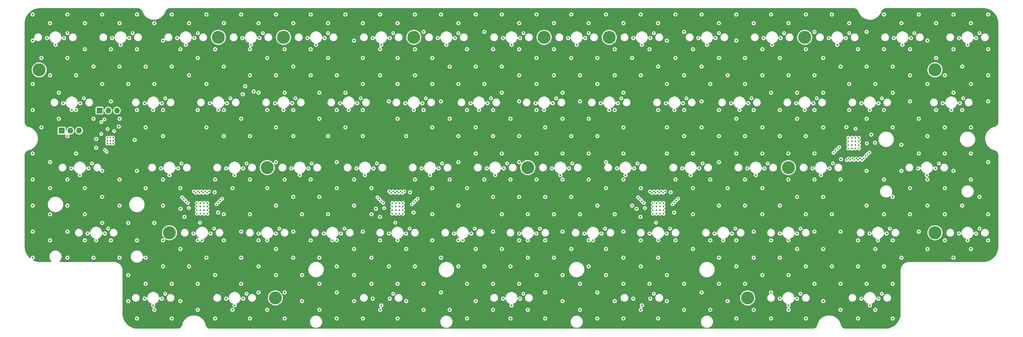
<source format=gbr>
%TF.GenerationSoftware,KiCad,Pcbnew,8.0.9*%
%TF.CreationDate,2025-07-01T01:33:12+07:00*%
%TF.ProjectId,Agar HE,41676172-2048-4452-9e6b-696361645f70,rev?*%
%TF.SameCoordinates,Original*%
%TF.FileFunction,Copper,L4,Inr*%
%TF.FilePolarity,Positive*%
%FSLAX46Y46*%
G04 Gerber Fmt 4.6, Leading zero omitted, Abs format (unit mm)*
G04 Created by KiCad (PCBNEW 8.0.9) date 2025-07-01 01:33:12*
%MOMM*%
%LPD*%
G01*
G04 APERTURE LIST*
%TA.AperFunction,ComponentPad*%
%ADD10C,3.800000*%
%TD*%
%TA.AperFunction,ComponentPad*%
%ADD11R,1.700000X1.700000*%
%TD*%
%TA.AperFunction,ComponentPad*%
%ADD12O,1.700000X1.700000*%
%TD*%
%TA.AperFunction,ComponentPad*%
%ADD13C,0.500000*%
%TD*%
%TA.AperFunction,ViaPad*%
%ADD14C,0.600000*%
%TD*%
%TA.AperFunction,ViaPad*%
%ADD15C,0.500000*%
%TD*%
%TA.AperFunction,Conductor*%
%ADD16C,0.153900*%
%TD*%
G04 APERTURE END LIST*
D10*
%TO.N,N/C*%
%TO.C,H8*%
X166687500Y-23812500D03*
%TD*%
%TO.N,N/C*%
%TO.C,H4*%
X85725000Y-61912500D03*
%TD*%
%TO.N,N/C*%
%TO.C,H5*%
X71437500Y-23812500D03*
%TD*%
%TO.N,N/C*%
%TO.C,H13*%
X238125000Y-61912500D03*
%TD*%
%TO.N,N/C*%
%TO.C,H10*%
X185737500Y-23812500D03*
%TD*%
%TO.N,N/C*%
%TO.C,H7*%
X161925000Y-61912500D03*
%TD*%
%TO.N,N/C*%
%TO.C,H13*%
X57150000Y-80962500D03*
%TD*%
%TO.N,N/C*%
%TO.C,H9*%
X128587500Y-23812500D03*
%TD*%
%TO.N,N/C*%
%TO.C,H12*%
X19050000Y-33337500D03*
%TD*%
%TO.N,N/C*%
%TO.C,H13*%
X280987500Y-80962500D03*
%TD*%
%TO.N,N/C*%
%TO.C,H18*%
X280987500Y-33337500D03*
%TD*%
%TO.N,N/C*%
%TO.C,H14*%
X88106250Y-100012500D03*
%TD*%
%TO.N,N/C*%
%TO.C,H11*%
X242887500Y-23812500D03*
%TD*%
%TO.N,N/C*%
%TO.C,H15*%
X226218750Y-100012500D03*
%TD*%
%TO.N,N/C*%
%TO.C,H5*%
X90487500Y-23812500D03*
%TD*%
D11*
%TO.N,GND*%
%TO.C,J2*%
X25620000Y-51112500D03*
D12*
%TO.N,SWDIO*%
X28160000Y-51112500D03*
%TO.N,SWCLK*%
X30700000Y-51112500D03*
%TO.N,+3.3V*%
X33240000Y-51112500D03*
%TD*%
D13*
%TO.N,GND*%
%TO.C,U5*%
X258750000Y-56343750D03*
X258750000Y-55293750D03*
X258750000Y-54243750D03*
X258750000Y-53193750D03*
X257700000Y-56343750D03*
X257700000Y-55293750D03*
X257700000Y-54243750D03*
X257700000Y-53193750D03*
X256650000Y-56343750D03*
X256650000Y-55293750D03*
X256650000Y-54243750D03*
X256650000Y-53193750D03*
X255600000Y-56343750D03*
X255600000Y-55293750D03*
X255600000Y-54243750D03*
X255600000Y-53193750D03*
%TD*%
%TO.N,GND*%
%TO.C,U3*%
X122250000Y-72243750D03*
X122250000Y-73293750D03*
X122250000Y-74343750D03*
X122250000Y-75393750D03*
X123300000Y-72243750D03*
X123300000Y-73293750D03*
X123300000Y-74343750D03*
X123300000Y-75393750D03*
X124350000Y-72243750D03*
X124350000Y-73293750D03*
X124350000Y-74343750D03*
X124350000Y-75393750D03*
X125400000Y-72243750D03*
X125400000Y-73293750D03*
X125400000Y-74343750D03*
X125400000Y-75393750D03*
%TD*%
%TO.N,GND*%
%TO.C,U2*%
X65100000Y-72243750D03*
X65100000Y-73293750D03*
X65100000Y-74343750D03*
X65100000Y-75393750D03*
X66150000Y-72243750D03*
X66150000Y-73293750D03*
X66150000Y-74343750D03*
X66150000Y-75393750D03*
X67200000Y-72243750D03*
X67200000Y-73293750D03*
X67200000Y-74343750D03*
X67200000Y-75393750D03*
X68250000Y-72243750D03*
X68250000Y-73293750D03*
X68250000Y-74343750D03*
X68250000Y-75393750D03*
%TD*%
D11*
%TO.N,GND*%
%TO.C,J3*%
X36681250Y-45243750D03*
D12*
%TO.N,UART1_TX*%
X39221250Y-45243750D03*
%TO.N,UART1_RX*%
X41761250Y-45243750D03*
%TO.N,+3.3V*%
X44301250Y-45243750D03*
%TD*%
D13*
%TO.N,GND*%
%TO.C,U4*%
X198450000Y-72243750D03*
X198450000Y-73293750D03*
X198450000Y-74343750D03*
X198450000Y-75393750D03*
X199500000Y-72243750D03*
X199500000Y-73293750D03*
X199500000Y-74343750D03*
X199500000Y-75393750D03*
X200550000Y-72243750D03*
X200550000Y-73293750D03*
X200550000Y-74343750D03*
X200550000Y-75393750D03*
X201600000Y-72243750D03*
X201600000Y-73293750D03*
X201600000Y-74343750D03*
X201600000Y-75393750D03*
%TD*%
%TO.N,GND*%
%TO.C,U1*%
X40658750Y-54867500D03*
X40658750Y-54017500D03*
X40658750Y-53167500D03*
X39808750Y-54867500D03*
X39808750Y-54017500D03*
X39808750Y-53167500D03*
X38958750Y-54867500D03*
X38958750Y-54017500D03*
X38958750Y-53167500D03*
%TD*%
D14*
%TO.N,+3.3V*%
X81371875Y-45471875D03*
X139375000Y-79732500D03*
X167950000Y-60682500D03*
X115562500Y-22582500D03*
X110800000Y-60682500D03*
X248912500Y-22582500D03*
X267962500Y-22582500D03*
X83371875Y-46671875D03*
X128525000Y-76018750D03*
X258437500Y-41632500D03*
X83371875Y-45471875D03*
X119625000Y-76318750D03*
X129850000Y-60682500D03*
X82871875Y-46071875D03*
X177475000Y-79732500D03*
X67937500Y-41632500D03*
X244150000Y-60682500D03*
X58412500Y-22582500D03*
X260818750Y-79732500D03*
X69395000Y-69118750D03*
X96512500Y-22582500D03*
X63175000Y-79732500D03*
X25075000Y-41632500D03*
X254095000Y-50068750D03*
X182237500Y-41632500D03*
X163187500Y-41632500D03*
X35208750Y-51817500D03*
X82371875Y-46671875D03*
X91750000Y-60682500D03*
X263475000Y-55588750D03*
X234625000Y-98782500D03*
X48887500Y-98782500D03*
X81751875Y-38671875D03*
X53650000Y-60682500D03*
X287012500Y-79732500D03*
X42308750Y-50897500D03*
X234625000Y-79732500D03*
X204725000Y-76018750D03*
X117525000Y-72998750D03*
X134612500Y-22582500D03*
X43408750Y-54417500D03*
X239387500Y-41632500D03*
X225100000Y-60682500D03*
X153662500Y-22582500D03*
X81871875Y-46071875D03*
X120325000Y-79732500D03*
X220337500Y-41632500D03*
X254455000Y-59468750D03*
X82371875Y-45471875D03*
X72700000Y-60682500D03*
X39362500Y-22582500D03*
X115562500Y-98782500D03*
X32218750Y-79732500D03*
X282250000Y-41632500D03*
X27456250Y-60682500D03*
X72700000Y-98782500D03*
X206050000Y-60682500D03*
X258437500Y-98782500D03*
X275106250Y-60682500D03*
X81371875Y-46671875D03*
X101275000Y-79732500D03*
X202745000Y-69118750D03*
X191762500Y-98782500D03*
X195825000Y-76318750D03*
X201287500Y-41632500D03*
X191762500Y-22582500D03*
X229862500Y-22582500D03*
X287012500Y-22582500D03*
X86987500Y-41632500D03*
X158425000Y-79732500D03*
X193725000Y-72998750D03*
X48887500Y-41632500D03*
X196525000Y-79732500D03*
X71375000Y-76018750D03*
X62475000Y-76318750D03*
X36688750Y-53517500D03*
X187000000Y-60682500D03*
D15*
X39128750Y-47817500D03*
D14*
X210812500Y-22582500D03*
X77462500Y-22582500D03*
X261375000Y-52268750D03*
X153662500Y-98782500D03*
X144137500Y-41632500D03*
X215575000Y-79732500D03*
X172712500Y-22582500D03*
X82225000Y-79732500D03*
X125087500Y-41632500D03*
X60375000Y-72998750D03*
X20312500Y-22582500D03*
X126545000Y-69118750D03*
X148900000Y-60682500D03*
X106037500Y-41632500D03*
X38008750Y-51317500D03*
D15*
%TO.N,44*%
X122562500Y-98782500D03*
X128575000Y-72118750D03*
D14*
%TO.N,RST*%
X46985700Y-53817500D03*
D15*
%TO.N,SLAVE RST*%
X62785700Y-73768750D03*
X119935700Y-73768750D03*
X261064300Y-54818750D03*
X38808750Y-57317500D03*
X196135700Y-73768750D03*
%TO.N,ADC4_IN1*%
X261225000Y-58032500D03*
%TO.N,ADC4_IN6*%
X258475000Y-59682500D03*
%TO.N,BOOT*%
X40958750Y-51217500D03*
%TO.N,46*%
X129675000Y-71018750D03*
X160662500Y-98782500D03*
%TO.N,48*%
X204775000Y-72118750D03*
X198762500Y-98782500D03*
%TO.N,49*%
X241625000Y-98782500D03*
X256275000Y-59682500D03*
%TO.N,410*%
X256825000Y-59249488D03*
X265437500Y-98782500D03*
%TO.N,00*%
X67025000Y-69301762D03*
X27312500Y-22582500D03*
%TO.N,01*%
X66475000Y-68868750D03*
X46362500Y-22582500D03*
%TO.N,02*%
X65412500Y-22582500D03*
X67575000Y-68868750D03*
%TO.N,03*%
X117975000Y-70618750D03*
X84462500Y-22582500D03*
%TO.N,04*%
X122525000Y-68868750D03*
X103512500Y-22582500D03*
%TO.N,05*%
X123625000Y-68868750D03*
X122562500Y-22582500D03*
%TO.N,06*%
X123075000Y-69301762D03*
X141612500Y-22582500D03*
%TO.N,07*%
X160662500Y-22582500D03*
X199275000Y-69301762D03*
%TO.N,08*%
X198725000Y-68868750D03*
X179712500Y-22582500D03*
%TO.N,09*%
X198762500Y-22582500D03*
X200375000Y-69301762D03*
%TO.N,010*%
X217812500Y-22582500D03*
X199825000Y-68868750D03*
%TO.N,011*%
X251875000Y-57018750D03*
X236862500Y-22582500D03*
%TO.N,012*%
X252425000Y-56468750D03*
X255912500Y-22582500D03*
%TO.N,013*%
X274962500Y-22582500D03*
X261775000Y-57482500D03*
%TO.N,014*%
X294012500Y-22582500D03*
X260125000Y-59132500D03*
%TO.N,10*%
X65925000Y-69301762D03*
X32075000Y-41632500D03*
%TO.N,11*%
X55887500Y-41632500D03*
X65375000Y-68868750D03*
%TO.N,12*%
X68125000Y-69301762D03*
X74937500Y-41632500D03*
%TO.N,13*%
X93987500Y-41632500D03*
X118525000Y-71168750D03*
%TO.N,14*%
X121975000Y-69301762D03*
X113037500Y-41632500D03*
%TO.N,15*%
X132087500Y-41632500D03*
X124725000Y-68868750D03*
%TO.N,16*%
X124175000Y-69301762D03*
X151137500Y-41632500D03*
%TO.N,17*%
X194175000Y-70618750D03*
X170187500Y-41632500D03*
%TO.N,18*%
X189237500Y-41632500D03*
X198175000Y-69301762D03*
%TO.N,19*%
X201475000Y-69301762D03*
X208287500Y-41632500D03*
%TO.N,110*%
X200925000Y-68868750D03*
X227337500Y-41632500D03*
%TO.N,111*%
X251325000Y-57568750D03*
X246387500Y-41632500D03*
%TO.N,112*%
X265437500Y-41632500D03*
X252975000Y-55918750D03*
%TO.N,113*%
X260675000Y-58582500D03*
X289250000Y-41632500D03*
%TO.N,20*%
X34456250Y-60682500D03*
X64825000Y-69301762D03*
%TO.N,21*%
X60650000Y-60682500D03*
X64275000Y-68868750D03*
%TO.N,22*%
X79700000Y-60682500D03*
X68675000Y-68868750D03*
%TO.N,23*%
X119075000Y-71718750D03*
X98750000Y-60682500D03*
%TO.N,24*%
X121425000Y-68868750D03*
X117800000Y-60682500D03*
%TO.N,25*%
X136850000Y-60682500D03*
X125825000Y-68868750D03*
%TO.N,26*%
X125275000Y-69301762D03*
X155900000Y-60682500D03*
%TO.N,27*%
X174950000Y-60682500D03*
X194725000Y-71168750D03*
%TO.N,28*%
X197625000Y-68868750D03*
X194000000Y-60682500D03*
%TO.N,29*%
X202025000Y-68868750D03*
X213050000Y-60682500D03*
%TO.N,210*%
X205875000Y-71018750D03*
X232100000Y-60682500D03*
%TO.N,211*%
X255175000Y-59682500D03*
X251150000Y-60682500D03*
%TO.N,213*%
X259575000Y-59682500D03*
X282106250Y-60682500D03*
%TO.N,31*%
X61375000Y-71168750D03*
X39218750Y-79732500D03*
%TO.N,33*%
X70875000Y-72668750D03*
X70175000Y-79732500D03*
%TO.N,34*%
X72525000Y-71018750D03*
X89225000Y-79732500D03*
%TO.N,35*%
X119625000Y-72268750D03*
X108275000Y-79732500D03*
%TO.N,36*%
X127325000Y-79732500D03*
X128025000Y-72668750D03*
%TO.N,37*%
X146375000Y-79732500D03*
X129125000Y-71568750D03*
%TO.N,38*%
X165425000Y-79732500D03*
X195275000Y-71718750D03*
%TO.N,39*%
X195825000Y-72268750D03*
X184475000Y-79732500D03*
%TO.N,310*%
X204225000Y-72668750D03*
X203525000Y-79732500D03*
%TO.N,311*%
X205325000Y-71568750D03*
X222575000Y-79732500D03*
%TO.N,312*%
X255725000Y-59249488D03*
X241625000Y-79732500D03*
%TO.N,314*%
X267818750Y-79732500D03*
X257375000Y-59682500D03*
%TO.N,315*%
X257925000Y-59249488D03*
X294012500Y-79732500D03*
%TO.N,41*%
X55887500Y-98782500D03*
X71425000Y-72118750D03*
%TO.N,42*%
X71975000Y-71568750D03*
X79700000Y-98782500D03*
%TO.N,ADC1_IN3*%
X60825000Y-70618750D03*
%TO.N,ADC1_IN1*%
X61925000Y-71718750D03*
%TO.N,ADC1_IN0*%
X62475000Y-72268750D03*
%TO.N,SLAVE BOOT*%
X66075000Y-78018750D03*
X123225000Y-78018750D03*
X38258750Y-56817500D03*
X199425000Y-78018750D03*
X257775000Y-50568750D03*
D14*
%TO.N,GND*%
X85725000Y-29845000D03*
X150137500Y-43092500D03*
X250825000Y-90805000D03*
X164465000Y-45085000D03*
X259437500Y-100242500D03*
X222885000Y-57785000D03*
X136525000Y-98425000D03*
X260985000Y-73025000D03*
X80645000Y-75565000D03*
X233045000Y-106045000D03*
X238125000Y-102207500D03*
X136525000Y-17145000D03*
X109537500Y-45057500D03*
X174625000Y-52705000D03*
X253365000Y-103505000D03*
X223837500Y-45057500D03*
X127505000Y-69118750D03*
X146685000Y-100965000D03*
X154305000Y-17145000D03*
X17145000Y-24765000D03*
X210185000Y-67945000D03*
X278765000Y-52705000D03*
X22225000Y-67945000D03*
X42545000Y-47625000D03*
X65405000Y-95885000D03*
X55245000Y-65405000D03*
X288925000Y-45085000D03*
X248285000Y-85725000D03*
X202565000Y-93345000D03*
X88265000Y-34925000D03*
X100965000Y-47625000D03*
X164465000Y-37465000D03*
X197485000Y-95885000D03*
X189865000Y-106045000D03*
X268605000Y-32385000D03*
X95885000Y-75565000D03*
X291465000Y-37465000D03*
X217805000Y-52705000D03*
X156845000Y-65405000D03*
X140612500Y-24042500D03*
X281305000Y-29845000D03*
X117525000Y-73958750D03*
X276225000Y-57785000D03*
X172085000Y-57785000D03*
X174625000Y-29845000D03*
X266065000Y-27305000D03*
X211812500Y-24042500D03*
X278765000Y-85725000D03*
X32385000Y-27305000D03*
X207645000Y-34925000D03*
X261818750Y-81192500D03*
X97512500Y-24042500D03*
X121285000Y-90805000D03*
X40362500Y-24042500D03*
X52705000Y-78105000D03*
X45085000Y-100965000D03*
X27305000Y-29845000D03*
X276225000Y-80645000D03*
X286385000Y-17145000D03*
X107037500Y-43092500D03*
X291465000Y-85725000D03*
X216575000Y-81192500D03*
X119062500Y-26007500D03*
X106045000Y-67945000D03*
X116205000Y-88265000D03*
X161925000Y-75565000D03*
X32385000Y-67945000D03*
X111125000Y-24765000D03*
X52387500Y-102207500D03*
X296545000Y-27305000D03*
X207645000Y-52705000D03*
X202565000Y-57785000D03*
X152400000Y-64107500D03*
X159385000Y-42545000D03*
X281106250Y-62142500D03*
X149900000Y-62142500D03*
X75565000Y-67945000D03*
X70485000Y-65405000D03*
X288925000Y-73025000D03*
X159662500Y-100242500D03*
X230862500Y-24042500D03*
X220345000Y-67945000D03*
X113665000Y-37465000D03*
X188000000Y-62142500D03*
X255905000Y-19685000D03*
X111125000Y-100965000D03*
X179705000Y-83185000D03*
X154305000Y-85725000D03*
X172085000Y-80645000D03*
X54887500Y-100242500D03*
X123825000Y-19685000D03*
X243205000Y-17145000D03*
X283250000Y-43092500D03*
X154662500Y-24042500D03*
X288925000Y-32385000D03*
X23812500Y-26007500D03*
X90805000Y-65405000D03*
X159385000Y-70485000D03*
X35728750Y-53517500D03*
X245745000Y-80645000D03*
X266065000Y-65405000D03*
X243205000Y-106045000D03*
X73025000Y-75565000D03*
X230505000Y-93345000D03*
X88265000Y-60325000D03*
X154305000Y-40005000D03*
X262335000Y-52268750D03*
X243205000Y-27305000D03*
X118745000Y-27305000D03*
X17145000Y-73025000D03*
X283845000Y-34925000D03*
X182245000Y-98425000D03*
X47625000Y-83185000D03*
X42545000Y-65405000D03*
X73025000Y-19685000D03*
X79271875Y-38171875D03*
X128525000Y-75058750D03*
X285750000Y-45057500D03*
X116562500Y-24042500D03*
X260985000Y-32385000D03*
X78105000Y-80645000D03*
X264437500Y-43092500D03*
X210185000Y-75565000D03*
X135612500Y-24042500D03*
X164465000Y-57785000D03*
X235585000Y-45085000D03*
X67945000Y-37465000D03*
X189865000Y-95885000D03*
X161925000Y-103505000D03*
X222885000Y-47625000D03*
X34925000Y-88265000D03*
X141605000Y-60325000D03*
X268605000Y-50165000D03*
X113665000Y-52705000D03*
X92750000Y-62142500D03*
X159425000Y-81192500D03*
X156845000Y-106045000D03*
X42308750Y-49937500D03*
X164187500Y-43092500D03*
X230505000Y-50165000D03*
X238125000Y-34925000D03*
X123825000Y-83157500D03*
X54650000Y-62142500D03*
X78105000Y-47625000D03*
X197762500Y-24042500D03*
X217805000Y-73025000D03*
X100965000Y-70485000D03*
X210185000Y-85725000D03*
X268605000Y-106045000D03*
X68937500Y-43092500D03*
X194945000Y-83185000D03*
X233045000Y-40005000D03*
X247650000Y-64107500D03*
X151765000Y-95885000D03*
X90805000Y-27305000D03*
X45085000Y-93345000D03*
X38218750Y-81192500D03*
X116205000Y-75565000D03*
X210185000Y-27305000D03*
X50165000Y-88265000D03*
X128905000Y-27305000D03*
X273685000Y-75565000D03*
X222885000Y-106045000D03*
X179705000Y-57785000D03*
X29845000Y-34925000D03*
X118745000Y-83185000D03*
X177165000Y-75565000D03*
X187325000Y-100965000D03*
X100965000Y-95885000D03*
X151765000Y-103505000D03*
X97750000Y-62142500D03*
X266818750Y-81192500D03*
X167005000Y-70485000D03*
X88265000Y-17145000D03*
X212725000Y-42545000D03*
X90487500Y-45057500D03*
X159385000Y-95885000D03*
X245745000Y-34925000D03*
X250150000Y-62142500D03*
X178475000Y-81192500D03*
X258445000Y-83185000D03*
X65405000Y-29845000D03*
X121285000Y-42545000D03*
X200025000Y-106045000D03*
X159385000Y-60325000D03*
X108585000Y-50165000D03*
X80962500Y-26007500D03*
X108585000Y-17145000D03*
X167005000Y-50165000D03*
X286385000Y-62865000D03*
X179705000Y-47625000D03*
X225425000Y-73025000D03*
X296545000Y-60325000D03*
X212050000Y-62142500D03*
X177165000Y-103505000D03*
X78105000Y-88265000D03*
X70485000Y-27305000D03*
X189865000Y-40005000D03*
X85725000Y-45085000D03*
X194945000Y-90805000D03*
X73025000Y-45085000D03*
X50165000Y-67945000D03*
X187325000Y-45085000D03*
X238125000Y-93345000D03*
X278765000Y-37465000D03*
X131445000Y-103505000D03*
X172085000Y-40005000D03*
X273685000Y-27305000D03*
X45085000Y-78105000D03*
X209550000Y-64107500D03*
X242887500Y-45057500D03*
X184785000Y-17145000D03*
X27305000Y-80645000D03*
X255055000Y-50068750D03*
X88265000Y-93345000D03*
X172085000Y-65405000D03*
X255905000Y-45085000D03*
X73937500Y-43092500D03*
X212725000Y-50165000D03*
X139065000Y-47625000D03*
X215265000Y-103505000D03*
X45085000Y-37465000D03*
X291465000Y-57785000D03*
X212725000Y-17145000D03*
X164465000Y-93345000D03*
X22225000Y-75565000D03*
X151765000Y-80645000D03*
X95885000Y-100965000D03*
X126365000Y-100965000D03*
X238125000Y-57785000D03*
X204787500Y-45057500D03*
X217805000Y-88265000D03*
X131087500Y-43092500D03*
X197485000Y-27305000D03*
X168950000Y-62142500D03*
X276225000Y-47625000D03*
X197762500Y-100242500D03*
X290512500Y-26007500D03*
X59412500Y-24042500D03*
X103505000Y-29845000D03*
X78700000Y-100242500D03*
X197525000Y-81192500D03*
X141605000Y-37465000D03*
X258445000Y-106045000D03*
X205105000Y-83185000D03*
X27305000Y-17145000D03*
X146685000Y-57785000D03*
X278765000Y-65405000D03*
X116562500Y-100242500D03*
X60375000Y-73958750D03*
X145375000Y-81192500D03*
X183237500Y-43092500D03*
X98425000Y-83185000D03*
X217805000Y-29845000D03*
X32385000Y-75565000D03*
X154900000Y-62142500D03*
X133985000Y-50165000D03*
X28456250Y-62142500D03*
X203705000Y-69118750D03*
X42545000Y-32385000D03*
X238125000Y-103505000D03*
X52705000Y-37465000D03*
X141605000Y-73025000D03*
X253365000Y-80645000D03*
X230505000Y-57785000D03*
X164465000Y-17145000D03*
X70485000Y-106045000D03*
X179705000Y-65405000D03*
X233045000Y-83185000D03*
X154662500Y-100242500D03*
X179705000Y-19685000D03*
X67945000Y-17145000D03*
X187325000Y-34925000D03*
X240665000Y-47625000D03*
X225425000Y-29845000D03*
X172085000Y-47625000D03*
X207287500Y-43092500D03*
X149225000Y-22225000D03*
X235585000Y-52705000D03*
X288012500Y-81192500D03*
X26075000Y-43092500D03*
X27305000Y-65405000D03*
X248285000Y-50165000D03*
X57785000Y-106045000D03*
X230505000Y-67945000D03*
X281305000Y-19685000D03*
X296545000Y-75565000D03*
X266065000Y-90805000D03*
X159385000Y-19685000D03*
X222885000Y-90805000D03*
X131445000Y-22225000D03*
X100965000Y-103505000D03*
X235862500Y-24042500D03*
X32385000Y-83185000D03*
X22225000Y-19685000D03*
X205105000Y-65405000D03*
X62865000Y-19685000D03*
X145137500Y-43092500D03*
X164465000Y-65405000D03*
X78105000Y-95885000D03*
X235625000Y-81192500D03*
X42545000Y-19685000D03*
X62865000Y-34925000D03*
X141605000Y-83185000D03*
X106045000Y-83185000D03*
X245745000Y-22225000D03*
X108585000Y-40005000D03*
X17145000Y-17145000D03*
X192405000Y-29845000D03*
X106045000Y-34925000D03*
X283845000Y-75565000D03*
X233045000Y-98425000D03*
X151765000Y-27305000D03*
X133985000Y-67945000D03*
X189865000Y-50165000D03*
X171450000Y-64107500D03*
X128587500Y-45057500D03*
X219075000Y-83157500D03*
X73700000Y-62142500D03*
X71437500Y-45057500D03*
X266065000Y-45085000D03*
X249912500Y-24042500D03*
X131445000Y-45085000D03*
X83185000Y-19685000D03*
X271145000Y-62865000D03*
X144145000Y-106045000D03*
X55245000Y-24765000D03*
X238125000Y-83157500D03*
X113665000Y-106045000D03*
X73025000Y-32385000D03*
X226337500Y-43092500D03*
X78700000Y-62142500D03*
X220345000Y-34925000D03*
X296545000Y-42545000D03*
X55245000Y-73025000D03*
X32385000Y-19685000D03*
X166687500Y-45057500D03*
X226100000Y-62142500D03*
X231100000Y-62142500D03*
X73700000Y-100242500D03*
X126365000Y-52705000D03*
X59650000Y-62142500D03*
X100012500Y-26007500D03*
X34925000Y-32385000D03*
X37465000Y-78105000D03*
X151765000Y-52705000D03*
X176212500Y-26007500D03*
X173712500Y-24042500D03*
X128905000Y-17145000D03*
X126325000Y-81192500D03*
X296545000Y-83185000D03*
X65405000Y-83185000D03*
X83185000Y-90805000D03*
X230505000Y-27305000D03*
X200025000Y-83157500D03*
X146685000Y-85725000D03*
X149225000Y-90805000D03*
X57785000Y-17145000D03*
X182245000Y-52705000D03*
X215265000Y-65405000D03*
X61515000Y-76318750D03*
X100965000Y-88265000D03*
X78571875Y-40471875D03*
X141605000Y-19685000D03*
X159385000Y-83185000D03*
X169545000Y-27305000D03*
X98425000Y-65405000D03*
X202565000Y-50165000D03*
X264437500Y-100242500D03*
X202287500Y-43092500D03*
X128905000Y-65405000D03*
X215265000Y-83185000D03*
X164465000Y-29845000D03*
X123825000Y-29845000D03*
X161925000Y-88265000D03*
X93345000Y-52705000D03*
X286385000Y-40005000D03*
X240665000Y-70485000D03*
X207645000Y-103505000D03*
X107275000Y-81192500D03*
X106045000Y-90805000D03*
X235585000Y-29845000D03*
X116800000Y-62142500D03*
X50165000Y-50165000D03*
X260985000Y-22225000D03*
X133985000Y-83185000D03*
X260985000Y-62865000D03*
X112037500Y-43092500D03*
X192762500Y-100242500D03*
X183475000Y-81192500D03*
X93345000Y-32385000D03*
X286385000Y-27305000D03*
X42545000Y-88265000D03*
X103505000Y-52705000D03*
X156845000Y-47625000D03*
X222885000Y-24765000D03*
X35718750Y-83157500D03*
X174625000Y-85725000D03*
X93345000Y-45085000D03*
X281305000Y-45085000D03*
X70355000Y-69118750D03*
X47625000Y-45085000D03*
X52387500Y-45057500D03*
X243205000Y-52705000D03*
X22225000Y-60325000D03*
X159662500Y-24042500D03*
X151765000Y-70485000D03*
X24765000Y-40005000D03*
X93345000Y-80645000D03*
X273962500Y-24042500D03*
X283845000Y-57785000D03*
X296545000Y-17145000D03*
X113665000Y-29845000D03*
X159385000Y-34925000D03*
X250825000Y-75565000D03*
X222885000Y-17145000D03*
X147637500Y-45057500D03*
X204725000Y-75058750D03*
X238125000Y-19685000D03*
X55245000Y-83185000D03*
X235625000Y-100242500D03*
X157162500Y-26007500D03*
X200025000Y-19685000D03*
X57785000Y-32385000D03*
X202565000Y-100965000D03*
X253365000Y-95885000D03*
X177165000Y-42545000D03*
X235585000Y-73025000D03*
X250825000Y-17145000D03*
X130850000Y-62142500D03*
X19685000Y-29845000D03*
X27305000Y-88265000D03*
X169545000Y-75565000D03*
X159385000Y-27305000D03*
X259437500Y-43092500D03*
X177165000Y-95885000D03*
X245745000Y-45085000D03*
X139065000Y-32385000D03*
X17145000Y-57785000D03*
X240625000Y-100242500D03*
X61912500Y-26007500D03*
X268962500Y-24042500D03*
X111125000Y-65405000D03*
X271145000Y-88265000D03*
X121562500Y-100242500D03*
X288250000Y-43092500D03*
X273685000Y-67945000D03*
X195262500Y-102207500D03*
X268605000Y-83185000D03*
X146685000Y-50165000D03*
X114300000Y-64107500D03*
X283845000Y-83185000D03*
X154305000Y-32385000D03*
X144145000Y-95885000D03*
X185737500Y-45057500D03*
X266065000Y-17145000D03*
X258445000Y-27305000D03*
X133350000Y-64107500D03*
X111125000Y-73025000D03*
X123825000Y-106045000D03*
X283845000Y-67945000D03*
X139065000Y-65405000D03*
X290512500Y-83157500D03*
X235585000Y-88265000D03*
X83185000Y-40005000D03*
X184785000Y-67945000D03*
X80645000Y-27305000D03*
X133985000Y-37465000D03*
X144145000Y-67945000D03*
X238125000Y-65405000D03*
X116205000Y-67945000D03*
X266065000Y-75565000D03*
X193000000Y-62142500D03*
X83225000Y-81192500D03*
X146685000Y-32385000D03*
X217805000Y-45085000D03*
X24765000Y-47625000D03*
X189865000Y-65405000D03*
X142875000Y-83157500D03*
X126365000Y-85725000D03*
X45362500Y-24042500D03*
X202565000Y-24765000D03*
X288012500Y-24042500D03*
X64412500Y-24042500D03*
X106045000Y-106045000D03*
X180975000Y-83157500D03*
X220345000Y-100965000D03*
X67945000Y-88265000D03*
X190500000Y-64107500D03*
X230505000Y-34925000D03*
X260985000Y-47625000D03*
X192762500Y-24042500D03*
X225425000Y-37465000D03*
X98425000Y-34925000D03*
X240387500Y-43092500D03*
X85725000Y-103505000D03*
X207645000Y-22225000D03*
X118665000Y-76318750D03*
X156845000Y-90805000D03*
X136525000Y-42545000D03*
X278765000Y-24765000D03*
X40005000Y-42545000D03*
X133985000Y-29845000D03*
X49887500Y-43092500D03*
X184785000Y-85725000D03*
X245150000Y-62142500D03*
X113665000Y-45085000D03*
X189865000Y-88265000D03*
X106045000Y-45085000D03*
X291465000Y-65405000D03*
X200025000Y-32385000D03*
X60325000Y-85725000D03*
X100965000Y-40005000D03*
X194945000Y-67945000D03*
X29845000Y-45085000D03*
X188237500Y-43092500D03*
X37465000Y-62865000D03*
X123825000Y-47625000D03*
X202525000Y-81192500D03*
X119062500Y-102207500D03*
X47625000Y-17145000D03*
X264318750Y-83157500D03*
X30956250Y-64107500D03*
X104775000Y-83157500D03*
X278765000Y-73025000D03*
X141605000Y-90805000D03*
X154305000Y-57785000D03*
X50165000Y-32385000D03*
X273685000Y-34925000D03*
X65405000Y-103505000D03*
X167005000Y-106045000D03*
X37465000Y-37465000D03*
X271145000Y-19685000D03*
X293012500Y-81192500D03*
X268605000Y-40005000D03*
X207645000Y-45085000D03*
X118745000Y-34925000D03*
X93345000Y-70485000D03*
X248285000Y-70485000D03*
X228600000Y-64107500D03*
X138112500Y-26007500D03*
X260985000Y-95885000D03*
X98425000Y-27305000D03*
X172085000Y-100965000D03*
X261937500Y-45057500D03*
X174625000Y-17145000D03*
X293012500Y-24042500D03*
X221337500Y-43092500D03*
X62865000Y-90805000D03*
X248285000Y-100965000D03*
X252412500Y-26007500D03*
X222885000Y-83185000D03*
X55245000Y-52705000D03*
X60325000Y-67945000D03*
X227965000Y-80645000D03*
X22225000Y-83185000D03*
X71375000Y-75058750D03*
X189865000Y-19685000D03*
X128905000Y-90805000D03*
X212725000Y-32385000D03*
X278606250Y-64107500D03*
X205105000Y-17145000D03*
X47625000Y-106045000D03*
X52705000Y-19685000D03*
X154305000Y-75565000D03*
X42862500Y-26007500D03*
X17145000Y-37465000D03*
X146685000Y-17145000D03*
X40005000Y-27305000D03*
X34925000Y-47625000D03*
X177165000Y-34925000D03*
X217805000Y-95885000D03*
X31075000Y-43092500D03*
X67945000Y-50165000D03*
X135850000Y-62142500D03*
X85725000Y-67945000D03*
X169545000Y-19685000D03*
X22225000Y-34925000D03*
X286385000Y-88265000D03*
X106045000Y-98425000D03*
X268605000Y-95885000D03*
X90805000Y-40005000D03*
X76200000Y-102207500D03*
X205105000Y-29845000D03*
X187325000Y-75565000D03*
X17145000Y-65405000D03*
X88225000Y-81192500D03*
X102512500Y-24042500D03*
X169187500Y-43092500D03*
X92987500Y-43092500D03*
X123825000Y-95885000D03*
X93345000Y-88265000D03*
X230505000Y-75565000D03*
X126087500Y-43092500D03*
X42545000Y-73025000D03*
X55245000Y-90805000D03*
X81751875Y-39671875D03*
X254912500Y-24042500D03*
X243205000Y-90805000D03*
X200025000Y-45085000D03*
X73025000Y-83185000D03*
X113665000Y-80645000D03*
X131445000Y-95885000D03*
X65405000Y-45085000D03*
X90805000Y-98425000D03*
X50165000Y-95885000D03*
X182245000Y-73025000D03*
X90805000Y-106045000D03*
X291465000Y-50165000D03*
X27305000Y-52705000D03*
X192405000Y-73025000D03*
X98425000Y-17145000D03*
X172085000Y-93345000D03*
X174625000Y-70485000D03*
X263525000Y-103505000D03*
X159385000Y-52705000D03*
X227965000Y-103505000D03*
X253495000Y-59468750D03*
X243205000Y-75565000D03*
X255905000Y-37465000D03*
X227965000Y-19685000D03*
X17145000Y-45085000D03*
X221575000Y-81192500D03*
X169545000Y-88265000D03*
X296545000Y-34925000D03*
X200025000Y-88265000D03*
X184785000Y-93345000D03*
X116205000Y-95885000D03*
X26312500Y-24042500D03*
X88265000Y-85725000D03*
X57785000Y-95885000D03*
X57150000Y-64107500D03*
X182245000Y-37465000D03*
X28575000Y-45057500D03*
X253365000Y-32385000D03*
X210185000Y-57785000D03*
X60325000Y-27305000D03*
X29845000Y-57785000D03*
X111125000Y-93345000D03*
X136525000Y-88265000D03*
X93345000Y-19685000D03*
X78105000Y-17145000D03*
X33218750Y-81192500D03*
X83185000Y-83185000D03*
X95250000Y-64107500D03*
X47625000Y-27305000D03*
X164425000Y-81192500D03*
X80645000Y-52705000D03*
X268605000Y-70485000D03*
X87987500Y-43092500D03*
X80645000Y-106045000D03*
X85725000Y-83157500D03*
X291465000Y-19685000D03*
X215265000Y-37465000D03*
X294005000Y-70485000D03*
X123825000Y-37465000D03*
X19685000Y-50165000D03*
X217805000Y-60325000D03*
X169545000Y-34925000D03*
X27305000Y-73025000D03*
X102275000Y-81192500D03*
X144145000Y-45085000D03*
X69175000Y-81192500D03*
X121562500Y-24042500D03*
X227965000Y-88265000D03*
X182245000Y-29845000D03*
X212725000Y-98425000D03*
X214312500Y-26007500D03*
X245387500Y-43092500D03*
X182245000Y-106045000D03*
X207645000Y-95885000D03*
X33456250Y-62142500D03*
X225425000Y-52705000D03*
X60325000Y-100965000D03*
X253365000Y-65405000D03*
X276225000Y-17145000D03*
X37465000Y-17145000D03*
X54887500Y-43092500D03*
X283845000Y-50165000D03*
X149225000Y-37465000D03*
X240665000Y-40005000D03*
X151765000Y-45085000D03*
X227965000Y-45085000D03*
X271145000Y-55245000D03*
X121325000Y-81192500D03*
X40005000Y-83185000D03*
X271462500Y-26007500D03*
X64175000Y-81192500D03*
X76200000Y-64107500D03*
X248285000Y-29845000D03*
X245745000Y-95885000D03*
X70485000Y-93345000D03*
X106045000Y-60325000D03*
X83185000Y-98425000D03*
X35728750Y-56117500D03*
X88265000Y-50165000D03*
X194865000Y-76318750D03*
X133985000Y-75565000D03*
X17145000Y-80645000D03*
X167005000Y-83185000D03*
X49887500Y-100242500D03*
X225425000Y-65405000D03*
X233045000Y-17145000D03*
X83462500Y-24042500D03*
X140375000Y-81192500D03*
X216812500Y-24042500D03*
X139065000Y-103505000D03*
X78462500Y-24042500D03*
X75565000Y-103505000D03*
X144145000Y-27305000D03*
X149225000Y-65405000D03*
X233362500Y-26007500D03*
X245745000Y-65405000D03*
X161925000Y-83157500D03*
X240625000Y-81192500D03*
X273685000Y-42545000D03*
X276106250Y-62142500D03*
X80645000Y-65405000D03*
X173950000Y-62142500D03*
X202565000Y-37465000D03*
X21312500Y-24042500D03*
X225425000Y-95885000D03*
X194945000Y-17145000D03*
X193725000Y-73958750D03*
X248285000Y-40005000D03*
X187325000Y-27305000D03*
X55245000Y-45085000D03*
X178712500Y-24042500D03*
X95885000Y-93345000D03*
X194945000Y-34925000D03*
X111800000Y-62142500D03*
X167005000Y-98425000D03*
X103505000Y-75565000D03*
X261937500Y-102207500D03*
X263525000Y-85725000D03*
X263475000Y-54628750D03*
X189865000Y-57785000D03*
X47625000Y-62865000D03*
X207050000Y-62142500D03*
X189865000Y-80645000D03*
X88265000Y-73025000D03*
X37465000Y-70485000D03*
X184785000Y-60325000D03*
X141605000Y-52705000D03*
X111125000Y-85725000D03*
X245745000Y-57785000D03*
X118745000Y-103505000D03*
X128905000Y-34925000D03*
X118745000Y-17145000D03*
X263525000Y-37465000D03*
X179705000Y-90805000D03*
X52705000Y-103505000D03*
X113665000Y-19685000D03*
X80645000Y-34925000D03*
X240665000Y-85725000D03*
X194945000Y-103505000D03*
X73025000Y-52705000D03*
X66675000Y-83157500D03*
X103505000Y-19685000D03*
X217805000Y-19685000D03*
X258445000Y-90805000D03*
X157162500Y-102207500D03*
X195262500Y-26007500D03*
X17145000Y-88265000D03*
D15*
%TO.N,ADC4_IN5*%
X259025000Y-59249488D03*
%TO.N,SPI1_CS*%
X37178750Y-52067500D03*
X37178750Y-48592500D03*
%TO.N,SPI1_MISO*%
X38128750Y-47817500D03*
X39058750Y-50617500D03*
%TD*%
D16*
%TO.N,SLAVE RST*%
X119935700Y-73768750D02*
X119935700Y-73768750D01*
X196135700Y-73768750D02*
X196135700Y-73768750D01*
X62785700Y-73768750D02*
X62785700Y-73768750D01*
%TD*%
%TA.AperFunction,Conductor*%
%TO.N,+3.3V*%
G36*
X47865471Y-15288294D02*
G01*
X48058777Y-15301643D01*
X48075677Y-15303988D01*
X48261136Y-15342903D01*
X48277561Y-15347552D01*
X48455905Y-15411589D01*
X48471537Y-15418451D01*
X48636625Y-15504947D01*
X48639379Y-15506390D01*
X48653925Y-15515339D01*
X48808078Y-15625508D01*
X48821260Y-15636375D01*
X48958818Y-15766697D01*
X48970381Y-15779274D01*
X49088708Y-15927252D01*
X49098433Y-15941298D01*
X49195300Y-16104140D01*
X49203003Y-16119391D01*
X49278263Y-16298030D01*
X49281307Y-16306015D01*
X49303787Y-16371690D01*
X49303875Y-16371900D01*
X49338604Y-16473293D01*
X49490703Y-16802149D01*
X49675940Y-17113549D01*
X49675941Y-17113550D01*
X49892335Y-17404165D01*
X50137575Y-17670889D01*
X50409039Y-17910871D01*
X50703826Y-18121546D01*
X51018787Y-18300664D01*
X51350557Y-18446311D01*
X51695589Y-18556930D01*
X52050197Y-18631340D01*
X52258561Y-18652965D01*
X52410573Y-18668742D01*
X52410578Y-18668742D01*
X52410593Y-18668744D01*
X52410595Y-18668744D01*
X52772924Y-18668744D01*
X53133319Y-18631339D01*
X53487927Y-18556930D01*
X53832960Y-18446311D01*
X54164729Y-18300664D01*
X54479690Y-18121546D01*
X54774478Y-17910870D01*
X55045942Y-17670889D01*
X55291181Y-17404165D01*
X55484159Y-17144998D01*
X57179318Y-17144998D01*
X57179318Y-17145001D01*
X57199955Y-17301760D01*
X57199956Y-17301762D01*
X57228069Y-17369634D01*
X57260464Y-17447841D01*
X57356718Y-17573282D01*
X57482159Y-17669536D01*
X57628238Y-17730044D01*
X57706619Y-17740363D01*
X57784999Y-17750682D01*
X57785000Y-17750682D01*
X57785001Y-17750682D01*
X57837254Y-17743802D01*
X57941762Y-17730044D01*
X58087841Y-17669536D01*
X58213282Y-17573282D01*
X58309536Y-17447841D01*
X58370044Y-17301762D01*
X58390682Y-17145000D01*
X58390682Y-17144998D01*
X67339318Y-17144998D01*
X67339318Y-17145001D01*
X67359955Y-17301760D01*
X67359956Y-17301762D01*
X67388069Y-17369634D01*
X67420464Y-17447841D01*
X67516718Y-17573282D01*
X67642159Y-17669536D01*
X67788238Y-17730044D01*
X67866619Y-17740363D01*
X67944999Y-17750682D01*
X67945000Y-17750682D01*
X67945001Y-17750682D01*
X67997254Y-17743802D01*
X68101762Y-17730044D01*
X68247841Y-17669536D01*
X68373282Y-17573282D01*
X68469536Y-17447841D01*
X68530044Y-17301762D01*
X68550682Y-17145000D01*
X68550682Y-17144998D01*
X77499318Y-17144998D01*
X77499318Y-17145001D01*
X77519955Y-17301760D01*
X77519956Y-17301762D01*
X77548069Y-17369634D01*
X77580464Y-17447841D01*
X77676718Y-17573282D01*
X77802159Y-17669536D01*
X77948238Y-17730044D01*
X78026619Y-17740363D01*
X78104999Y-17750682D01*
X78105000Y-17750682D01*
X78105001Y-17750682D01*
X78157254Y-17743802D01*
X78261762Y-17730044D01*
X78407841Y-17669536D01*
X78533282Y-17573282D01*
X78629536Y-17447841D01*
X78690044Y-17301762D01*
X78710682Y-17145000D01*
X78710682Y-17144998D01*
X87659318Y-17144998D01*
X87659318Y-17145001D01*
X87679955Y-17301760D01*
X87679956Y-17301762D01*
X87708069Y-17369634D01*
X87740464Y-17447841D01*
X87836718Y-17573282D01*
X87962159Y-17669536D01*
X88108238Y-17730044D01*
X88186619Y-17740363D01*
X88264999Y-17750682D01*
X88265000Y-17750682D01*
X88265001Y-17750682D01*
X88317254Y-17743802D01*
X88421762Y-17730044D01*
X88567841Y-17669536D01*
X88693282Y-17573282D01*
X88789536Y-17447841D01*
X88850044Y-17301762D01*
X88870682Y-17145000D01*
X88870682Y-17144998D01*
X97819318Y-17144998D01*
X97819318Y-17145001D01*
X97839955Y-17301760D01*
X97839956Y-17301762D01*
X97868069Y-17369634D01*
X97900464Y-17447841D01*
X97996718Y-17573282D01*
X98122159Y-17669536D01*
X98268238Y-17730044D01*
X98346619Y-17740363D01*
X98424999Y-17750682D01*
X98425000Y-17750682D01*
X98425001Y-17750682D01*
X98477254Y-17743802D01*
X98581762Y-17730044D01*
X98727841Y-17669536D01*
X98853282Y-17573282D01*
X98949536Y-17447841D01*
X99010044Y-17301762D01*
X99030682Y-17145000D01*
X99030682Y-17144998D01*
X107979318Y-17144998D01*
X107979318Y-17145001D01*
X107999955Y-17301760D01*
X107999956Y-17301762D01*
X108028069Y-17369634D01*
X108060464Y-17447841D01*
X108156718Y-17573282D01*
X108282159Y-17669536D01*
X108428238Y-17730044D01*
X108506619Y-17740363D01*
X108584999Y-17750682D01*
X108585000Y-17750682D01*
X108585001Y-17750682D01*
X108637254Y-17743802D01*
X108741762Y-17730044D01*
X108887841Y-17669536D01*
X109013282Y-17573282D01*
X109109536Y-17447841D01*
X109170044Y-17301762D01*
X109190682Y-17145000D01*
X109190682Y-17144998D01*
X118139318Y-17144998D01*
X118139318Y-17145001D01*
X118159955Y-17301760D01*
X118159956Y-17301762D01*
X118188069Y-17369634D01*
X118220464Y-17447841D01*
X118316718Y-17573282D01*
X118442159Y-17669536D01*
X118588238Y-17730044D01*
X118666619Y-17740363D01*
X118744999Y-17750682D01*
X118745000Y-17750682D01*
X118745001Y-17750682D01*
X118797254Y-17743802D01*
X118901762Y-17730044D01*
X119047841Y-17669536D01*
X119173282Y-17573282D01*
X119269536Y-17447841D01*
X119330044Y-17301762D01*
X119350682Y-17145000D01*
X119350682Y-17144998D01*
X128299318Y-17144998D01*
X128299318Y-17145001D01*
X128319955Y-17301760D01*
X128319956Y-17301762D01*
X128348069Y-17369634D01*
X128380464Y-17447841D01*
X128476718Y-17573282D01*
X128602159Y-17669536D01*
X128748238Y-17730044D01*
X128826619Y-17740363D01*
X128904999Y-17750682D01*
X128905000Y-17750682D01*
X128905001Y-17750682D01*
X128957254Y-17743802D01*
X129061762Y-17730044D01*
X129207841Y-17669536D01*
X129333282Y-17573282D01*
X129429536Y-17447841D01*
X129490044Y-17301762D01*
X129510682Y-17145000D01*
X129510682Y-17144998D01*
X135919318Y-17144998D01*
X135919318Y-17145001D01*
X135939955Y-17301760D01*
X135939956Y-17301762D01*
X135968069Y-17369634D01*
X136000464Y-17447841D01*
X136096718Y-17573282D01*
X136222159Y-17669536D01*
X136368238Y-17730044D01*
X136446619Y-17740363D01*
X136524999Y-17750682D01*
X136525000Y-17750682D01*
X136525001Y-17750682D01*
X136577254Y-17743802D01*
X136681762Y-17730044D01*
X136827841Y-17669536D01*
X136953282Y-17573282D01*
X137049536Y-17447841D01*
X137110044Y-17301762D01*
X137130682Y-17145000D01*
X137130682Y-17144998D01*
X146079318Y-17144998D01*
X146079318Y-17145001D01*
X146099955Y-17301760D01*
X146099956Y-17301762D01*
X146128069Y-17369634D01*
X146160464Y-17447841D01*
X146256718Y-17573282D01*
X146382159Y-17669536D01*
X146528238Y-17730044D01*
X146606619Y-17740363D01*
X146684999Y-17750682D01*
X146685000Y-17750682D01*
X146685001Y-17750682D01*
X146737254Y-17743802D01*
X146841762Y-17730044D01*
X146987841Y-17669536D01*
X147113282Y-17573282D01*
X147209536Y-17447841D01*
X147270044Y-17301762D01*
X147290682Y-17145000D01*
X147290682Y-17144998D01*
X153699318Y-17144998D01*
X153699318Y-17145001D01*
X153719955Y-17301760D01*
X153719956Y-17301762D01*
X153748069Y-17369634D01*
X153780464Y-17447841D01*
X153876718Y-17573282D01*
X154002159Y-17669536D01*
X154148238Y-17730044D01*
X154226619Y-17740363D01*
X154304999Y-17750682D01*
X154305000Y-17750682D01*
X154305001Y-17750682D01*
X154357254Y-17743802D01*
X154461762Y-17730044D01*
X154607841Y-17669536D01*
X154733282Y-17573282D01*
X154829536Y-17447841D01*
X154890044Y-17301762D01*
X154910682Y-17145000D01*
X154910682Y-17144998D01*
X163859318Y-17144998D01*
X163859318Y-17145001D01*
X163879955Y-17301760D01*
X163879956Y-17301762D01*
X163908069Y-17369634D01*
X163940464Y-17447841D01*
X164036718Y-17573282D01*
X164162159Y-17669536D01*
X164308238Y-17730044D01*
X164386619Y-17740363D01*
X164464999Y-17750682D01*
X164465000Y-17750682D01*
X164465001Y-17750682D01*
X164517254Y-17743802D01*
X164621762Y-17730044D01*
X164767841Y-17669536D01*
X164893282Y-17573282D01*
X164989536Y-17447841D01*
X165050044Y-17301762D01*
X165070682Y-17145000D01*
X165070682Y-17144998D01*
X174019318Y-17144998D01*
X174019318Y-17145001D01*
X174039955Y-17301760D01*
X174039956Y-17301762D01*
X174068069Y-17369634D01*
X174100464Y-17447841D01*
X174196718Y-17573282D01*
X174322159Y-17669536D01*
X174468238Y-17730044D01*
X174546619Y-17740363D01*
X174624999Y-17750682D01*
X174625000Y-17750682D01*
X174625001Y-17750682D01*
X174677254Y-17743802D01*
X174781762Y-17730044D01*
X174927841Y-17669536D01*
X175053282Y-17573282D01*
X175149536Y-17447841D01*
X175210044Y-17301762D01*
X175230682Y-17145000D01*
X175230682Y-17144998D01*
X184179318Y-17144998D01*
X184179318Y-17145001D01*
X184199955Y-17301760D01*
X184199956Y-17301762D01*
X184228069Y-17369634D01*
X184260464Y-17447841D01*
X184356718Y-17573282D01*
X184482159Y-17669536D01*
X184628238Y-17730044D01*
X184706619Y-17740363D01*
X184784999Y-17750682D01*
X184785000Y-17750682D01*
X184785001Y-17750682D01*
X184837254Y-17743802D01*
X184941762Y-17730044D01*
X185087841Y-17669536D01*
X185213282Y-17573282D01*
X185309536Y-17447841D01*
X185370044Y-17301762D01*
X185390682Y-17145000D01*
X185390682Y-17144998D01*
X194339318Y-17144998D01*
X194339318Y-17145001D01*
X194359955Y-17301760D01*
X194359956Y-17301762D01*
X194388069Y-17369634D01*
X194420464Y-17447841D01*
X194516718Y-17573282D01*
X194642159Y-17669536D01*
X194788238Y-17730044D01*
X194866619Y-17740363D01*
X194944999Y-17750682D01*
X194945000Y-17750682D01*
X194945001Y-17750682D01*
X194997254Y-17743802D01*
X195101762Y-17730044D01*
X195247841Y-17669536D01*
X195373282Y-17573282D01*
X195469536Y-17447841D01*
X195530044Y-17301762D01*
X195550682Y-17145000D01*
X195550682Y-17144998D01*
X204499318Y-17144998D01*
X204499318Y-17145001D01*
X204519955Y-17301760D01*
X204519956Y-17301762D01*
X204548069Y-17369634D01*
X204580464Y-17447841D01*
X204676718Y-17573282D01*
X204802159Y-17669536D01*
X204948238Y-17730044D01*
X205026619Y-17740363D01*
X205104999Y-17750682D01*
X205105000Y-17750682D01*
X205105001Y-17750682D01*
X205157254Y-17743802D01*
X205261762Y-17730044D01*
X205407841Y-17669536D01*
X205533282Y-17573282D01*
X205629536Y-17447841D01*
X205690044Y-17301762D01*
X205710682Y-17145000D01*
X205710682Y-17144998D01*
X212119318Y-17144998D01*
X212119318Y-17145001D01*
X212139955Y-17301760D01*
X212139956Y-17301762D01*
X212168069Y-17369634D01*
X212200464Y-17447841D01*
X212296718Y-17573282D01*
X212422159Y-17669536D01*
X212568238Y-17730044D01*
X212646619Y-17740363D01*
X212724999Y-17750682D01*
X212725000Y-17750682D01*
X212725001Y-17750682D01*
X212777254Y-17743802D01*
X212881762Y-17730044D01*
X213027841Y-17669536D01*
X213153282Y-17573282D01*
X213249536Y-17447841D01*
X213310044Y-17301762D01*
X213330682Y-17145000D01*
X213330682Y-17144998D01*
X222279318Y-17144998D01*
X222279318Y-17145001D01*
X222299955Y-17301760D01*
X222299956Y-17301762D01*
X222328069Y-17369634D01*
X222360464Y-17447841D01*
X222456718Y-17573282D01*
X222582159Y-17669536D01*
X222728238Y-17730044D01*
X222806619Y-17740363D01*
X222884999Y-17750682D01*
X222885000Y-17750682D01*
X222885001Y-17750682D01*
X222937254Y-17743802D01*
X223041762Y-17730044D01*
X223187841Y-17669536D01*
X223313282Y-17573282D01*
X223409536Y-17447841D01*
X223470044Y-17301762D01*
X223490682Y-17145000D01*
X223490682Y-17144998D01*
X232439318Y-17144998D01*
X232439318Y-17145001D01*
X232459955Y-17301760D01*
X232459956Y-17301762D01*
X232488069Y-17369634D01*
X232520464Y-17447841D01*
X232616718Y-17573282D01*
X232742159Y-17669536D01*
X232888238Y-17730044D01*
X232966619Y-17740363D01*
X233044999Y-17750682D01*
X233045000Y-17750682D01*
X233045001Y-17750682D01*
X233097254Y-17743802D01*
X233201762Y-17730044D01*
X233347841Y-17669536D01*
X233473282Y-17573282D01*
X233569536Y-17447841D01*
X233630044Y-17301762D01*
X233650682Y-17145000D01*
X233650682Y-17144998D01*
X242599318Y-17144998D01*
X242599318Y-17145001D01*
X242619955Y-17301760D01*
X242619956Y-17301762D01*
X242648069Y-17369634D01*
X242680464Y-17447841D01*
X242776718Y-17573282D01*
X242902159Y-17669536D01*
X243048238Y-17730044D01*
X243126619Y-17740363D01*
X243204999Y-17750682D01*
X243205000Y-17750682D01*
X243205001Y-17750682D01*
X243257254Y-17743802D01*
X243361762Y-17730044D01*
X243507841Y-17669536D01*
X243633282Y-17573282D01*
X243729536Y-17447841D01*
X243790044Y-17301762D01*
X243810682Y-17145000D01*
X243810682Y-17144998D01*
X250219318Y-17144998D01*
X250219318Y-17145001D01*
X250239955Y-17301760D01*
X250239956Y-17301762D01*
X250268069Y-17369634D01*
X250300464Y-17447841D01*
X250396718Y-17573282D01*
X250522159Y-17669536D01*
X250668238Y-17730044D01*
X250746619Y-17740363D01*
X250824999Y-17750682D01*
X250825000Y-17750682D01*
X250825001Y-17750682D01*
X250877254Y-17743802D01*
X250981762Y-17730044D01*
X251127841Y-17669536D01*
X251253282Y-17573282D01*
X251349536Y-17447841D01*
X251410044Y-17301762D01*
X251430682Y-17145000D01*
X251426541Y-17113549D01*
X251410044Y-16988239D01*
X251410044Y-16988238D01*
X251349536Y-16842159D01*
X251253282Y-16716718D01*
X251127841Y-16620464D01*
X251102250Y-16609864D01*
X250981762Y-16559956D01*
X250981760Y-16559955D01*
X250825001Y-16539318D01*
X250824999Y-16539318D01*
X250668239Y-16559955D01*
X250668237Y-16559956D01*
X250522160Y-16620463D01*
X250396718Y-16716718D01*
X250300463Y-16842160D01*
X250239956Y-16988237D01*
X250239955Y-16988239D01*
X250219318Y-17144998D01*
X243810682Y-17144998D01*
X243806541Y-17113549D01*
X243790044Y-16988239D01*
X243790044Y-16988238D01*
X243729536Y-16842159D01*
X243633282Y-16716718D01*
X243507841Y-16620464D01*
X243482250Y-16609864D01*
X243361762Y-16559956D01*
X243361760Y-16559955D01*
X243205001Y-16539318D01*
X243204999Y-16539318D01*
X243048239Y-16559955D01*
X243048237Y-16559956D01*
X242902160Y-16620463D01*
X242776718Y-16716718D01*
X242680463Y-16842160D01*
X242619956Y-16988237D01*
X242619955Y-16988239D01*
X242599318Y-17144998D01*
X233650682Y-17144998D01*
X233646541Y-17113549D01*
X233630044Y-16988239D01*
X233630044Y-16988238D01*
X233569536Y-16842159D01*
X233473282Y-16716718D01*
X233347841Y-16620464D01*
X233322250Y-16609864D01*
X233201762Y-16559956D01*
X233201760Y-16559955D01*
X233045001Y-16539318D01*
X233044999Y-16539318D01*
X232888239Y-16559955D01*
X232888237Y-16559956D01*
X232742160Y-16620463D01*
X232616718Y-16716718D01*
X232520463Y-16842160D01*
X232459956Y-16988237D01*
X232459955Y-16988239D01*
X232439318Y-17144998D01*
X223490682Y-17144998D01*
X223486541Y-17113549D01*
X223470044Y-16988239D01*
X223470044Y-16988238D01*
X223409536Y-16842159D01*
X223313282Y-16716718D01*
X223187841Y-16620464D01*
X223162250Y-16609864D01*
X223041762Y-16559956D01*
X223041760Y-16559955D01*
X222885001Y-16539318D01*
X222884999Y-16539318D01*
X222728239Y-16559955D01*
X222728237Y-16559956D01*
X222582160Y-16620463D01*
X222456718Y-16716718D01*
X222360463Y-16842160D01*
X222299956Y-16988237D01*
X222299955Y-16988239D01*
X222279318Y-17144998D01*
X213330682Y-17144998D01*
X213326541Y-17113549D01*
X213310044Y-16988239D01*
X213310044Y-16988238D01*
X213249536Y-16842159D01*
X213153282Y-16716718D01*
X213027841Y-16620464D01*
X213002250Y-16609864D01*
X212881762Y-16559956D01*
X212881760Y-16559955D01*
X212725001Y-16539318D01*
X212724999Y-16539318D01*
X212568239Y-16559955D01*
X212568237Y-16559956D01*
X212422160Y-16620463D01*
X212296718Y-16716718D01*
X212200463Y-16842160D01*
X212139956Y-16988237D01*
X212139955Y-16988239D01*
X212119318Y-17144998D01*
X205710682Y-17144998D01*
X205706541Y-17113549D01*
X205690044Y-16988239D01*
X205690044Y-16988238D01*
X205629536Y-16842159D01*
X205533282Y-16716718D01*
X205407841Y-16620464D01*
X205382250Y-16609864D01*
X205261762Y-16559956D01*
X205261760Y-16559955D01*
X205105001Y-16539318D01*
X205104999Y-16539318D01*
X204948239Y-16559955D01*
X204948237Y-16559956D01*
X204802160Y-16620463D01*
X204676718Y-16716718D01*
X204580463Y-16842160D01*
X204519956Y-16988237D01*
X204519955Y-16988239D01*
X204499318Y-17144998D01*
X195550682Y-17144998D01*
X195546541Y-17113549D01*
X195530044Y-16988239D01*
X195530044Y-16988238D01*
X195469536Y-16842159D01*
X195373282Y-16716718D01*
X195247841Y-16620464D01*
X195222250Y-16609864D01*
X195101762Y-16559956D01*
X195101760Y-16559955D01*
X194945001Y-16539318D01*
X194944999Y-16539318D01*
X194788239Y-16559955D01*
X194788237Y-16559956D01*
X194642160Y-16620463D01*
X194516718Y-16716718D01*
X194420463Y-16842160D01*
X194359956Y-16988237D01*
X194359955Y-16988239D01*
X194339318Y-17144998D01*
X185390682Y-17144998D01*
X185386541Y-17113549D01*
X185370044Y-16988239D01*
X185370044Y-16988238D01*
X185309536Y-16842159D01*
X185213282Y-16716718D01*
X185087841Y-16620464D01*
X185062250Y-16609864D01*
X184941762Y-16559956D01*
X184941760Y-16559955D01*
X184785001Y-16539318D01*
X184784999Y-16539318D01*
X184628239Y-16559955D01*
X184628237Y-16559956D01*
X184482160Y-16620463D01*
X184356718Y-16716718D01*
X184260463Y-16842160D01*
X184199956Y-16988237D01*
X184199955Y-16988239D01*
X184179318Y-17144998D01*
X175230682Y-17144998D01*
X175226541Y-17113549D01*
X175210044Y-16988239D01*
X175210044Y-16988238D01*
X175149536Y-16842159D01*
X175053282Y-16716718D01*
X174927841Y-16620464D01*
X174902250Y-16609864D01*
X174781762Y-16559956D01*
X174781760Y-16559955D01*
X174625001Y-16539318D01*
X174624999Y-16539318D01*
X174468239Y-16559955D01*
X174468237Y-16559956D01*
X174322160Y-16620463D01*
X174196718Y-16716718D01*
X174100463Y-16842160D01*
X174039956Y-16988237D01*
X174039955Y-16988239D01*
X174019318Y-17144998D01*
X165070682Y-17144998D01*
X165066541Y-17113549D01*
X165050044Y-16988239D01*
X165050044Y-16988238D01*
X164989536Y-16842159D01*
X164893282Y-16716718D01*
X164767841Y-16620464D01*
X164742250Y-16609864D01*
X164621762Y-16559956D01*
X164621760Y-16559955D01*
X164465001Y-16539318D01*
X164464999Y-16539318D01*
X164308239Y-16559955D01*
X164308237Y-16559956D01*
X164162160Y-16620463D01*
X164036718Y-16716718D01*
X163940463Y-16842160D01*
X163879956Y-16988237D01*
X163879955Y-16988239D01*
X163859318Y-17144998D01*
X154910682Y-17144998D01*
X154906541Y-17113549D01*
X154890044Y-16988239D01*
X154890044Y-16988238D01*
X154829536Y-16842159D01*
X154733282Y-16716718D01*
X154607841Y-16620464D01*
X154582250Y-16609864D01*
X154461762Y-16559956D01*
X154461760Y-16559955D01*
X154305001Y-16539318D01*
X154304999Y-16539318D01*
X154148239Y-16559955D01*
X154148237Y-16559956D01*
X154002160Y-16620463D01*
X153876718Y-16716718D01*
X153780463Y-16842160D01*
X153719956Y-16988237D01*
X153719955Y-16988239D01*
X153699318Y-17144998D01*
X147290682Y-17144998D01*
X147286541Y-17113549D01*
X147270044Y-16988239D01*
X147270044Y-16988238D01*
X147209536Y-16842159D01*
X147113282Y-16716718D01*
X146987841Y-16620464D01*
X146962250Y-16609864D01*
X146841762Y-16559956D01*
X146841760Y-16559955D01*
X146685001Y-16539318D01*
X146684999Y-16539318D01*
X146528239Y-16559955D01*
X146528237Y-16559956D01*
X146382160Y-16620463D01*
X146256718Y-16716718D01*
X146160463Y-16842160D01*
X146099956Y-16988237D01*
X146099955Y-16988239D01*
X146079318Y-17144998D01*
X137130682Y-17144998D01*
X137126541Y-17113549D01*
X137110044Y-16988239D01*
X137110044Y-16988238D01*
X137049536Y-16842159D01*
X136953282Y-16716718D01*
X136827841Y-16620464D01*
X136802250Y-16609864D01*
X136681762Y-16559956D01*
X136681760Y-16559955D01*
X136525001Y-16539318D01*
X136524999Y-16539318D01*
X136368239Y-16559955D01*
X136368237Y-16559956D01*
X136222160Y-16620463D01*
X136096718Y-16716718D01*
X136000463Y-16842160D01*
X135939956Y-16988237D01*
X135939955Y-16988239D01*
X135919318Y-17144998D01*
X129510682Y-17144998D01*
X129506541Y-17113549D01*
X129490044Y-16988239D01*
X129490044Y-16988238D01*
X129429536Y-16842159D01*
X129333282Y-16716718D01*
X129207841Y-16620464D01*
X129182250Y-16609864D01*
X129061762Y-16559956D01*
X129061760Y-16559955D01*
X128905001Y-16539318D01*
X128904999Y-16539318D01*
X128748239Y-16559955D01*
X128748237Y-16559956D01*
X128602160Y-16620463D01*
X128476718Y-16716718D01*
X128380463Y-16842160D01*
X128319956Y-16988237D01*
X128319955Y-16988239D01*
X128299318Y-17144998D01*
X119350682Y-17144998D01*
X119346541Y-17113549D01*
X119330044Y-16988239D01*
X119330044Y-16988238D01*
X119269536Y-16842159D01*
X119173282Y-16716718D01*
X119047841Y-16620464D01*
X119022250Y-16609864D01*
X118901762Y-16559956D01*
X118901760Y-16559955D01*
X118745001Y-16539318D01*
X118744999Y-16539318D01*
X118588239Y-16559955D01*
X118588237Y-16559956D01*
X118442160Y-16620463D01*
X118316718Y-16716718D01*
X118220463Y-16842160D01*
X118159956Y-16988237D01*
X118159955Y-16988239D01*
X118139318Y-17144998D01*
X109190682Y-17144998D01*
X109186541Y-17113549D01*
X109170044Y-16988239D01*
X109170044Y-16988238D01*
X109109536Y-16842159D01*
X109013282Y-16716718D01*
X108887841Y-16620464D01*
X108862250Y-16609864D01*
X108741762Y-16559956D01*
X108741760Y-16559955D01*
X108585001Y-16539318D01*
X108584999Y-16539318D01*
X108428239Y-16559955D01*
X108428237Y-16559956D01*
X108282160Y-16620463D01*
X108156718Y-16716718D01*
X108060463Y-16842160D01*
X107999956Y-16988237D01*
X107999955Y-16988239D01*
X107979318Y-17144998D01*
X99030682Y-17144998D01*
X99026541Y-17113549D01*
X99010044Y-16988239D01*
X99010044Y-16988238D01*
X98949536Y-16842159D01*
X98853282Y-16716718D01*
X98727841Y-16620464D01*
X98702250Y-16609864D01*
X98581762Y-16559956D01*
X98581760Y-16559955D01*
X98425001Y-16539318D01*
X98424999Y-16539318D01*
X98268239Y-16559955D01*
X98268237Y-16559956D01*
X98122160Y-16620463D01*
X97996718Y-16716718D01*
X97900463Y-16842160D01*
X97839956Y-16988237D01*
X97839955Y-16988239D01*
X97819318Y-17144998D01*
X88870682Y-17144998D01*
X88866541Y-17113549D01*
X88850044Y-16988239D01*
X88850044Y-16988238D01*
X88789536Y-16842159D01*
X88693282Y-16716718D01*
X88567841Y-16620464D01*
X88542250Y-16609864D01*
X88421762Y-16559956D01*
X88421760Y-16559955D01*
X88265001Y-16539318D01*
X88264999Y-16539318D01*
X88108239Y-16559955D01*
X88108237Y-16559956D01*
X87962160Y-16620463D01*
X87836718Y-16716718D01*
X87740463Y-16842160D01*
X87679956Y-16988237D01*
X87679955Y-16988239D01*
X87659318Y-17144998D01*
X78710682Y-17144998D01*
X78706541Y-17113549D01*
X78690044Y-16988239D01*
X78690044Y-16988238D01*
X78629536Y-16842159D01*
X78533282Y-16716718D01*
X78407841Y-16620464D01*
X78382250Y-16609864D01*
X78261762Y-16559956D01*
X78261760Y-16559955D01*
X78105001Y-16539318D01*
X78104999Y-16539318D01*
X77948239Y-16559955D01*
X77948237Y-16559956D01*
X77802160Y-16620463D01*
X77676718Y-16716718D01*
X77580463Y-16842160D01*
X77519956Y-16988237D01*
X77519955Y-16988239D01*
X77499318Y-17144998D01*
X68550682Y-17144998D01*
X68546541Y-17113549D01*
X68530044Y-16988239D01*
X68530044Y-16988238D01*
X68469536Y-16842159D01*
X68373282Y-16716718D01*
X68247841Y-16620464D01*
X68222250Y-16609864D01*
X68101762Y-16559956D01*
X68101760Y-16559955D01*
X67945001Y-16539318D01*
X67944999Y-16539318D01*
X67788239Y-16559955D01*
X67788237Y-16559956D01*
X67642160Y-16620463D01*
X67516718Y-16716718D01*
X67420463Y-16842160D01*
X67359956Y-16988237D01*
X67359955Y-16988239D01*
X67339318Y-17144998D01*
X58390682Y-17144998D01*
X58386541Y-17113549D01*
X58370044Y-16988239D01*
X58370044Y-16988238D01*
X58309536Y-16842159D01*
X58213282Y-16716718D01*
X58087841Y-16620464D01*
X58062250Y-16609864D01*
X57941762Y-16559956D01*
X57941760Y-16559955D01*
X57785001Y-16539318D01*
X57784999Y-16539318D01*
X57628239Y-16559955D01*
X57628237Y-16559956D01*
X57482160Y-16620463D01*
X57356718Y-16716718D01*
X57260463Y-16842160D01*
X57199956Y-16988237D01*
X57199955Y-16988239D01*
X57179318Y-17144998D01*
X55484159Y-17144998D01*
X55507576Y-17113550D01*
X55692813Y-16802148D01*
X55717666Y-16748414D01*
X55776844Y-16620463D01*
X55844914Y-16473287D01*
X55879587Y-16372055D01*
X55879678Y-16371838D01*
X55902237Y-16305935D01*
X55905274Y-16297967D01*
X55980512Y-16119383D01*
X55988205Y-16104150D01*
X56085082Y-15941293D01*
X56094798Y-15927260D01*
X56213135Y-15779271D01*
X56224687Y-15766706D01*
X56362254Y-15636376D01*
X56375420Y-15625522D01*
X56529601Y-15515334D01*
X56544116Y-15506404D01*
X56711987Y-15418451D01*
X56727601Y-15411597D01*
X56905953Y-15347559D01*
X56922368Y-15342914D01*
X57107822Y-15304000D01*
X57124743Y-15301653D01*
X57124903Y-15301642D01*
X57133488Y-15301049D01*
X57318206Y-15288295D01*
X57326747Y-15288000D01*
X57388201Y-15288001D01*
X57388205Y-15288000D01*
X257145308Y-15288000D01*
X257206930Y-15288000D01*
X257215471Y-15288294D01*
X257408777Y-15301643D01*
X257425677Y-15303988D01*
X257611136Y-15342903D01*
X257627561Y-15347552D01*
X257805905Y-15411589D01*
X257821537Y-15418451D01*
X257986625Y-15504947D01*
X257989379Y-15506390D01*
X258003925Y-15515339D01*
X258158078Y-15625508D01*
X258171260Y-15636375D01*
X258308818Y-15766697D01*
X258320381Y-15779274D01*
X258438708Y-15927252D01*
X258448433Y-15941298D01*
X258545300Y-16104140D01*
X258553003Y-16119391D01*
X258628261Y-16298025D01*
X258631305Y-16306010D01*
X258653782Y-16371676D01*
X258653881Y-16371913D01*
X258688603Y-16473285D01*
X258688611Y-16473305D01*
X258840705Y-16802149D01*
X259025942Y-17113549D01*
X259242340Y-17404168D01*
X259397831Y-17573281D01*
X259487576Y-17670888D01*
X259759040Y-17910870D01*
X260053827Y-18121545D01*
X260368788Y-18300663D01*
X260368790Y-18300664D01*
X260451730Y-18337074D01*
X260700558Y-18446310D01*
X261045590Y-18556929D01*
X261400198Y-18631339D01*
X261608555Y-18652963D01*
X261760573Y-18668741D01*
X261760578Y-18668741D01*
X261760593Y-18668743D01*
X261760595Y-18668743D01*
X262122922Y-18668743D01*
X262122924Y-18668743D01*
X262483320Y-18631339D01*
X262837928Y-18556929D01*
X263182960Y-18446310D01*
X263514729Y-18300663D01*
X263829690Y-18121545D01*
X264124478Y-17910870D01*
X264395942Y-17670888D01*
X264641181Y-17404165D01*
X264834159Y-17144998D01*
X265459318Y-17144998D01*
X265459318Y-17145001D01*
X265479955Y-17301760D01*
X265479956Y-17301762D01*
X265508069Y-17369634D01*
X265540464Y-17447841D01*
X265636718Y-17573282D01*
X265762159Y-17669536D01*
X265908238Y-17730044D01*
X265986619Y-17740363D01*
X266064999Y-17750682D01*
X266065000Y-17750682D01*
X266065001Y-17750682D01*
X266117254Y-17743802D01*
X266221762Y-17730044D01*
X266367841Y-17669536D01*
X266493282Y-17573282D01*
X266589536Y-17447841D01*
X266650044Y-17301762D01*
X266670682Y-17145000D01*
X266670682Y-17144998D01*
X275619318Y-17144998D01*
X275619318Y-17145001D01*
X275639955Y-17301760D01*
X275639956Y-17301762D01*
X275668069Y-17369634D01*
X275700464Y-17447841D01*
X275796718Y-17573282D01*
X275922159Y-17669536D01*
X276068238Y-17730044D01*
X276146619Y-17740363D01*
X276224999Y-17750682D01*
X276225000Y-17750682D01*
X276225001Y-17750682D01*
X276277254Y-17743802D01*
X276381762Y-17730044D01*
X276527841Y-17669536D01*
X276653282Y-17573282D01*
X276749536Y-17447841D01*
X276810044Y-17301762D01*
X276830682Y-17145000D01*
X276830682Y-17144998D01*
X285779318Y-17144998D01*
X285779318Y-17145001D01*
X285799955Y-17301760D01*
X285799956Y-17301762D01*
X285828069Y-17369634D01*
X285860464Y-17447841D01*
X285956718Y-17573282D01*
X286082159Y-17669536D01*
X286228238Y-17730044D01*
X286306619Y-17740363D01*
X286384999Y-17750682D01*
X286385000Y-17750682D01*
X286385001Y-17750682D01*
X286437254Y-17743802D01*
X286541762Y-17730044D01*
X286687841Y-17669536D01*
X286813282Y-17573282D01*
X286909536Y-17447841D01*
X286970044Y-17301762D01*
X286990682Y-17145000D01*
X286990682Y-17144998D01*
X295939318Y-17144998D01*
X295939318Y-17145001D01*
X295959955Y-17301760D01*
X295959956Y-17301762D01*
X295988069Y-17369634D01*
X296020464Y-17447841D01*
X296116718Y-17573282D01*
X296242159Y-17669536D01*
X296388238Y-17730044D01*
X296466619Y-17740363D01*
X296544999Y-17750682D01*
X296545000Y-17750682D01*
X296545001Y-17750682D01*
X296597254Y-17743802D01*
X296701762Y-17730044D01*
X296847841Y-17669536D01*
X296973282Y-17573282D01*
X297069536Y-17447841D01*
X297130044Y-17301762D01*
X297150682Y-17145000D01*
X297146541Y-17113549D01*
X297130044Y-16988239D01*
X297130044Y-16988238D01*
X297069536Y-16842159D01*
X296973282Y-16716718D01*
X296847841Y-16620464D01*
X296822250Y-16609864D01*
X296701762Y-16559956D01*
X296701760Y-16559955D01*
X296545001Y-16539318D01*
X296544999Y-16539318D01*
X296388239Y-16559955D01*
X296388237Y-16559956D01*
X296242160Y-16620463D01*
X296116718Y-16716718D01*
X296020463Y-16842160D01*
X295959956Y-16988237D01*
X295959955Y-16988239D01*
X295939318Y-17144998D01*
X286990682Y-17144998D01*
X286986541Y-17113549D01*
X286970044Y-16988239D01*
X286970044Y-16988238D01*
X286909536Y-16842159D01*
X286813282Y-16716718D01*
X286687841Y-16620464D01*
X286662250Y-16609864D01*
X286541762Y-16559956D01*
X286541760Y-16559955D01*
X286385001Y-16539318D01*
X286384999Y-16539318D01*
X286228239Y-16559955D01*
X286228237Y-16559956D01*
X286082160Y-16620463D01*
X285956718Y-16716718D01*
X285860463Y-16842160D01*
X285799956Y-16988237D01*
X285799955Y-16988239D01*
X285779318Y-17144998D01*
X276830682Y-17144998D01*
X276826541Y-17113549D01*
X276810044Y-16988239D01*
X276810044Y-16988238D01*
X276749536Y-16842159D01*
X276653282Y-16716718D01*
X276527841Y-16620464D01*
X276502250Y-16609864D01*
X276381762Y-16559956D01*
X276381760Y-16559955D01*
X276225001Y-16539318D01*
X276224999Y-16539318D01*
X276068239Y-16559955D01*
X276068237Y-16559956D01*
X275922160Y-16620463D01*
X275796718Y-16716718D01*
X275700463Y-16842160D01*
X275639956Y-16988237D01*
X275639955Y-16988239D01*
X275619318Y-17144998D01*
X266670682Y-17144998D01*
X266666541Y-17113549D01*
X266650044Y-16988239D01*
X266650044Y-16988238D01*
X266589536Y-16842159D01*
X266493282Y-16716718D01*
X266367841Y-16620464D01*
X266342250Y-16609864D01*
X266221762Y-16559956D01*
X266221760Y-16559955D01*
X266065001Y-16539318D01*
X266064999Y-16539318D01*
X265908239Y-16559955D01*
X265908237Y-16559956D01*
X265762160Y-16620463D01*
X265636718Y-16716718D01*
X265540463Y-16842160D01*
X265479956Y-16988237D01*
X265479955Y-16988239D01*
X265459318Y-17144998D01*
X264834159Y-17144998D01*
X264857576Y-17113549D01*
X265042813Y-16802148D01*
X265194913Y-16473287D01*
X265229537Y-16372198D01*
X265229630Y-16371980D01*
X265252236Y-16305935D01*
X265255276Y-16297961D01*
X265330509Y-16119389D01*
X265338205Y-16104150D01*
X265435082Y-15941293D01*
X265444798Y-15927260D01*
X265563135Y-15779271D01*
X265574687Y-15766706D01*
X265712254Y-15636376D01*
X265725420Y-15625522D01*
X265879601Y-15515334D01*
X265894116Y-15506404D01*
X266061987Y-15418451D01*
X266077601Y-15411597D01*
X266255953Y-15347559D01*
X266272368Y-15342914D01*
X266457822Y-15304000D01*
X266474743Y-15301653D01*
X266474903Y-15301642D01*
X266483488Y-15301049D01*
X266668206Y-15288295D01*
X266676747Y-15288000D01*
X266738201Y-15288001D01*
X266738205Y-15288000D01*
X294971608Y-15288000D01*
X295034794Y-15288000D01*
X295040202Y-15288117D01*
X295424271Y-15304886D01*
X295435006Y-15305826D01*
X295813471Y-15355652D01*
X295824097Y-15357525D01*
X296196784Y-15440148D01*
X296207210Y-15442942D01*
X296571265Y-15557727D01*
X296581411Y-15561420D01*
X296934078Y-15707500D01*
X296943869Y-15712066D01*
X297197606Y-15844153D01*
X297282442Y-15888316D01*
X297291810Y-15893724D01*
X297613744Y-16098818D01*
X297622605Y-16105023D01*
X297925430Y-16337389D01*
X297933717Y-16344343D01*
X298215135Y-16602215D01*
X298222784Y-16609864D01*
X298480656Y-16891282D01*
X298487610Y-16899569D01*
X298719976Y-17202394D01*
X298726181Y-17211255D01*
X298931275Y-17533189D01*
X298936683Y-17542557D01*
X299112930Y-17881123D01*
X299117502Y-17890927D01*
X299263575Y-18243578D01*
X299267275Y-18253744D01*
X299382054Y-18617778D01*
X299384854Y-18628227D01*
X299467471Y-19000889D01*
X299469349Y-19011542D01*
X299519171Y-19389973D01*
X299520114Y-19400749D01*
X299536882Y-19784797D01*
X299537000Y-19790206D01*
X299537000Y-48547265D01*
X299536654Y-48556522D01*
X299520980Y-48765890D01*
X299518224Y-48784196D01*
X299472588Y-48984370D01*
X299467137Y-49002063D01*
X299392206Y-49193210D01*
X299384181Y-49209893D01*
X299281632Y-49387747D01*
X299271214Y-49403050D01*
X299143318Y-49563668D01*
X299130737Y-49577249D01*
X299127826Y-49579955D01*
X298980363Y-49717024D01*
X298965905Y-49728578D01*
X298796387Y-49844416D01*
X298780365Y-49853690D01*
X298595500Y-49942994D01*
X298578275Y-49949780D01*
X298378355Y-50011750D01*
X298369411Y-50014161D01*
X298301848Y-50029685D01*
X298300582Y-50030064D01*
X298196696Y-50053959D01*
X297853708Y-50171176D01*
X297524657Y-50323189D01*
X297213062Y-50508372D01*
X296922267Y-50724737D01*
X296922247Y-50724753D01*
X296655366Y-50969978D01*
X296415206Y-51241490D01*
X296204387Y-51536329D01*
X296204383Y-51536334D01*
X296025138Y-51851369D01*
X295879382Y-52183241D01*
X295768678Y-52528392D01*
X295694213Y-52883124D01*
X295694210Y-52883142D01*
X295656778Y-53243657D01*
X295656777Y-53243662D01*
X295656777Y-53606125D01*
X295694208Y-53966646D01*
X295694209Y-53966654D01*
X295768671Y-54321380D01*
X295768675Y-54321396D01*
X295879370Y-54666527D01*
X295879374Y-54666538D01*
X296025121Y-54998393D01*
X296025125Y-54998402D01*
X296025128Y-54998407D01*
X296043793Y-55031213D01*
X296196500Y-55299611D01*
X296204375Y-55313451D01*
X296415199Y-55608299D01*
X296655345Y-55879798D01*
X296922246Y-56125045D01*
X296922253Y-56125050D01*
X296922255Y-56125052D01*
X297023034Y-56200037D01*
X297213047Y-56341417D01*
X297524639Y-56526601D01*
X297524643Y-56526602D01*
X297524645Y-56526604D01*
X297549073Y-56537889D01*
X297853689Y-56678615D01*
X298196678Y-56795835D01*
X298300915Y-56819811D01*
X298301166Y-56819887D01*
X298309080Y-56821705D01*
X298309082Y-56821706D01*
X298333884Y-56827404D01*
X298342074Y-56832001D01*
X298363561Y-56835071D01*
X298382708Y-56839375D01*
X298479164Y-56869246D01*
X298577598Y-56899730D01*
X298594759Y-56906480D01*
X298779077Y-56995344D01*
X298795045Y-57004566D01*
X298867332Y-57053827D01*
X298964136Y-57119796D01*
X298978567Y-57131291D01*
X299128687Y-57270332D01*
X299141253Y-57283842D01*
X299269076Y-57443614D01*
X299279498Y-57458838D01*
X299343284Y-57568750D01*
X299377807Y-57628239D01*
X299382202Y-57635811D01*
X299390249Y-57652412D01*
X299413091Y-57710120D01*
X299465554Y-57842660D01*
X299471050Y-57860272D01*
X299517296Y-58059599D01*
X299520117Y-58077832D01*
X299536613Y-58286079D01*
X299537000Y-58295871D01*
X299537000Y-85009793D01*
X299536882Y-85015202D01*
X299520114Y-85399250D01*
X299519171Y-85410026D01*
X299469349Y-85788457D01*
X299467471Y-85799110D01*
X299384854Y-86171773D01*
X299382054Y-86182222D01*
X299267275Y-86546255D01*
X299263575Y-86556421D01*
X299117502Y-86909072D01*
X299112930Y-86918876D01*
X298936679Y-87257452D01*
X298931270Y-87266820D01*
X298726189Y-87588731D01*
X298719985Y-87597593D01*
X298487610Y-87900429D01*
X298480657Y-87908715D01*
X298222778Y-88190142D01*
X298215128Y-88197791D01*
X297933716Y-88455657D01*
X297925429Y-88462611D01*
X297622596Y-88694982D01*
X297613735Y-88701186D01*
X297291818Y-88906271D01*
X297282450Y-88911680D01*
X296943875Y-89087930D01*
X296934071Y-89092502D01*
X296581422Y-89238574D01*
X296571257Y-89242274D01*
X296207218Y-89357056D01*
X296196768Y-89359856D01*
X295824109Y-89442472D01*
X295813456Y-89444350D01*
X295435025Y-89494171D01*
X295424249Y-89495114D01*
X295362041Y-89497830D01*
X295040077Y-89511887D01*
X295034686Y-89512005D01*
X273363549Y-89512005D01*
X273363487Y-89512009D01*
X273286246Y-89512009D01*
X273136099Y-89530240D01*
X272985950Y-89548472D01*
X272836962Y-89585194D01*
X272692231Y-89620867D01*
X272469637Y-89705286D01*
X272409391Y-89728135D01*
X272409388Y-89728136D01*
X272409384Y-89728138D01*
X272409383Y-89728138D01*
X272141540Y-89868714D01*
X271892591Y-90040549D01*
X271892589Y-90040551D01*
X271892583Y-90040556D01*
X271892582Y-90040557D01*
X271666154Y-90241154D01*
X271465562Y-90467577D01*
X271465551Y-90467589D01*
X271465549Y-90467591D01*
X271340674Y-90648506D01*
X271293720Y-90716532D01*
X271293714Y-90716540D01*
X271153138Y-90984383D01*
X271153138Y-90984384D01*
X271045867Y-91267231D01*
X271015710Y-91389585D01*
X270973472Y-91560950D01*
X270967468Y-91610400D01*
X270937009Y-91861245D01*
X270937009Y-104534793D01*
X270936891Y-104540202D01*
X270920123Y-104924251D01*
X270919180Y-104935027D01*
X270869358Y-105313459D01*
X270867480Y-105324112D01*
X270784864Y-105696772D01*
X270782064Y-105707222D01*
X270667282Y-106071262D01*
X270663582Y-106081427D01*
X270517510Y-106434076D01*
X270512938Y-106443880D01*
X270336687Y-106782456D01*
X270331278Y-106791824D01*
X270126193Y-107113741D01*
X270119989Y-107122602D01*
X269887617Y-107425436D01*
X269880663Y-107433723D01*
X269622790Y-107715141D01*
X269615141Y-107722790D01*
X269333723Y-107980663D01*
X269325436Y-107987617D01*
X269022602Y-108219989D01*
X269013741Y-108226193D01*
X268691824Y-108431278D01*
X268682456Y-108436687D01*
X268343880Y-108612938D01*
X268334076Y-108617510D01*
X267981427Y-108763582D01*
X267971262Y-108767282D01*
X267607222Y-108882064D01*
X267596772Y-108884864D01*
X267224112Y-108967480D01*
X267213459Y-108969358D01*
X266835027Y-109019180D01*
X266824251Y-109020123D01*
X266506767Y-109033984D01*
X266442975Y-109036770D01*
X266440295Y-109036887D01*
X266434886Y-109037005D01*
X254899636Y-109037005D01*
X254890378Y-109036659D01*
X254680979Y-109020982D01*
X254662670Y-109018225D01*
X254462476Y-108972576D01*
X254444782Y-108967124D01*
X254253606Y-108892172D01*
X254236921Y-108884145D01*
X254059054Y-108781572D01*
X254043750Y-108771151D01*
X253883123Y-108643224D01*
X253869541Y-108630640D01*
X253746751Y-108498513D01*
X253729761Y-108480230D01*
X253718206Y-108465767D01*
X253695836Y-108433022D01*
X253602374Y-108296211D01*
X253593101Y-108280185D01*
X253567028Y-108226193D01*
X253503924Y-108095514D01*
X253503816Y-108095290D01*
X253497032Y-108078063D01*
X253434977Y-107877751D01*
X253434790Y-107877150D01*
X253432386Y-107868225D01*
X253418751Y-107808836D01*
X253418750Y-107808834D01*
X253416938Y-107800942D01*
X253416858Y-107800675D01*
X253392893Y-107696404D01*
X253304086Y-107436418D01*
X253275712Y-107353350D01*
X253123725Y-107024234D01*
X253082810Y-106955370D01*
X252938555Y-106712571D01*
X252722189Y-106421707D01*
X252599565Y-106288228D01*
X252476939Y-106154746D01*
X252352886Y-106044998D01*
X257839318Y-106044998D01*
X257839318Y-106045001D01*
X257859955Y-106201760D01*
X257859956Y-106201762D01*
X257920464Y-106347841D01*
X258016718Y-106473282D01*
X258142159Y-106569536D01*
X258288238Y-106630044D01*
X258366619Y-106640363D01*
X258444999Y-106650682D01*
X258445000Y-106650682D01*
X258445001Y-106650682D01*
X258497254Y-106643802D01*
X258601762Y-106630044D01*
X258747841Y-106569536D01*
X258873282Y-106473282D01*
X258969536Y-106347841D01*
X259030044Y-106201762D01*
X259050682Y-106045000D01*
X259050682Y-106044998D01*
X267999318Y-106044998D01*
X267999318Y-106045001D01*
X268019955Y-106201760D01*
X268019956Y-106201762D01*
X268080464Y-106347841D01*
X268176718Y-106473282D01*
X268302159Y-106569536D01*
X268448238Y-106630044D01*
X268526619Y-106640363D01*
X268604999Y-106650682D01*
X268605000Y-106650682D01*
X268605001Y-106650682D01*
X268657254Y-106643802D01*
X268761762Y-106630044D01*
X268907841Y-106569536D01*
X269033282Y-106473282D01*
X269129536Y-106347841D01*
X269190044Y-106201762D01*
X269210682Y-106045000D01*
X269190044Y-105888238D01*
X269129536Y-105742159D01*
X269033282Y-105616718D01*
X268907841Y-105520464D01*
X268904060Y-105518898D01*
X268761762Y-105459956D01*
X268761760Y-105459955D01*
X268605001Y-105439318D01*
X268604999Y-105439318D01*
X268448239Y-105459955D01*
X268448237Y-105459956D01*
X268302160Y-105520463D01*
X268176718Y-105616718D01*
X268080463Y-105742160D01*
X268019956Y-105888237D01*
X268019955Y-105888239D01*
X267999318Y-106044998D01*
X259050682Y-106044998D01*
X259030044Y-105888238D01*
X258969536Y-105742159D01*
X258873282Y-105616718D01*
X258747841Y-105520464D01*
X258744060Y-105518898D01*
X258601762Y-105459956D01*
X258601760Y-105459955D01*
X258445001Y-105439318D01*
X258444999Y-105439318D01*
X258288239Y-105459955D01*
X258288237Y-105459956D01*
X258142160Y-105520463D01*
X258016718Y-105616718D01*
X257920463Y-105742160D01*
X257859956Y-105888237D01*
X257859955Y-105888239D01*
X257839318Y-106044998D01*
X252352886Y-106044998D01*
X252205426Y-105914542D01*
X252205427Y-105914542D01*
X252205424Y-105914540D01*
X252205422Y-105914538D01*
X252024259Y-105784981D01*
X251910555Y-105703666D01*
X251595480Y-105524373D01*
X251595473Y-105524370D01*
X251595466Y-105524366D01*
X251263576Y-105378583D01*
X251263577Y-105378583D01*
X250918380Y-105267851D01*
X250563614Y-105193369D01*
X250563607Y-105193368D01*
X250563601Y-105193367D01*
X250203024Y-105155925D01*
X249840508Y-105155925D01*
X249479931Y-105193367D01*
X249479925Y-105193368D01*
X249479917Y-105193369D01*
X249125151Y-105267851D01*
X248779954Y-105378583D01*
X248448065Y-105524366D01*
X248448056Y-105524371D01*
X248448054Y-105524372D01*
X248448052Y-105524373D01*
X248208837Y-105660498D01*
X248132977Y-105703666D01*
X247838109Y-105914538D01*
X247838107Y-105914540D01*
X247566597Y-106154742D01*
X247566590Y-106154749D01*
X247321342Y-106421707D01*
X247104976Y-106712571D01*
X246919807Y-107024232D01*
X246767819Y-107353352D01*
X246650640Y-107696400D01*
X246626575Y-107801101D01*
X246626497Y-107801362D01*
X246624782Y-107808832D01*
X246611075Y-107868530D01*
X246608669Y-107877463D01*
X246546525Y-108078058D01*
X246539740Y-108095287D01*
X246450443Y-108280198D01*
X246441169Y-108296224D01*
X246325340Y-108465768D01*
X246313783Y-108480235D01*
X246173997Y-108630642D01*
X246160414Y-108643226D01*
X245999785Y-108771145D01*
X245984481Y-108781565D01*
X245806600Y-108884138D01*
X245789912Y-108892165D01*
X245598732Y-108967108D01*
X245581037Y-108972559D01*
X245380842Y-109018196D01*
X245362533Y-109020952D01*
X245153138Y-109036617D01*
X245143882Y-109036963D01*
X245101878Y-109036961D01*
X245082618Y-109036960D01*
X245082616Y-109036960D01*
X245075053Y-109036960D01*
X245074987Y-109036964D01*
X69161924Y-109037002D01*
X69152668Y-109036656D01*
X68943298Y-109020983D01*
X68924989Y-109018226D01*
X68724809Y-108972585D01*
X68707117Y-108967134D01*
X68515971Y-108892202D01*
X68499288Y-108884178D01*
X68499219Y-108884138D01*
X68321425Y-108781619D01*
X68306124Y-108771202D01*
X68145510Y-108643303D01*
X68131930Y-108630722D01*
X67992152Y-108480342D01*
X67980595Y-108465879D01*
X67864760Y-108296356D01*
X67855495Y-108280351D01*
X67766183Y-108095458D01*
X67759406Y-108078255D01*
X67697253Y-107877727D01*
X67694851Y-107868807D01*
X67679285Y-107801058D01*
X67679213Y-107800819D01*
X67655254Y-107696641D01*
X67538039Y-107353639D01*
X67538036Y-107353632D01*
X67386029Y-107024578D01*
X67300812Y-106881185D01*
X98238000Y-106881185D01*
X98238000Y-107113814D01*
X98257313Y-107260499D01*
X98268363Y-107344430D01*
X98291219Y-107429729D01*
X98328568Y-107569120D01*
X98417583Y-107784021D01*
X98417588Y-107784032D01*
X98533887Y-107985466D01*
X98533898Y-107985482D01*
X98675496Y-108170017D01*
X98675502Y-108170024D01*
X98839975Y-108334497D01*
X98839982Y-108334503D01*
X98966102Y-108431278D01*
X99024526Y-108476108D01*
X99034331Y-108481769D01*
X99225967Y-108592411D01*
X99225972Y-108592413D01*
X99225975Y-108592415D01*
X99318259Y-108630640D01*
X99440879Y-108681431D01*
X99440880Y-108681431D01*
X99440882Y-108681432D01*
X99665570Y-108741637D01*
X99896193Y-108772000D01*
X99896200Y-108772000D01*
X100128800Y-108772000D01*
X100128807Y-108772000D01*
X100359430Y-108741637D01*
X100584118Y-108681432D01*
X100799025Y-108592415D01*
X101000474Y-108476108D01*
X101185019Y-108334502D01*
X101349502Y-108170019D01*
X101491108Y-107985474D01*
X101607415Y-107784025D01*
X101696432Y-107569118D01*
X101756637Y-107344430D01*
X101787000Y-107113807D01*
X101787000Y-106881193D01*
X101786999Y-106881185D01*
X136338000Y-106881185D01*
X136338000Y-107113814D01*
X136357313Y-107260499D01*
X136368363Y-107344430D01*
X136391219Y-107429729D01*
X136428568Y-107569120D01*
X136517583Y-107784021D01*
X136517588Y-107784032D01*
X136633887Y-107985466D01*
X136633898Y-107985482D01*
X136775496Y-108170017D01*
X136775502Y-108170024D01*
X136939975Y-108334497D01*
X136939982Y-108334503D01*
X137066102Y-108431278D01*
X137124526Y-108476108D01*
X137134331Y-108481769D01*
X137325967Y-108592411D01*
X137325972Y-108592413D01*
X137325975Y-108592415D01*
X137418259Y-108630640D01*
X137540879Y-108681431D01*
X137540880Y-108681431D01*
X137540882Y-108681432D01*
X137765570Y-108741637D01*
X137996193Y-108772000D01*
X137996200Y-108772000D01*
X138228800Y-108772000D01*
X138228807Y-108772000D01*
X138459430Y-108741637D01*
X138684118Y-108681432D01*
X138899025Y-108592415D01*
X139100474Y-108476108D01*
X139285019Y-108334502D01*
X139449502Y-108170019D01*
X139591108Y-107985474D01*
X139707415Y-107784025D01*
X139796432Y-107569118D01*
X139856637Y-107344430D01*
X139887000Y-107113807D01*
X139887000Y-106881193D01*
X139886999Y-106881185D01*
X174438000Y-106881185D01*
X174438000Y-107113814D01*
X174457313Y-107260499D01*
X174468363Y-107344430D01*
X174491219Y-107429729D01*
X174528568Y-107569120D01*
X174617583Y-107784021D01*
X174617588Y-107784032D01*
X174733887Y-107985466D01*
X174733898Y-107985482D01*
X174875496Y-108170017D01*
X174875502Y-108170024D01*
X175039975Y-108334497D01*
X175039982Y-108334503D01*
X175166102Y-108431278D01*
X175224526Y-108476108D01*
X175234331Y-108481769D01*
X175425967Y-108592411D01*
X175425972Y-108592413D01*
X175425975Y-108592415D01*
X175518259Y-108630640D01*
X175640879Y-108681431D01*
X175640880Y-108681431D01*
X175640882Y-108681432D01*
X175865570Y-108741637D01*
X176096193Y-108772000D01*
X176096200Y-108772000D01*
X176328800Y-108772000D01*
X176328807Y-108772000D01*
X176559430Y-108741637D01*
X176784118Y-108681432D01*
X176999025Y-108592415D01*
X177200474Y-108476108D01*
X177385019Y-108334502D01*
X177549502Y-108170019D01*
X177691108Y-107985474D01*
X177807415Y-107784025D01*
X177896432Y-107569118D01*
X177956637Y-107344430D01*
X177987000Y-107113807D01*
X177987000Y-106881193D01*
X177986999Y-106881185D01*
X212538000Y-106881185D01*
X212538000Y-107113814D01*
X212557313Y-107260499D01*
X212568363Y-107344430D01*
X212591219Y-107429729D01*
X212628568Y-107569120D01*
X212717583Y-107784021D01*
X212717588Y-107784032D01*
X212833887Y-107985466D01*
X212833898Y-107985482D01*
X212975496Y-108170017D01*
X212975502Y-108170024D01*
X213139975Y-108334497D01*
X213139982Y-108334503D01*
X213266102Y-108431278D01*
X213324526Y-108476108D01*
X213334331Y-108481769D01*
X213525967Y-108592411D01*
X213525972Y-108592413D01*
X213525975Y-108592415D01*
X213618259Y-108630640D01*
X213740879Y-108681431D01*
X213740880Y-108681431D01*
X213740882Y-108681432D01*
X213965570Y-108741637D01*
X214196193Y-108772000D01*
X214196200Y-108772000D01*
X214428800Y-108772000D01*
X214428807Y-108772000D01*
X214659430Y-108741637D01*
X214884118Y-108681432D01*
X215099025Y-108592415D01*
X215300474Y-108476108D01*
X215485019Y-108334502D01*
X215649502Y-108170019D01*
X215791108Y-107985474D01*
X215907415Y-107784025D01*
X215996432Y-107569118D01*
X216056637Y-107344430D01*
X216087000Y-107113807D01*
X216087000Y-106881193D01*
X216056637Y-106650570D01*
X215996432Y-106425882D01*
X215994890Y-106422160D01*
X215907416Y-106210978D01*
X215907411Y-106210967D01*
X215811588Y-106044998D01*
X222279318Y-106044998D01*
X222279318Y-106045001D01*
X222299955Y-106201760D01*
X222299956Y-106201762D01*
X222360464Y-106347841D01*
X222456718Y-106473282D01*
X222582159Y-106569536D01*
X222728238Y-106630044D01*
X222806619Y-106640363D01*
X222884999Y-106650682D01*
X222885000Y-106650682D01*
X222885001Y-106650682D01*
X222937254Y-106643802D01*
X223041762Y-106630044D01*
X223187841Y-106569536D01*
X223313282Y-106473282D01*
X223409536Y-106347841D01*
X223470044Y-106201762D01*
X223490682Y-106045000D01*
X223490682Y-106044998D01*
X232439318Y-106044998D01*
X232439318Y-106045001D01*
X232459955Y-106201760D01*
X232459956Y-106201762D01*
X232520464Y-106347841D01*
X232616718Y-106473282D01*
X232742159Y-106569536D01*
X232888238Y-106630044D01*
X232966619Y-106640363D01*
X233044999Y-106650682D01*
X233045000Y-106650682D01*
X233045001Y-106650682D01*
X233097254Y-106643802D01*
X233201762Y-106630044D01*
X233347841Y-106569536D01*
X233473282Y-106473282D01*
X233569536Y-106347841D01*
X233630044Y-106201762D01*
X233650682Y-106045000D01*
X233650682Y-106044998D01*
X242599318Y-106044998D01*
X242599318Y-106045001D01*
X242619955Y-106201760D01*
X242619956Y-106201762D01*
X242680464Y-106347841D01*
X242776718Y-106473282D01*
X242902159Y-106569536D01*
X243048238Y-106630044D01*
X243126619Y-106640363D01*
X243204999Y-106650682D01*
X243205000Y-106650682D01*
X243205001Y-106650682D01*
X243257254Y-106643802D01*
X243361762Y-106630044D01*
X243507841Y-106569536D01*
X243633282Y-106473282D01*
X243729536Y-106347841D01*
X243790044Y-106201762D01*
X243810682Y-106045000D01*
X243790044Y-105888238D01*
X243729536Y-105742159D01*
X243633282Y-105616718D01*
X243507841Y-105520464D01*
X243504060Y-105518898D01*
X243361762Y-105459956D01*
X243361760Y-105459955D01*
X243205001Y-105439318D01*
X243204999Y-105439318D01*
X243048239Y-105459955D01*
X243048237Y-105459956D01*
X242902160Y-105520463D01*
X242776718Y-105616718D01*
X242680463Y-105742160D01*
X242619956Y-105888237D01*
X242619955Y-105888239D01*
X242599318Y-106044998D01*
X233650682Y-106044998D01*
X233630044Y-105888238D01*
X233569536Y-105742159D01*
X233473282Y-105616718D01*
X233347841Y-105520464D01*
X233344060Y-105518898D01*
X233201762Y-105459956D01*
X233201760Y-105459955D01*
X233045001Y-105439318D01*
X233044999Y-105439318D01*
X232888239Y-105459955D01*
X232888237Y-105459956D01*
X232742160Y-105520463D01*
X232616718Y-105616718D01*
X232520463Y-105742160D01*
X232459956Y-105888237D01*
X232459955Y-105888239D01*
X232439318Y-106044998D01*
X223490682Y-106044998D01*
X223470044Y-105888238D01*
X223409536Y-105742159D01*
X223313282Y-105616718D01*
X223187841Y-105520464D01*
X223184060Y-105518898D01*
X223041762Y-105459956D01*
X223041760Y-105459955D01*
X222885001Y-105439318D01*
X222884999Y-105439318D01*
X222728239Y-105459955D01*
X222728237Y-105459956D01*
X222582160Y-105520463D01*
X222456718Y-105616718D01*
X222360463Y-105742160D01*
X222299956Y-105888237D01*
X222299955Y-105888239D01*
X222279318Y-106044998D01*
X215811588Y-106044998D01*
X215791112Y-106009533D01*
X215791108Y-106009526D01*
X215718221Y-105914538D01*
X215649503Y-105824982D01*
X215649497Y-105824975D01*
X215485024Y-105660502D01*
X215485017Y-105660496D01*
X215300482Y-105518898D01*
X215300480Y-105518896D01*
X215300474Y-105518892D01*
X215300469Y-105518889D01*
X215300466Y-105518887D01*
X215099032Y-105402588D01*
X215099021Y-105402583D01*
X214884120Y-105313568D01*
X214771774Y-105283465D01*
X214659430Y-105253363D01*
X214608180Y-105246615D01*
X214428814Y-105223000D01*
X214428807Y-105223000D01*
X214196193Y-105223000D01*
X214196185Y-105223000D01*
X213991194Y-105249989D01*
X213965570Y-105253363D01*
X213911500Y-105267851D01*
X213740879Y-105313568D01*
X213525978Y-105402583D01*
X213525967Y-105402588D01*
X213324533Y-105518887D01*
X213324517Y-105518898D01*
X213139982Y-105660496D01*
X213139975Y-105660502D01*
X212975502Y-105824975D01*
X212975496Y-105824982D01*
X212833898Y-106009517D01*
X212833887Y-106009533D01*
X212717588Y-106210967D01*
X212717583Y-106210978D01*
X212628568Y-106425879D01*
X212568363Y-106650571D01*
X212538000Y-106881185D01*
X177986999Y-106881185D01*
X177956637Y-106650570D01*
X177896432Y-106425882D01*
X177894890Y-106422160D01*
X177807416Y-106210978D01*
X177807411Y-106210967D01*
X177711588Y-106044998D01*
X181639318Y-106044998D01*
X181639318Y-106045001D01*
X181659955Y-106201760D01*
X181659956Y-106201762D01*
X181720464Y-106347841D01*
X181816718Y-106473282D01*
X181942159Y-106569536D01*
X182088238Y-106630044D01*
X182166619Y-106640363D01*
X182244999Y-106650682D01*
X182245000Y-106650682D01*
X182245001Y-106650682D01*
X182297254Y-106643802D01*
X182401762Y-106630044D01*
X182547841Y-106569536D01*
X182673282Y-106473282D01*
X182769536Y-106347841D01*
X182830044Y-106201762D01*
X182850682Y-106045000D01*
X182850682Y-106044998D01*
X189259318Y-106044998D01*
X189259318Y-106045001D01*
X189279955Y-106201760D01*
X189279956Y-106201762D01*
X189340464Y-106347841D01*
X189436718Y-106473282D01*
X189562159Y-106569536D01*
X189708238Y-106630044D01*
X189786619Y-106640363D01*
X189864999Y-106650682D01*
X189865000Y-106650682D01*
X189865001Y-106650682D01*
X189917254Y-106643802D01*
X190021762Y-106630044D01*
X190167841Y-106569536D01*
X190293282Y-106473282D01*
X190389536Y-106347841D01*
X190450044Y-106201762D01*
X190470682Y-106045000D01*
X190470682Y-106044998D01*
X199419318Y-106044998D01*
X199419318Y-106045001D01*
X199439955Y-106201760D01*
X199439956Y-106201762D01*
X199500464Y-106347841D01*
X199596718Y-106473282D01*
X199722159Y-106569536D01*
X199868238Y-106630044D01*
X199946619Y-106640363D01*
X200024999Y-106650682D01*
X200025000Y-106650682D01*
X200025001Y-106650682D01*
X200077254Y-106643802D01*
X200181762Y-106630044D01*
X200327841Y-106569536D01*
X200453282Y-106473282D01*
X200549536Y-106347841D01*
X200610044Y-106201762D01*
X200630682Y-106045000D01*
X200610044Y-105888238D01*
X200549536Y-105742159D01*
X200453282Y-105616718D01*
X200327841Y-105520464D01*
X200324060Y-105518898D01*
X200181762Y-105459956D01*
X200181760Y-105459955D01*
X200025001Y-105439318D01*
X200024999Y-105439318D01*
X199868239Y-105459955D01*
X199868237Y-105459956D01*
X199722160Y-105520463D01*
X199596718Y-105616718D01*
X199500463Y-105742160D01*
X199439956Y-105888237D01*
X199439955Y-105888239D01*
X199419318Y-106044998D01*
X190470682Y-106044998D01*
X190450044Y-105888238D01*
X190389536Y-105742159D01*
X190293282Y-105616718D01*
X190167841Y-105520464D01*
X190164060Y-105518898D01*
X190021762Y-105459956D01*
X190021760Y-105459955D01*
X189865001Y-105439318D01*
X189864999Y-105439318D01*
X189708239Y-105459955D01*
X189708237Y-105459956D01*
X189562160Y-105520463D01*
X189436718Y-105616718D01*
X189340463Y-105742160D01*
X189279956Y-105888237D01*
X189279955Y-105888239D01*
X189259318Y-106044998D01*
X182850682Y-106044998D01*
X182830044Y-105888238D01*
X182769536Y-105742159D01*
X182673282Y-105616718D01*
X182547841Y-105520464D01*
X182544060Y-105518898D01*
X182401762Y-105459956D01*
X182401760Y-105459955D01*
X182245001Y-105439318D01*
X182244999Y-105439318D01*
X182088239Y-105459955D01*
X182088237Y-105459956D01*
X181942160Y-105520463D01*
X181816718Y-105616718D01*
X181720463Y-105742160D01*
X181659956Y-105888237D01*
X181659955Y-105888239D01*
X181639318Y-106044998D01*
X177711588Y-106044998D01*
X177691112Y-106009533D01*
X177691108Y-106009526D01*
X177618221Y-105914538D01*
X177549503Y-105824982D01*
X177549497Y-105824975D01*
X177385024Y-105660502D01*
X177385017Y-105660496D01*
X177200482Y-105518898D01*
X177200480Y-105518896D01*
X177200474Y-105518892D01*
X177200469Y-105518889D01*
X177200466Y-105518887D01*
X176999032Y-105402588D01*
X176999021Y-105402583D01*
X176784120Y-105313568D01*
X176671774Y-105283465D01*
X176559430Y-105253363D01*
X176508180Y-105246615D01*
X176328814Y-105223000D01*
X176328807Y-105223000D01*
X176096193Y-105223000D01*
X176096185Y-105223000D01*
X175891194Y-105249989D01*
X175865570Y-105253363D01*
X175811500Y-105267851D01*
X175640879Y-105313568D01*
X175425978Y-105402583D01*
X175425967Y-105402588D01*
X175224533Y-105518887D01*
X175224517Y-105518898D01*
X175039982Y-105660496D01*
X175039975Y-105660502D01*
X174875502Y-105824975D01*
X174875496Y-105824982D01*
X174733898Y-106009517D01*
X174733887Y-106009533D01*
X174617588Y-106210967D01*
X174617583Y-106210978D01*
X174528568Y-106425879D01*
X174468363Y-106650571D01*
X174438000Y-106881185D01*
X139886999Y-106881185D01*
X139856637Y-106650570D01*
X139796432Y-106425882D01*
X139794890Y-106422160D01*
X139707416Y-106210978D01*
X139707411Y-106210967D01*
X139611588Y-106044998D01*
X143539318Y-106044998D01*
X143539318Y-106045001D01*
X143559955Y-106201760D01*
X143559956Y-106201762D01*
X143620464Y-106347841D01*
X143716718Y-106473282D01*
X143842159Y-106569536D01*
X143988238Y-106630044D01*
X144066619Y-106640363D01*
X144144999Y-106650682D01*
X144145000Y-106650682D01*
X144145001Y-106650682D01*
X144197254Y-106643802D01*
X144301762Y-106630044D01*
X144447841Y-106569536D01*
X144573282Y-106473282D01*
X144669536Y-106347841D01*
X144730044Y-106201762D01*
X144750682Y-106045000D01*
X144750682Y-106044998D01*
X156239318Y-106044998D01*
X156239318Y-106045001D01*
X156259955Y-106201760D01*
X156259956Y-106201762D01*
X156320464Y-106347841D01*
X156416718Y-106473282D01*
X156542159Y-106569536D01*
X156688238Y-106630044D01*
X156766619Y-106640363D01*
X156844999Y-106650682D01*
X156845000Y-106650682D01*
X156845001Y-106650682D01*
X156897254Y-106643802D01*
X157001762Y-106630044D01*
X157147841Y-106569536D01*
X157273282Y-106473282D01*
X157369536Y-106347841D01*
X157430044Y-106201762D01*
X157450682Y-106045000D01*
X157450682Y-106044998D01*
X166399318Y-106044998D01*
X166399318Y-106045001D01*
X166419955Y-106201760D01*
X166419956Y-106201762D01*
X166480464Y-106347841D01*
X166576718Y-106473282D01*
X166702159Y-106569536D01*
X166848238Y-106630044D01*
X166926619Y-106640363D01*
X167004999Y-106650682D01*
X167005000Y-106650682D01*
X167005001Y-106650682D01*
X167057254Y-106643802D01*
X167161762Y-106630044D01*
X167307841Y-106569536D01*
X167433282Y-106473282D01*
X167529536Y-106347841D01*
X167590044Y-106201762D01*
X167610682Y-106045000D01*
X167590044Y-105888238D01*
X167529536Y-105742159D01*
X167433282Y-105616718D01*
X167307841Y-105520464D01*
X167304060Y-105518898D01*
X167161762Y-105459956D01*
X167161760Y-105459955D01*
X167005001Y-105439318D01*
X167004999Y-105439318D01*
X166848239Y-105459955D01*
X166848237Y-105459956D01*
X166702160Y-105520463D01*
X166576718Y-105616718D01*
X166480463Y-105742160D01*
X166419956Y-105888237D01*
X166419955Y-105888239D01*
X166399318Y-106044998D01*
X157450682Y-106044998D01*
X157430044Y-105888238D01*
X157369536Y-105742159D01*
X157273282Y-105616718D01*
X157147841Y-105520464D01*
X157144060Y-105518898D01*
X157001762Y-105459956D01*
X157001760Y-105459955D01*
X156845001Y-105439318D01*
X156844999Y-105439318D01*
X156688239Y-105459955D01*
X156688237Y-105459956D01*
X156542160Y-105520463D01*
X156416718Y-105616718D01*
X156320463Y-105742160D01*
X156259956Y-105888237D01*
X156259955Y-105888239D01*
X156239318Y-106044998D01*
X144750682Y-106044998D01*
X144730044Y-105888238D01*
X144669536Y-105742159D01*
X144573282Y-105616718D01*
X144447841Y-105520464D01*
X144444060Y-105518898D01*
X144301762Y-105459956D01*
X144301760Y-105459955D01*
X144145001Y-105439318D01*
X144144999Y-105439318D01*
X143988239Y-105459955D01*
X143988237Y-105459956D01*
X143842160Y-105520463D01*
X143716718Y-105616718D01*
X143620463Y-105742160D01*
X143559956Y-105888237D01*
X143559955Y-105888239D01*
X143539318Y-106044998D01*
X139611588Y-106044998D01*
X139591112Y-106009533D01*
X139591108Y-106009526D01*
X139518221Y-105914538D01*
X139449503Y-105824982D01*
X139449497Y-105824975D01*
X139285024Y-105660502D01*
X139285017Y-105660496D01*
X139100482Y-105518898D01*
X139100480Y-105518896D01*
X139100474Y-105518892D01*
X139100469Y-105518889D01*
X139100466Y-105518887D01*
X138899032Y-105402588D01*
X138899021Y-105402583D01*
X138684120Y-105313568D01*
X138571774Y-105283465D01*
X138459430Y-105253363D01*
X138408180Y-105246615D01*
X138228814Y-105223000D01*
X138228807Y-105223000D01*
X137996193Y-105223000D01*
X137996185Y-105223000D01*
X137791194Y-105249989D01*
X137765570Y-105253363D01*
X137711500Y-105267851D01*
X137540879Y-105313568D01*
X137325978Y-105402583D01*
X137325967Y-105402588D01*
X137124533Y-105518887D01*
X137124517Y-105518898D01*
X136939982Y-105660496D01*
X136939975Y-105660502D01*
X136775502Y-105824975D01*
X136775496Y-105824982D01*
X136633898Y-106009517D01*
X136633887Y-106009533D01*
X136517588Y-106210967D01*
X136517583Y-106210978D01*
X136428568Y-106425879D01*
X136368363Y-106650571D01*
X136338000Y-106881185D01*
X101786999Y-106881185D01*
X101756637Y-106650570D01*
X101696432Y-106425882D01*
X101694890Y-106422160D01*
X101607416Y-106210978D01*
X101607411Y-106210967D01*
X101511588Y-106044998D01*
X105439318Y-106044998D01*
X105439318Y-106045001D01*
X105459955Y-106201760D01*
X105459956Y-106201762D01*
X105520464Y-106347841D01*
X105616718Y-106473282D01*
X105742159Y-106569536D01*
X105888238Y-106630044D01*
X105966619Y-106640363D01*
X106044999Y-106650682D01*
X106045000Y-106650682D01*
X106045001Y-106650682D01*
X106097254Y-106643802D01*
X106201762Y-106630044D01*
X106347841Y-106569536D01*
X106473282Y-106473282D01*
X106569536Y-106347841D01*
X106630044Y-106201762D01*
X106650682Y-106045000D01*
X106650682Y-106044998D01*
X113059318Y-106044998D01*
X113059318Y-106045001D01*
X113079955Y-106201760D01*
X113079956Y-106201762D01*
X113140464Y-106347841D01*
X113236718Y-106473282D01*
X113362159Y-106569536D01*
X113508238Y-106630044D01*
X113586619Y-106640363D01*
X113664999Y-106650682D01*
X113665000Y-106650682D01*
X113665001Y-106650682D01*
X113717254Y-106643802D01*
X113821762Y-106630044D01*
X113967841Y-106569536D01*
X114093282Y-106473282D01*
X114189536Y-106347841D01*
X114250044Y-106201762D01*
X114270682Y-106045000D01*
X114270682Y-106044998D01*
X123219318Y-106044998D01*
X123219318Y-106045001D01*
X123239955Y-106201760D01*
X123239956Y-106201762D01*
X123300464Y-106347841D01*
X123396718Y-106473282D01*
X123522159Y-106569536D01*
X123668238Y-106630044D01*
X123746619Y-106640363D01*
X123824999Y-106650682D01*
X123825000Y-106650682D01*
X123825001Y-106650682D01*
X123877254Y-106643802D01*
X123981762Y-106630044D01*
X124127841Y-106569536D01*
X124253282Y-106473282D01*
X124349536Y-106347841D01*
X124410044Y-106201762D01*
X124430682Y-106045000D01*
X124410044Y-105888238D01*
X124349536Y-105742159D01*
X124253282Y-105616718D01*
X124127841Y-105520464D01*
X124124060Y-105518898D01*
X123981762Y-105459956D01*
X123981760Y-105459955D01*
X123825001Y-105439318D01*
X123824999Y-105439318D01*
X123668239Y-105459955D01*
X123668237Y-105459956D01*
X123522160Y-105520463D01*
X123396718Y-105616718D01*
X123300463Y-105742160D01*
X123239956Y-105888237D01*
X123239955Y-105888239D01*
X123219318Y-106044998D01*
X114270682Y-106044998D01*
X114250044Y-105888238D01*
X114189536Y-105742159D01*
X114093282Y-105616718D01*
X113967841Y-105520464D01*
X113964060Y-105518898D01*
X113821762Y-105459956D01*
X113821760Y-105459955D01*
X113665001Y-105439318D01*
X113664999Y-105439318D01*
X113508239Y-105459955D01*
X113508237Y-105459956D01*
X113362160Y-105520463D01*
X113236718Y-105616718D01*
X113140463Y-105742160D01*
X113079956Y-105888237D01*
X113079955Y-105888239D01*
X113059318Y-106044998D01*
X106650682Y-106044998D01*
X106630044Y-105888238D01*
X106569536Y-105742159D01*
X106473282Y-105616718D01*
X106347841Y-105520464D01*
X106344060Y-105518898D01*
X106201762Y-105459956D01*
X106201760Y-105459955D01*
X106045001Y-105439318D01*
X106044999Y-105439318D01*
X105888239Y-105459955D01*
X105888237Y-105459956D01*
X105742160Y-105520463D01*
X105616718Y-105616718D01*
X105520463Y-105742160D01*
X105459956Y-105888237D01*
X105459955Y-105888239D01*
X105439318Y-106044998D01*
X101511588Y-106044998D01*
X101491112Y-106009533D01*
X101491108Y-106009526D01*
X101418221Y-105914538D01*
X101349503Y-105824982D01*
X101349497Y-105824975D01*
X101185024Y-105660502D01*
X101185017Y-105660496D01*
X101000482Y-105518898D01*
X101000480Y-105518896D01*
X101000474Y-105518892D01*
X101000469Y-105518889D01*
X101000466Y-105518887D01*
X100799032Y-105402588D01*
X100799021Y-105402583D01*
X100584120Y-105313568D01*
X100471774Y-105283465D01*
X100359430Y-105253363D01*
X100308180Y-105246615D01*
X100128814Y-105223000D01*
X100128807Y-105223000D01*
X99896193Y-105223000D01*
X99896185Y-105223000D01*
X99691194Y-105249989D01*
X99665570Y-105253363D01*
X99611500Y-105267851D01*
X99440879Y-105313568D01*
X99225978Y-105402583D01*
X99225967Y-105402588D01*
X99024533Y-105518887D01*
X99024517Y-105518898D01*
X98839982Y-105660496D01*
X98839975Y-105660502D01*
X98675502Y-105824975D01*
X98675496Y-105824982D01*
X98533898Y-106009517D01*
X98533887Y-106009533D01*
X98417588Y-106210967D01*
X98417583Y-106210978D01*
X98328568Y-106425879D01*
X98268363Y-106650571D01*
X98238000Y-106881185D01*
X67300812Y-106881185D01*
X67200850Y-106712980D01*
X67200846Y-106712973D01*
X66984473Y-106422160D01*
X66984470Y-106422157D01*
X66984463Y-106422148D01*
X66739236Y-106155260D01*
X66739230Y-106155255D01*
X66739224Y-106155248D01*
X66614584Y-106044998D01*
X69879318Y-106044998D01*
X69879318Y-106045001D01*
X69899955Y-106201760D01*
X69899956Y-106201762D01*
X69960464Y-106347841D01*
X70056718Y-106473282D01*
X70182159Y-106569536D01*
X70328238Y-106630044D01*
X70406619Y-106640363D01*
X70484999Y-106650682D01*
X70485000Y-106650682D01*
X70485001Y-106650682D01*
X70537254Y-106643802D01*
X70641762Y-106630044D01*
X70787841Y-106569536D01*
X70913282Y-106473282D01*
X71009536Y-106347841D01*
X71070044Y-106201762D01*
X71090682Y-106045000D01*
X71090682Y-106044998D01*
X80039318Y-106044998D01*
X80039318Y-106045001D01*
X80059955Y-106201760D01*
X80059956Y-106201762D01*
X80120464Y-106347841D01*
X80216718Y-106473282D01*
X80342159Y-106569536D01*
X80488238Y-106630044D01*
X80566619Y-106640363D01*
X80644999Y-106650682D01*
X80645000Y-106650682D01*
X80645001Y-106650682D01*
X80697254Y-106643802D01*
X80801762Y-106630044D01*
X80947841Y-106569536D01*
X81073282Y-106473282D01*
X81169536Y-106347841D01*
X81230044Y-106201762D01*
X81250682Y-106045000D01*
X81250682Y-106044998D01*
X90199318Y-106044998D01*
X90199318Y-106045001D01*
X90219955Y-106201760D01*
X90219956Y-106201762D01*
X90280464Y-106347841D01*
X90376718Y-106473282D01*
X90502159Y-106569536D01*
X90648238Y-106630044D01*
X90726619Y-106640363D01*
X90804999Y-106650682D01*
X90805000Y-106650682D01*
X90805001Y-106650682D01*
X90857254Y-106643802D01*
X90961762Y-106630044D01*
X91107841Y-106569536D01*
X91233282Y-106473282D01*
X91329536Y-106347841D01*
X91390044Y-106201762D01*
X91410682Y-106045000D01*
X91390044Y-105888238D01*
X91329536Y-105742159D01*
X91233282Y-105616718D01*
X91107841Y-105520464D01*
X91104060Y-105518898D01*
X90961762Y-105459956D01*
X90961760Y-105459955D01*
X90805001Y-105439318D01*
X90804999Y-105439318D01*
X90648239Y-105459955D01*
X90648237Y-105459956D01*
X90502160Y-105520463D01*
X90376718Y-105616718D01*
X90280463Y-105742160D01*
X90219956Y-105888237D01*
X90219955Y-105888239D01*
X90199318Y-106044998D01*
X81250682Y-106044998D01*
X81230044Y-105888238D01*
X81169536Y-105742159D01*
X81073282Y-105616718D01*
X80947841Y-105520464D01*
X80944060Y-105518898D01*
X80801762Y-105459956D01*
X80801760Y-105459955D01*
X80645001Y-105439318D01*
X80644999Y-105439318D01*
X80488239Y-105459955D01*
X80488237Y-105459956D01*
X80342160Y-105520463D01*
X80216718Y-105616718D01*
X80120463Y-105742160D01*
X80059956Y-105888237D01*
X80059955Y-105888239D01*
X80039318Y-106044998D01*
X71090682Y-106044998D01*
X71070044Y-105888238D01*
X71009536Y-105742159D01*
X70913282Y-105616718D01*
X70787841Y-105520464D01*
X70784060Y-105518898D01*
X70641762Y-105459956D01*
X70641760Y-105459955D01*
X70485001Y-105439318D01*
X70484999Y-105439318D01*
X70328239Y-105459955D01*
X70328237Y-105459956D01*
X70182160Y-105520463D01*
X70056718Y-105616718D01*
X69960463Y-105742160D01*
X69899956Y-105888237D01*
X69899955Y-105888239D01*
X69879318Y-106044998D01*
X66614584Y-106044998D01*
X66467721Y-105915091D01*
X66467718Y-105915089D01*
X66467716Y-105915087D01*
X66341693Y-105824975D01*
X66172868Y-105704257D01*
X65857817Y-105525001D01*
X65828110Y-105511954D01*
X65525943Y-105379242D01*
X65180784Y-105268534D01*
X65180778Y-105268533D01*
X64826034Y-105194064D01*
X64512741Y-105161536D01*
X64465498Y-105156631D01*
X64103021Y-105156631D01*
X63742486Y-105194064D01*
X63742484Y-105194064D01*
X63387741Y-105268533D01*
X63387735Y-105268534D01*
X63042576Y-105379242D01*
X62710709Y-105524998D01*
X62710703Y-105525001D01*
X62395652Y-105704257D01*
X62384348Y-105712340D01*
X62100803Y-105915087D01*
X61994048Y-106009517D01*
X61829296Y-106155248D01*
X61829293Y-106155250D01*
X61829283Y-106155260D01*
X61584056Y-106422148D01*
X61584043Y-106422164D01*
X61367669Y-106712981D01*
X61182490Y-107024578D01*
X61030483Y-107353633D01*
X60913265Y-107696643D01*
X60889140Y-107801535D01*
X60889066Y-107801789D01*
X60873686Y-107868729D01*
X60871269Y-107877695D01*
X60808901Y-108078782D01*
X60802090Y-108096051D01*
X60712436Y-108281366D01*
X60703124Y-108297424D01*
X60586810Y-108467281D01*
X60575205Y-108481769D01*
X60434841Y-108632357D01*
X60421203Y-108644951D01*
X60259925Y-108772902D01*
X60244561Y-108783318D01*
X60065996Y-108885757D01*
X60049247Y-108893763D01*
X59857388Y-108968398D01*
X59839633Y-108973814D01*
X59638783Y-109018972D01*
X59620418Y-109021677D01*
X59410438Y-109036677D01*
X59401154Y-109036991D01*
X59334182Y-109036748D01*
X59330161Y-109037005D01*
X47890199Y-109037005D01*
X47884795Y-109036887D01*
X47501099Y-109020149D01*
X47490332Y-109019208D01*
X47112229Y-108969475D01*
X47101585Y-108967600D01*
X46729245Y-108885131D01*
X46718805Y-108882336D01*
X46717941Y-108882064D01*
X46716819Y-108881710D01*
X46355068Y-108767760D01*
X46344911Y-108764067D01*
X45992524Y-108618250D01*
X45982727Y-108613686D01*
X45644391Y-108437745D01*
X45635028Y-108432346D01*
X45313276Y-108227599D01*
X45304420Y-108221404D01*
X45001730Y-107989425D01*
X44993456Y-107982492D01*
X44712111Y-107725031D01*
X44704463Y-107717394D01*
X44446610Y-107436418D01*
X44439668Y-107428159D01*
X44207241Y-107125772D01*
X44201043Y-107116935D01*
X43995848Y-106795485D01*
X43990435Y-106786130D01*
X43814011Y-106448034D01*
X43809433Y-106438243D01*
X43804298Y-106425882D01*
X43663113Y-106086053D01*
X43659409Y-106075907D01*
X43649625Y-106045000D01*
X43649624Y-106044998D01*
X47019318Y-106044998D01*
X47019318Y-106045001D01*
X47039955Y-106201760D01*
X47039956Y-106201762D01*
X47100464Y-106347841D01*
X47196718Y-106473282D01*
X47322159Y-106569536D01*
X47468238Y-106630044D01*
X47546619Y-106640363D01*
X47624999Y-106650682D01*
X47625000Y-106650682D01*
X47625001Y-106650682D01*
X47677254Y-106643802D01*
X47781762Y-106630044D01*
X47927841Y-106569536D01*
X48053282Y-106473282D01*
X48149536Y-106347841D01*
X48210044Y-106201762D01*
X48230682Y-106045000D01*
X48230682Y-106044998D01*
X57179318Y-106044998D01*
X57179318Y-106045001D01*
X57199955Y-106201760D01*
X57199956Y-106201762D01*
X57260464Y-106347841D01*
X57356718Y-106473282D01*
X57482159Y-106569536D01*
X57628238Y-106630044D01*
X57706619Y-106640363D01*
X57784999Y-106650682D01*
X57785000Y-106650682D01*
X57785001Y-106650682D01*
X57837254Y-106643802D01*
X57941762Y-106630044D01*
X58087841Y-106569536D01*
X58213282Y-106473282D01*
X58309536Y-106347841D01*
X58370044Y-106201762D01*
X58390682Y-106045000D01*
X58370044Y-105888238D01*
X58309536Y-105742159D01*
X58213282Y-105616718D01*
X58087841Y-105520464D01*
X58084060Y-105518898D01*
X57941762Y-105459956D01*
X57941760Y-105459955D01*
X57785001Y-105439318D01*
X57784999Y-105439318D01*
X57628239Y-105459955D01*
X57628237Y-105459956D01*
X57482160Y-105520463D01*
X57356718Y-105616718D01*
X57260463Y-105742160D01*
X57199956Y-105888237D01*
X57199955Y-105888239D01*
X57179318Y-106044998D01*
X48230682Y-106044998D01*
X48210044Y-105888238D01*
X48149536Y-105742159D01*
X48053282Y-105616718D01*
X47927841Y-105520464D01*
X47924060Y-105518898D01*
X47781762Y-105459956D01*
X47781760Y-105459955D01*
X47625001Y-105439318D01*
X47624999Y-105439318D01*
X47468239Y-105459955D01*
X47468237Y-105459956D01*
X47322160Y-105520463D01*
X47196718Y-105616718D01*
X47100463Y-105742160D01*
X47039956Y-105888237D01*
X47039955Y-105888239D01*
X47019318Y-106044998D01*
X43649624Y-106044998D01*
X43579976Y-105824975D01*
X43544321Y-105712340D01*
X43541511Y-105701904D01*
X43501055Y-105520464D01*
X43458512Y-105329667D01*
X43456624Y-105319034D01*
X43456597Y-105318832D01*
X43406356Y-104940991D01*
X43405401Y-104930237D01*
X43405131Y-104924251D01*
X43388127Y-104546704D01*
X43388001Y-104541125D01*
X43388001Y-100964998D01*
X44479318Y-100964998D01*
X44479318Y-100965001D01*
X44499955Y-101121760D01*
X44499956Y-101121762D01*
X44533525Y-101202806D01*
X44560464Y-101267841D01*
X44656718Y-101393282D01*
X44782159Y-101489536D01*
X44928238Y-101550044D01*
X45006619Y-101560363D01*
X45084999Y-101570682D01*
X45085000Y-101570682D01*
X45085001Y-101570682D01*
X45137254Y-101563802D01*
X45241762Y-101550044D01*
X45387841Y-101489536D01*
X45513282Y-101393282D01*
X45609536Y-101267841D01*
X45670044Y-101121762D01*
X45686297Y-100998309D01*
X45690682Y-100965001D01*
X45690682Y-100964998D01*
X45672586Y-100827544D01*
X45670044Y-100808238D01*
X45609536Y-100662159D01*
X45513282Y-100536718D01*
X45387841Y-100440464D01*
X45354778Y-100426769D01*
X45241762Y-100379956D01*
X45241760Y-100379955D01*
X45085001Y-100359318D01*
X45084999Y-100359318D01*
X44928239Y-100379955D01*
X44928237Y-100379956D01*
X44782160Y-100440463D01*
X44656718Y-100536718D01*
X44560463Y-100662160D01*
X44499956Y-100808237D01*
X44499955Y-100808239D01*
X44479318Y-100964998D01*
X43388001Y-100964998D01*
X43388001Y-99923921D01*
X46182001Y-99923921D01*
X46182001Y-100101078D01*
X46209715Y-100276056D01*
X46264457Y-100444539D01*
X46264458Y-100444542D01*
X46311425Y-100536718D01*
X46344887Y-100602390D01*
X46449018Y-100745714D01*
X46574287Y-100870983D01*
X46717611Y-100975114D01*
X46795030Y-101014561D01*
X46875458Y-101055542D01*
X46875461Y-101055543D01*
X46959702Y-101082914D01*
X47043946Y-101110286D01*
X47218922Y-101138000D01*
X47218923Y-101138000D01*
X47396079Y-101138000D01*
X47396080Y-101138000D01*
X47571056Y-101110286D01*
X47739543Y-101055542D01*
X47897391Y-100975114D01*
X48040715Y-100870983D01*
X48165984Y-100745714D01*
X48270115Y-100602390D01*
X48350543Y-100444542D01*
X48405287Y-100276055D01*
X48410602Y-100242498D01*
X49281818Y-100242498D01*
X49281818Y-100242501D01*
X49302455Y-100399260D01*
X49302456Y-100399262D01*
X49355916Y-100528327D01*
X49362964Y-100545341D01*
X49459218Y-100670782D01*
X49584659Y-100767036D01*
X49730738Y-100827544D01*
X49809119Y-100837863D01*
X49887499Y-100848182D01*
X49887500Y-100848182D01*
X49887501Y-100848182D01*
X49939754Y-100841302D01*
X50044262Y-100827544D01*
X50190341Y-100767036D01*
X50315782Y-100670782D01*
X50412036Y-100545341D01*
X50461152Y-100426763D01*
X50504989Y-100372366D01*
X50571283Y-100350300D01*
X50638982Y-100367579D01*
X50686593Y-100418715D01*
X50696601Y-100446628D01*
X50715245Y-100528308D01*
X50715248Y-100528322D01*
X50800568Y-100745714D01*
X50810805Y-100771797D01*
X50810804Y-100771797D01*
X50868070Y-100870983D01*
X50941583Y-100998310D01*
X51073300Y-101163479D01*
X51104662Y-101202806D01*
X51174754Y-101267841D01*
X51296393Y-101380705D01*
X51512500Y-101528044D01*
X51748153Y-101641529D01*
X51833906Y-101667980D01*
X51892163Y-101706549D01*
X51920320Y-101770494D01*
X51909437Y-101839511D01*
X51895731Y-101861955D01*
X51862964Y-101904658D01*
X51802456Y-102050737D01*
X51802455Y-102050739D01*
X51781818Y-102207498D01*
X51781818Y-102207501D01*
X51802455Y-102364260D01*
X51802456Y-102364262D01*
X51862964Y-102510341D01*
X51959218Y-102635782D01*
X52084659Y-102732036D01*
X52230738Y-102792544D01*
X52289291Y-102800252D01*
X52353186Y-102828518D01*
X52391658Y-102886842D01*
X52392490Y-102956707D01*
X52355418Y-103015931D01*
X52348592Y-103021566D01*
X52276720Y-103076715D01*
X52180463Y-103202160D01*
X52119956Y-103348237D01*
X52119955Y-103348239D01*
X52099318Y-103504998D01*
X52099318Y-103505001D01*
X52119955Y-103661760D01*
X52119956Y-103661762D01*
X52180464Y-103807841D01*
X52276718Y-103933282D01*
X52402159Y-104029536D01*
X52548238Y-104090044D01*
X52626619Y-104100363D01*
X52704999Y-104110682D01*
X52705000Y-104110682D01*
X52705001Y-104110682D01*
X52757254Y-104103802D01*
X52861762Y-104090044D01*
X53007841Y-104029536D01*
X53133282Y-103933282D01*
X53229536Y-103807841D01*
X53290044Y-103661762D01*
X53310682Y-103505000D01*
X53310682Y-103504998D01*
X64799318Y-103504998D01*
X64799318Y-103505001D01*
X64819955Y-103661760D01*
X64819956Y-103661762D01*
X64880464Y-103807841D01*
X64976718Y-103933282D01*
X65102159Y-104029536D01*
X65248238Y-104090044D01*
X65326619Y-104100363D01*
X65404999Y-104110682D01*
X65405000Y-104110682D01*
X65405001Y-104110682D01*
X65457254Y-104103802D01*
X65561762Y-104090044D01*
X65707841Y-104029536D01*
X65833282Y-103933282D01*
X65929536Y-103807841D01*
X65990044Y-103661762D01*
X66010682Y-103505000D01*
X66010682Y-103504998D01*
X74959318Y-103504998D01*
X74959318Y-103505001D01*
X74979955Y-103661760D01*
X74979956Y-103661762D01*
X75040464Y-103807841D01*
X75136718Y-103933282D01*
X75262159Y-104029536D01*
X75408238Y-104090044D01*
X75486619Y-104100363D01*
X75564999Y-104110682D01*
X75565000Y-104110682D01*
X75565001Y-104110682D01*
X75617254Y-104103802D01*
X75721762Y-104090044D01*
X75867841Y-104029536D01*
X75993282Y-103933282D01*
X76089536Y-103807841D01*
X76150044Y-103661762D01*
X76170682Y-103505000D01*
X76170682Y-103504998D01*
X85119318Y-103504998D01*
X85119318Y-103505001D01*
X85139955Y-103661760D01*
X85139956Y-103661762D01*
X85200464Y-103807841D01*
X85296718Y-103933282D01*
X85422159Y-104029536D01*
X85568238Y-104090044D01*
X85646619Y-104100363D01*
X85724999Y-104110682D01*
X85725000Y-104110682D01*
X85725001Y-104110682D01*
X85777254Y-104103802D01*
X85881762Y-104090044D01*
X86027841Y-104029536D01*
X86153282Y-103933282D01*
X86249536Y-103807841D01*
X86310044Y-103661762D01*
X86330682Y-103505000D01*
X86330682Y-103504998D01*
X100359318Y-103504998D01*
X100359318Y-103505001D01*
X100379955Y-103661760D01*
X100379956Y-103661762D01*
X100440464Y-103807841D01*
X100536718Y-103933282D01*
X100662159Y-104029536D01*
X100808238Y-104090044D01*
X100886619Y-104100363D01*
X100964999Y-104110682D01*
X100965000Y-104110682D01*
X100965001Y-104110682D01*
X101017254Y-104103802D01*
X101121762Y-104090044D01*
X101267841Y-104029536D01*
X101393282Y-103933282D01*
X101489536Y-103807841D01*
X101550044Y-103661762D01*
X101570682Y-103505000D01*
X101570682Y-103504998D01*
X118139318Y-103504998D01*
X118139318Y-103505001D01*
X118159955Y-103661760D01*
X118159956Y-103661762D01*
X118220464Y-103807841D01*
X118316718Y-103933282D01*
X118442159Y-104029536D01*
X118588238Y-104090044D01*
X118666619Y-104100363D01*
X118744999Y-104110682D01*
X118745000Y-104110682D01*
X118745001Y-104110682D01*
X118797254Y-104103802D01*
X118901762Y-104090044D01*
X119047841Y-104029536D01*
X119173282Y-103933282D01*
X119269536Y-103807841D01*
X119330044Y-103661762D01*
X119350682Y-103505000D01*
X119350682Y-103504998D01*
X130839318Y-103504998D01*
X130839318Y-103505001D01*
X130859955Y-103661760D01*
X130859956Y-103661762D01*
X130920464Y-103807841D01*
X131016718Y-103933282D01*
X131142159Y-104029536D01*
X131288238Y-104090044D01*
X131366619Y-104100363D01*
X131444999Y-104110682D01*
X131445000Y-104110682D01*
X131445001Y-104110682D01*
X131497254Y-104103802D01*
X131601762Y-104090044D01*
X131747841Y-104029536D01*
X131873282Y-103933282D01*
X131969536Y-103807841D01*
X132030044Y-103661762D01*
X132050682Y-103505000D01*
X132050682Y-103504998D01*
X138459318Y-103504998D01*
X138459318Y-103505001D01*
X138479955Y-103661760D01*
X138479956Y-103661762D01*
X138540464Y-103807841D01*
X138636718Y-103933282D01*
X138762159Y-104029536D01*
X138908238Y-104090044D01*
X138986619Y-104100363D01*
X139064999Y-104110682D01*
X139065000Y-104110682D01*
X139065001Y-104110682D01*
X139117254Y-104103802D01*
X139221762Y-104090044D01*
X139367841Y-104029536D01*
X139493282Y-103933282D01*
X139589536Y-103807841D01*
X139650044Y-103661762D01*
X139670682Y-103505000D01*
X139670682Y-103504998D01*
X151159318Y-103504998D01*
X151159318Y-103505001D01*
X151179955Y-103661760D01*
X151179956Y-103661762D01*
X151240464Y-103807841D01*
X151336718Y-103933282D01*
X151462159Y-104029536D01*
X151608238Y-104090044D01*
X151686619Y-104100363D01*
X151764999Y-104110682D01*
X151765000Y-104110682D01*
X151765001Y-104110682D01*
X151817254Y-104103802D01*
X151921762Y-104090044D01*
X152067841Y-104029536D01*
X152193282Y-103933282D01*
X152289536Y-103807841D01*
X152350044Y-103661762D01*
X152370682Y-103505000D01*
X152370682Y-103504998D01*
X161319318Y-103504998D01*
X161319318Y-103505001D01*
X161339955Y-103661760D01*
X161339956Y-103661762D01*
X161400464Y-103807841D01*
X161496718Y-103933282D01*
X161622159Y-104029536D01*
X161768238Y-104090044D01*
X161846619Y-104100363D01*
X161924999Y-104110682D01*
X161925000Y-104110682D01*
X161925001Y-104110682D01*
X161977254Y-104103802D01*
X162081762Y-104090044D01*
X162227841Y-104029536D01*
X162353282Y-103933282D01*
X162449536Y-103807841D01*
X162510044Y-103661762D01*
X162530682Y-103505000D01*
X162530682Y-103504998D01*
X176559318Y-103504998D01*
X176559318Y-103505001D01*
X176579955Y-103661760D01*
X176579956Y-103661762D01*
X176640464Y-103807841D01*
X176736718Y-103933282D01*
X176862159Y-104029536D01*
X177008238Y-104090044D01*
X177086619Y-104100363D01*
X177164999Y-104110682D01*
X177165000Y-104110682D01*
X177165001Y-104110682D01*
X177217254Y-104103802D01*
X177321762Y-104090044D01*
X177467841Y-104029536D01*
X177593282Y-103933282D01*
X177689536Y-103807841D01*
X177750044Y-103661762D01*
X177770682Y-103505000D01*
X177770682Y-103504998D01*
X194339318Y-103504998D01*
X194339318Y-103505001D01*
X194359955Y-103661760D01*
X194359956Y-103661762D01*
X194420464Y-103807841D01*
X194516718Y-103933282D01*
X194642159Y-104029536D01*
X194788238Y-104090044D01*
X194866619Y-104100363D01*
X194944999Y-104110682D01*
X194945000Y-104110682D01*
X194945001Y-104110682D01*
X194997254Y-104103802D01*
X195101762Y-104090044D01*
X195247841Y-104029536D01*
X195373282Y-103933282D01*
X195469536Y-103807841D01*
X195530044Y-103661762D01*
X195550682Y-103505000D01*
X195550682Y-103504998D01*
X207039318Y-103504998D01*
X207039318Y-103505001D01*
X207059955Y-103661760D01*
X207059956Y-103661762D01*
X207120464Y-103807841D01*
X207216718Y-103933282D01*
X207342159Y-104029536D01*
X207488238Y-104090044D01*
X207566619Y-104100363D01*
X207644999Y-104110682D01*
X207645000Y-104110682D01*
X207645001Y-104110682D01*
X207697254Y-104103802D01*
X207801762Y-104090044D01*
X207947841Y-104029536D01*
X208073282Y-103933282D01*
X208169536Y-103807841D01*
X208230044Y-103661762D01*
X208250682Y-103505000D01*
X208250682Y-103504998D01*
X214659318Y-103504998D01*
X214659318Y-103505001D01*
X214679955Y-103661760D01*
X214679956Y-103661762D01*
X214740464Y-103807841D01*
X214836718Y-103933282D01*
X214962159Y-104029536D01*
X215108238Y-104090044D01*
X215186619Y-104100363D01*
X215264999Y-104110682D01*
X215265000Y-104110682D01*
X215265001Y-104110682D01*
X215317254Y-104103802D01*
X215421762Y-104090044D01*
X215567841Y-104029536D01*
X215693282Y-103933282D01*
X215789536Y-103807841D01*
X215850044Y-103661762D01*
X215870682Y-103505000D01*
X215870682Y-103504998D01*
X227359318Y-103504998D01*
X227359318Y-103505001D01*
X227379955Y-103661760D01*
X227379956Y-103661762D01*
X227440464Y-103807841D01*
X227536718Y-103933282D01*
X227662159Y-104029536D01*
X227808238Y-104090044D01*
X227886619Y-104100363D01*
X227964999Y-104110682D01*
X227965000Y-104110682D01*
X227965001Y-104110682D01*
X228017254Y-104103802D01*
X228121762Y-104090044D01*
X228267841Y-104029536D01*
X228393282Y-103933282D01*
X228489536Y-103807841D01*
X228550044Y-103661762D01*
X228570682Y-103505000D01*
X228550044Y-103348238D01*
X228489536Y-103202159D01*
X228393282Y-103076718D01*
X228267841Y-102980464D01*
X228267836Y-102980462D01*
X228121762Y-102919956D01*
X228121760Y-102919955D01*
X227965001Y-102899318D01*
X227964999Y-102899318D01*
X227808239Y-102919955D01*
X227808237Y-102919956D01*
X227662160Y-102980463D01*
X227536718Y-103076718D01*
X227440463Y-103202160D01*
X227379956Y-103348237D01*
X227379955Y-103348239D01*
X227359318Y-103504998D01*
X215870682Y-103504998D01*
X215850044Y-103348238D01*
X215789536Y-103202159D01*
X215693282Y-103076718D01*
X215567841Y-102980464D01*
X215567836Y-102980462D01*
X215421762Y-102919956D01*
X215421760Y-102919955D01*
X215265001Y-102899318D01*
X215264999Y-102899318D01*
X215108239Y-102919955D01*
X215108237Y-102919956D01*
X214962160Y-102980463D01*
X214836718Y-103076718D01*
X214740463Y-103202160D01*
X214679956Y-103348237D01*
X214679955Y-103348239D01*
X214659318Y-103504998D01*
X208250682Y-103504998D01*
X208230044Y-103348238D01*
X208169536Y-103202159D01*
X208073282Y-103076718D01*
X207947841Y-102980464D01*
X207947836Y-102980462D01*
X207801762Y-102919956D01*
X207801760Y-102919955D01*
X207645001Y-102899318D01*
X207644999Y-102899318D01*
X207488239Y-102919955D01*
X207488237Y-102919956D01*
X207342160Y-102980463D01*
X207216718Y-103076718D01*
X207120463Y-103202160D01*
X207059956Y-103348237D01*
X207059955Y-103348239D01*
X207039318Y-103504998D01*
X195550682Y-103504998D01*
X195530044Y-103348238D01*
X195469536Y-103202159D01*
X195373282Y-103076718D01*
X195301406Y-103021565D01*
X195260205Y-102965139D01*
X195256050Y-102895393D01*
X195290263Y-102834472D01*
X195351980Y-102801720D01*
X195360696Y-102800254D01*
X195419262Y-102792544D01*
X195565341Y-102732036D01*
X195690782Y-102635782D01*
X195787036Y-102510341D01*
X195847544Y-102364262D01*
X195868182Y-102207500D01*
X195859635Y-102142582D01*
X195847544Y-102050739D01*
X195847544Y-102050738D01*
X195787036Y-101904659D01*
X195690782Y-101779218D01*
X195565341Y-101682964D01*
X195419262Y-101622456D01*
X195419260Y-101622455D01*
X195262501Y-101601818D01*
X195262499Y-101601818D01*
X195105739Y-101622455D01*
X195105737Y-101622456D01*
X194959660Y-101682963D01*
X194834218Y-101779218D01*
X194737963Y-101904660D01*
X194677456Y-102050737D01*
X194677455Y-102050739D01*
X194656818Y-102207498D01*
X194656818Y-102207501D01*
X194677455Y-102364260D01*
X194677456Y-102364262D01*
X194737964Y-102510341D01*
X194834218Y-102635782D01*
X194906093Y-102690933D01*
X194947294Y-102747360D01*
X194951449Y-102817106D01*
X194917237Y-102878027D01*
X194855519Y-102910779D01*
X194846791Y-102912247D01*
X194802960Y-102918017D01*
X194788238Y-102919956D01*
X194788237Y-102919956D01*
X194642160Y-102980463D01*
X194516718Y-103076718D01*
X194420463Y-103202160D01*
X194359956Y-103348237D01*
X194359955Y-103348239D01*
X194339318Y-103504998D01*
X177770682Y-103504998D01*
X177750044Y-103348238D01*
X177689536Y-103202159D01*
X177593282Y-103076718D01*
X177467841Y-102980464D01*
X177467836Y-102980462D01*
X177321762Y-102919956D01*
X177321760Y-102919955D01*
X177165001Y-102899318D01*
X177164999Y-102899318D01*
X177008239Y-102919955D01*
X177008237Y-102919956D01*
X176862160Y-102980463D01*
X176736718Y-103076718D01*
X176640463Y-103202160D01*
X176579956Y-103348237D01*
X176579955Y-103348239D01*
X176559318Y-103504998D01*
X162530682Y-103504998D01*
X162510044Y-103348238D01*
X162449536Y-103202159D01*
X162353282Y-103076718D01*
X162227841Y-102980464D01*
X162227836Y-102980462D01*
X162081762Y-102919956D01*
X162081760Y-102919955D01*
X161925001Y-102899318D01*
X161924999Y-102899318D01*
X161768239Y-102919955D01*
X161768237Y-102919956D01*
X161622160Y-102980463D01*
X161496718Y-103076718D01*
X161400463Y-103202160D01*
X161339956Y-103348237D01*
X161339955Y-103348239D01*
X161319318Y-103504998D01*
X152370682Y-103504998D01*
X152350044Y-103348238D01*
X152289536Y-103202159D01*
X152193282Y-103076718D01*
X152067841Y-102980464D01*
X152067836Y-102980462D01*
X151921762Y-102919956D01*
X151921760Y-102919955D01*
X151765001Y-102899318D01*
X151764999Y-102899318D01*
X151608239Y-102919955D01*
X151608237Y-102919956D01*
X151462160Y-102980463D01*
X151336718Y-103076718D01*
X151240463Y-103202160D01*
X151179956Y-103348237D01*
X151179955Y-103348239D01*
X151159318Y-103504998D01*
X139670682Y-103504998D01*
X139650044Y-103348238D01*
X139589536Y-103202159D01*
X139493282Y-103076718D01*
X139367841Y-102980464D01*
X139367836Y-102980462D01*
X139221762Y-102919956D01*
X139221760Y-102919955D01*
X139065001Y-102899318D01*
X139064999Y-102899318D01*
X138908239Y-102919955D01*
X138908237Y-102919956D01*
X138762160Y-102980463D01*
X138636718Y-103076718D01*
X138540463Y-103202160D01*
X138479956Y-103348237D01*
X138479955Y-103348239D01*
X138459318Y-103504998D01*
X132050682Y-103504998D01*
X132030044Y-103348238D01*
X131969536Y-103202159D01*
X131873282Y-103076718D01*
X131747841Y-102980464D01*
X131747836Y-102980462D01*
X131601762Y-102919956D01*
X131601760Y-102919955D01*
X131445001Y-102899318D01*
X131444999Y-102899318D01*
X131288239Y-102919955D01*
X131288237Y-102919956D01*
X131142160Y-102980463D01*
X131016718Y-103076718D01*
X130920463Y-103202160D01*
X130859956Y-103348237D01*
X130859955Y-103348239D01*
X130839318Y-103504998D01*
X119350682Y-103504998D01*
X119330044Y-103348238D01*
X119269536Y-103202159D01*
X119173282Y-103076718D01*
X119101406Y-103021565D01*
X119060205Y-102965139D01*
X119056050Y-102895393D01*
X119090263Y-102834472D01*
X119151980Y-102801720D01*
X119160696Y-102800254D01*
X119219262Y-102792544D01*
X119365341Y-102732036D01*
X119490782Y-102635782D01*
X119587036Y-102510341D01*
X119647544Y-102364262D01*
X119668182Y-102207500D01*
X119659635Y-102142582D01*
X119647544Y-102050739D01*
X119647544Y-102050738D01*
X119587036Y-101904659D01*
X119490782Y-101779218D01*
X119365341Y-101682964D01*
X119219262Y-101622456D01*
X119219260Y-101622455D01*
X119062501Y-101601818D01*
X119062499Y-101601818D01*
X118905739Y-101622455D01*
X118905737Y-101622456D01*
X118759660Y-101682963D01*
X118634218Y-101779218D01*
X118537963Y-101904660D01*
X118477456Y-102050737D01*
X118477455Y-102050739D01*
X118456818Y-102207498D01*
X118456818Y-102207501D01*
X118477455Y-102364260D01*
X118477456Y-102364262D01*
X118537964Y-102510341D01*
X118634218Y-102635782D01*
X118706093Y-102690933D01*
X118747294Y-102747360D01*
X118751449Y-102817106D01*
X118717237Y-102878027D01*
X118655519Y-102910779D01*
X118646791Y-102912247D01*
X118602960Y-102918017D01*
X118588238Y-102919956D01*
X118588237Y-102919956D01*
X118442160Y-102980463D01*
X118316718Y-103076718D01*
X118220463Y-103202160D01*
X118159956Y-103348237D01*
X118159955Y-103348239D01*
X118139318Y-103504998D01*
X101570682Y-103504998D01*
X101550044Y-103348238D01*
X101489536Y-103202159D01*
X101393282Y-103076718D01*
X101267841Y-102980464D01*
X101267836Y-102980462D01*
X101121762Y-102919956D01*
X101121760Y-102919955D01*
X100965001Y-102899318D01*
X100964999Y-102899318D01*
X100808239Y-102919955D01*
X100808237Y-102919956D01*
X100662160Y-102980463D01*
X100536718Y-103076718D01*
X100440463Y-103202160D01*
X100379956Y-103348237D01*
X100379955Y-103348239D01*
X100359318Y-103504998D01*
X86330682Y-103504998D01*
X86310044Y-103348238D01*
X86249536Y-103202159D01*
X86153282Y-103076718D01*
X86027841Y-102980464D01*
X86027836Y-102980462D01*
X85881762Y-102919956D01*
X85881760Y-102919955D01*
X85725001Y-102899318D01*
X85724999Y-102899318D01*
X85568239Y-102919955D01*
X85568237Y-102919956D01*
X85422160Y-102980463D01*
X85296718Y-103076718D01*
X85200463Y-103202160D01*
X85139956Y-103348237D01*
X85139955Y-103348239D01*
X85119318Y-103504998D01*
X76170682Y-103504998D01*
X76150044Y-103348238D01*
X76089536Y-103202159D01*
X75993282Y-103076718D01*
X75993280Y-103076717D01*
X75993280Y-103076716D01*
X75933462Y-103030816D01*
X75877151Y-102987608D01*
X75843453Y-102941458D01*
X75837276Y-102944737D01*
X75767648Y-102938924D01*
X75764910Y-102937828D01*
X75721762Y-102919956D01*
X75721760Y-102919955D01*
X75565001Y-102899318D01*
X75564999Y-102899318D01*
X75408239Y-102919955D01*
X75408237Y-102919956D01*
X75262160Y-102980463D01*
X75136718Y-103076718D01*
X75040463Y-103202160D01*
X74979956Y-103348237D01*
X74979955Y-103348239D01*
X74959318Y-103504998D01*
X66010682Y-103504998D01*
X65990044Y-103348238D01*
X65929536Y-103202159D01*
X65833282Y-103076718D01*
X65707841Y-102980464D01*
X65707836Y-102980462D01*
X65561762Y-102919956D01*
X65561760Y-102919955D01*
X65405001Y-102899318D01*
X65404999Y-102899318D01*
X65248239Y-102919955D01*
X65248237Y-102919956D01*
X65102160Y-102980463D01*
X64976718Y-103076718D01*
X64880463Y-103202160D01*
X64819956Y-103348237D01*
X64819955Y-103348239D01*
X64799318Y-103504998D01*
X53310682Y-103504998D01*
X53290044Y-103348238D01*
X53229536Y-103202159D01*
X53133282Y-103076718D01*
X53007841Y-102980464D01*
X53007836Y-102980462D01*
X52965054Y-102962741D01*
X52861762Y-102919956D01*
X52842094Y-102917366D01*
X52803208Y-102912247D01*
X52739311Y-102883980D01*
X52700841Y-102825655D01*
X52700010Y-102755791D01*
X52737083Y-102696567D01*
X52743895Y-102690942D01*
X52815782Y-102635782D01*
X52912036Y-102510341D01*
X52972544Y-102364262D01*
X52993182Y-102207500D01*
X52984635Y-102142582D01*
X52972544Y-102050739D01*
X52972544Y-102050738D01*
X52912036Y-101904659D01*
X52879268Y-101861955D01*
X52854075Y-101796787D01*
X52868113Y-101728343D01*
X52916927Y-101678353D01*
X52941089Y-101667981D01*
X53026847Y-101641529D01*
X53262500Y-101528044D01*
X53478607Y-101380705D01*
X53670341Y-101202802D01*
X53833417Y-100998310D01*
X53964195Y-100771797D01*
X54059752Y-100528322D01*
X54078398Y-100446628D01*
X54112506Y-100385650D01*
X54174168Y-100352792D01*
X54243805Y-100358487D01*
X54299309Y-100400926D01*
X54313849Y-100426767D01*
X54321210Y-100444539D01*
X54362962Y-100545338D01*
X54362963Y-100545339D01*
X54362964Y-100545341D01*
X54459218Y-100670782D01*
X54584659Y-100767036D01*
X54730738Y-100827544D01*
X54809119Y-100837863D01*
X54887499Y-100848182D01*
X54887500Y-100848182D01*
X54887501Y-100848182D01*
X54939754Y-100841302D01*
X55044262Y-100827544D01*
X55190341Y-100767036D01*
X55315782Y-100670782D01*
X55412036Y-100545341D01*
X55472544Y-100399262D01*
X55493182Y-100242500D01*
X55472544Y-100085738D01*
X55412036Y-99939659D01*
X55399960Y-99923921D01*
X56341999Y-99923921D01*
X56341999Y-100101078D01*
X56369713Y-100276056D01*
X56424455Y-100444539D01*
X56424456Y-100444542D01*
X56471423Y-100536718D01*
X56504885Y-100602390D01*
X56609016Y-100745714D01*
X56734285Y-100870983D01*
X56877609Y-100975114D01*
X56955028Y-101014561D01*
X57035456Y-101055542D01*
X57035459Y-101055543D01*
X57119700Y-101082914D01*
X57203944Y-101110286D01*
X57378920Y-101138000D01*
X57378921Y-101138000D01*
X57556077Y-101138000D01*
X57556078Y-101138000D01*
X57731054Y-101110286D01*
X57899541Y-101055542D01*
X58057389Y-100975114D01*
X58071312Y-100964998D01*
X59719318Y-100964998D01*
X59719318Y-100965001D01*
X59739955Y-101121760D01*
X59739956Y-101121762D01*
X59773525Y-101202806D01*
X59800464Y-101267841D01*
X59896718Y-101393282D01*
X60022159Y-101489536D01*
X60168238Y-101550044D01*
X60246619Y-101560363D01*
X60324999Y-101570682D01*
X60325000Y-101570682D01*
X60325001Y-101570682D01*
X60377254Y-101563802D01*
X60481762Y-101550044D01*
X60627841Y-101489536D01*
X60753282Y-101393282D01*
X60849536Y-101267841D01*
X60910044Y-101121762D01*
X60926297Y-100998309D01*
X60930682Y-100965001D01*
X60930682Y-100964998D01*
X60912586Y-100827544D01*
X60910044Y-100808238D01*
X60849536Y-100662159D01*
X60753282Y-100536718D01*
X60627841Y-100440464D01*
X60594778Y-100426769D01*
X60481762Y-100379956D01*
X60481760Y-100379955D01*
X60325001Y-100359318D01*
X60324999Y-100359318D01*
X60168239Y-100379955D01*
X60168237Y-100379956D01*
X60022160Y-100440463D01*
X59896718Y-100536718D01*
X59800463Y-100662160D01*
X59739956Y-100808237D01*
X59739955Y-100808239D01*
X59719318Y-100964998D01*
X58071312Y-100964998D01*
X58200713Y-100870983D01*
X58325982Y-100745714D01*
X58430113Y-100602390D01*
X58510541Y-100444542D01*
X58565285Y-100276055D01*
X58592999Y-100101079D01*
X58592999Y-99923921D01*
X69994500Y-99923921D01*
X69994500Y-100101078D01*
X70022214Y-100276056D01*
X70076956Y-100444539D01*
X70076957Y-100444542D01*
X70123924Y-100536718D01*
X70157386Y-100602390D01*
X70261517Y-100745714D01*
X70386786Y-100870983D01*
X70530110Y-100975114D01*
X70607529Y-101014561D01*
X70687957Y-101055542D01*
X70687960Y-101055543D01*
X70772201Y-101082914D01*
X70856445Y-101110286D01*
X71031421Y-101138000D01*
X71031422Y-101138000D01*
X71208578Y-101138000D01*
X71208579Y-101138000D01*
X71383555Y-101110286D01*
X71552042Y-101055542D01*
X71709890Y-100975114D01*
X71853214Y-100870983D01*
X71978483Y-100745714D01*
X72082614Y-100602390D01*
X72163042Y-100444542D01*
X72217786Y-100276055D01*
X72223101Y-100242498D01*
X73094318Y-100242498D01*
X73094318Y-100242501D01*
X73114955Y-100399260D01*
X73114956Y-100399262D01*
X73168416Y-100528327D01*
X73175464Y-100545341D01*
X73271718Y-100670782D01*
X73397159Y-100767036D01*
X73543238Y-100827544D01*
X73621619Y-100837863D01*
X73699999Y-100848182D01*
X73700000Y-100848182D01*
X73700001Y-100848182D01*
X73752254Y-100841302D01*
X73856762Y-100827544D01*
X74002841Y-100767036D01*
X74128282Y-100670782D01*
X74224536Y-100545341D01*
X74273652Y-100426763D01*
X74317489Y-100372366D01*
X74383783Y-100350300D01*
X74451482Y-100367579D01*
X74499093Y-100418715D01*
X74509101Y-100446628D01*
X74527748Y-100528325D01*
X74623304Y-100771797D01*
X74623303Y-100771797D01*
X74680569Y-100870983D01*
X74754082Y-100998310D01*
X74852530Y-101121760D01*
X74917162Y-101202806D01*
X74987254Y-101267841D01*
X75108893Y-101380705D01*
X75325000Y-101528044D01*
X75560653Y-101641529D01*
X75646406Y-101667980D01*
X75704663Y-101706549D01*
X75732820Y-101770494D01*
X75721937Y-101839511D01*
X75708231Y-101861955D01*
X75675464Y-101904658D01*
X75614956Y-102050737D01*
X75614955Y-102050739D01*
X75594318Y-102207498D01*
X75594318Y-102207501D01*
X75614955Y-102364260D01*
X75614956Y-102364262D01*
X75675464Y-102510341D01*
X75771718Y-102635782D01*
X75887848Y-102724891D01*
X75921545Y-102771040D01*
X75927723Y-102767762D01*
X75997351Y-102773575D01*
X76000090Y-102774672D01*
X76025991Y-102785400D01*
X76043238Y-102792544D01*
X76112937Y-102801720D01*
X76199999Y-102813182D01*
X76200000Y-102813182D01*
X76200001Y-102813182D01*
X76252254Y-102806302D01*
X76356762Y-102792544D01*
X76502841Y-102732036D01*
X76628282Y-102635782D01*
X76724536Y-102510341D01*
X76785044Y-102364262D01*
X76805682Y-102207500D01*
X76797135Y-102142582D01*
X76785044Y-102050739D01*
X76785044Y-102050738D01*
X76724536Y-101904659D01*
X76691768Y-101861955D01*
X76666575Y-101796787D01*
X76680613Y-101728343D01*
X76729427Y-101678353D01*
X76753589Y-101667981D01*
X76839347Y-101641529D01*
X77075000Y-101528044D01*
X77291107Y-101380705D01*
X77482841Y-101202802D01*
X77645918Y-100998310D01*
X77776696Y-100771797D01*
X77850691Y-100583260D01*
X77872252Y-100528324D01*
X77890898Y-100446629D01*
X77925006Y-100385650D01*
X77986668Y-100352792D01*
X78056305Y-100358487D01*
X78111809Y-100400926D01*
X78126349Y-100426767D01*
X78133710Y-100444539D01*
X78175462Y-100545338D01*
X78175463Y-100545339D01*
X78175464Y-100545341D01*
X78271718Y-100670782D01*
X78397159Y-100767036D01*
X78543238Y-100827544D01*
X78621619Y-100837863D01*
X78699999Y-100848182D01*
X78700000Y-100848182D01*
X78700001Y-100848182D01*
X78752254Y-100841302D01*
X78856762Y-100827544D01*
X79002841Y-100767036D01*
X79128282Y-100670782D01*
X79224536Y-100545341D01*
X79285044Y-100399262D01*
X79305682Y-100242500D01*
X79285044Y-100085738D01*
X79224536Y-99939659D01*
X79212460Y-99923921D01*
X80154500Y-99923921D01*
X80154500Y-100101078D01*
X80182214Y-100276056D01*
X80236956Y-100444539D01*
X80236957Y-100444542D01*
X80283924Y-100536718D01*
X80317386Y-100602390D01*
X80421517Y-100745714D01*
X80546786Y-100870983D01*
X80690110Y-100975114D01*
X80767529Y-101014561D01*
X80847957Y-101055542D01*
X80847960Y-101055543D01*
X80932201Y-101082914D01*
X81016445Y-101110286D01*
X81191421Y-101138000D01*
X81191422Y-101138000D01*
X81368578Y-101138000D01*
X81368579Y-101138000D01*
X81543555Y-101110286D01*
X81712042Y-101055542D01*
X81869890Y-100975114D01*
X82013214Y-100870983D01*
X82138483Y-100745714D01*
X82242614Y-100602390D01*
X82323042Y-100444542D01*
X82377786Y-100276055D01*
X82405500Y-100101079D01*
X82405500Y-100012500D01*
X85901028Y-100012500D01*
X85918302Y-100276056D01*
X85919894Y-100300337D01*
X85919896Y-100300349D01*
X85976167Y-100583245D01*
X85976171Y-100583260D01*
X86068892Y-100856405D01*
X86196469Y-101115106D01*
X86196473Y-101115113D01*
X86356728Y-101354952D01*
X86546922Y-101571827D01*
X86763797Y-101762021D01*
X86815828Y-101796787D01*
X87003639Y-101922278D01*
X87262348Y-102049859D01*
X87535497Y-102142581D01*
X87818411Y-102198856D01*
X88106250Y-102217722D01*
X88394089Y-102198856D01*
X88677003Y-102142581D01*
X88950152Y-102049859D01*
X89208861Y-101922278D01*
X89448704Y-101762020D01*
X89665577Y-101571827D01*
X89855770Y-101354954D01*
X90016028Y-101115111D01*
X90090055Y-100964998D01*
X95279318Y-100964998D01*
X95279318Y-100965001D01*
X95299955Y-101121760D01*
X95299956Y-101121762D01*
X95333525Y-101202806D01*
X95360464Y-101267841D01*
X95456718Y-101393282D01*
X95582159Y-101489536D01*
X95728238Y-101550044D01*
X95806619Y-101560363D01*
X95884999Y-101570682D01*
X95885000Y-101570682D01*
X95885001Y-101570682D01*
X95937254Y-101563802D01*
X96041762Y-101550044D01*
X96187841Y-101489536D01*
X96313282Y-101393282D01*
X96409536Y-101267841D01*
X96470044Y-101121762D01*
X96486297Y-100998309D01*
X96490682Y-100965001D01*
X96490682Y-100964998D01*
X110519318Y-100964998D01*
X110519318Y-100965001D01*
X110539955Y-101121760D01*
X110539956Y-101121762D01*
X110573525Y-101202806D01*
X110600464Y-101267841D01*
X110696718Y-101393282D01*
X110822159Y-101489536D01*
X110968238Y-101550044D01*
X111046619Y-101560363D01*
X111124999Y-101570682D01*
X111125000Y-101570682D01*
X111125001Y-101570682D01*
X111177254Y-101563802D01*
X111281762Y-101550044D01*
X111427841Y-101489536D01*
X111553282Y-101393282D01*
X111649536Y-101267841D01*
X111710044Y-101121762D01*
X111726297Y-100998309D01*
X111730682Y-100965001D01*
X111730682Y-100964998D01*
X111712586Y-100827544D01*
X111710044Y-100808238D01*
X111649536Y-100662159D01*
X111553282Y-100536718D01*
X111427841Y-100440464D01*
X111394778Y-100426769D01*
X111281762Y-100379956D01*
X111281760Y-100379955D01*
X111125001Y-100359318D01*
X111124999Y-100359318D01*
X110968239Y-100379955D01*
X110968237Y-100379956D01*
X110822160Y-100440463D01*
X110696718Y-100536718D01*
X110600463Y-100662160D01*
X110539956Y-100808237D01*
X110539955Y-100808239D01*
X110519318Y-100964998D01*
X96490682Y-100964998D01*
X96472586Y-100827544D01*
X96470044Y-100808238D01*
X96409536Y-100662159D01*
X96313282Y-100536718D01*
X96187841Y-100440464D01*
X96154778Y-100426769D01*
X96041762Y-100379956D01*
X96041760Y-100379955D01*
X95885001Y-100359318D01*
X95884999Y-100359318D01*
X95728239Y-100379955D01*
X95728237Y-100379956D01*
X95582160Y-100440463D01*
X95456718Y-100536718D01*
X95360463Y-100662160D01*
X95299956Y-100808237D01*
X95299955Y-100808239D01*
X95279318Y-100964998D01*
X90090055Y-100964998D01*
X90143609Y-100856402D01*
X90236331Y-100583253D01*
X90292606Y-100300339D01*
X90311472Y-100012500D01*
X90305666Y-99923921D01*
X112857000Y-99923921D01*
X112857000Y-100101078D01*
X112884714Y-100276056D01*
X112939456Y-100444539D01*
X112939457Y-100444542D01*
X112986424Y-100536718D01*
X113019886Y-100602390D01*
X113124017Y-100745714D01*
X113249286Y-100870983D01*
X113392610Y-100975114D01*
X113470029Y-101014561D01*
X113550457Y-101055542D01*
X113550460Y-101055543D01*
X113634701Y-101082914D01*
X113718945Y-101110286D01*
X113893921Y-101138000D01*
X113893922Y-101138000D01*
X114071078Y-101138000D01*
X114071079Y-101138000D01*
X114246055Y-101110286D01*
X114414542Y-101055542D01*
X114572390Y-100975114D01*
X114715714Y-100870983D01*
X114840983Y-100745714D01*
X114945114Y-100602390D01*
X115025542Y-100444542D01*
X115080286Y-100276055D01*
X115085601Y-100242498D01*
X115956818Y-100242498D01*
X115956818Y-100242501D01*
X115977455Y-100399260D01*
X115977456Y-100399262D01*
X116030916Y-100528327D01*
X116037964Y-100545341D01*
X116134218Y-100670782D01*
X116259659Y-100767036D01*
X116405738Y-100827544D01*
X116484119Y-100837863D01*
X116562499Y-100848182D01*
X116562500Y-100848182D01*
X116562501Y-100848182D01*
X116614754Y-100841302D01*
X116719262Y-100827544D01*
X116865341Y-100767036D01*
X116990782Y-100670782D01*
X117087036Y-100545341D01*
X117147544Y-100399262D01*
X117168182Y-100242500D01*
X117168182Y-100242498D01*
X120956818Y-100242498D01*
X120956818Y-100242501D01*
X120977455Y-100399260D01*
X120977456Y-100399262D01*
X121030916Y-100528327D01*
X121037964Y-100545341D01*
X121134218Y-100670782D01*
X121259659Y-100767036D01*
X121405738Y-100827544D01*
X121484119Y-100837863D01*
X121562499Y-100848182D01*
X121562500Y-100848182D01*
X121562501Y-100848182D01*
X121614754Y-100841302D01*
X121719262Y-100827544D01*
X121865341Y-100767036D01*
X121990782Y-100670782D01*
X122087036Y-100545341D01*
X122147544Y-100399262D01*
X122168182Y-100242500D01*
X122147544Y-100085738D01*
X122087036Y-99939659D01*
X122074960Y-99923921D01*
X123017000Y-99923921D01*
X123017000Y-100101078D01*
X123044714Y-100276056D01*
X123099456Y-100444539D01*
X123099457Y-100444542D01*
X123146424Y-100536718D01*
X123179886Y-100602390D01*
X123284017Y-100745714D01*
X123409286Y-100870983D01*
X123552610Y-100975114D01*
X123630029Y-101014561D01*
X123710457Y-101055542D01*
X123710460Y-101055543D01*
X123794701Y-101082914D01*
X123878945Y-101110286D01*
X124053921Y-101138000D01*
X124053922Y-101138000D01*
X124231078Y-101138000D01*
X124231079Y-101138000D01*
X124406055Y-101110286D01*
X124574542Y-101055542D01*
X124732390Y-100975114D01*
X124746313Y-100964998D01*
X125759318Y-100964998D01*
X125759318Y-100965001D01*
X125779955Y-101121760D01*
X125779956Y-101121762D01*
X125813525Y-101202806D01*
X125840464Y-101267841D01*
X125936718Y-101393282D01*
X126062159Y-101489536D01*
X126208238Y-101550044D01*
X126286619Y-101560363D01*
X126364999Y-101570682D01*
X126365000Y-101570682D01*
X126365001Y-101570682D01*
X126417254Y-101563802D01*
X126521762Y-101550044D01*
X126667841Y-101489536D01*
X126793282Y-101393282D01*
X126889536Y-101267841D01*
X126950044Y-101121762D01*
X126966297Y-100998309D01*
X126970682Y-100965001D01*
X126970682Y-100964998D01*
X146079318Y-100964998D01*
X146079318Y-100965001D01*
X146099955Y-101121760D01*
X146099956Y-101121762D01*
X146133525Y-101202806D01*
X146160464Y-101267841D01*
X146256718Y-101393282D01*
X146382159Y-101489536D01*
X146528238Y-101550044D01*
X146606619Y-101560363D01*
X146684999Y-101570682D01*
X146685000Y-101570682D01*
X146685001Y-101570682D01*
X146737254Y-101563802D01*
X146841762Y-101550044D01*
X146987841Y-101489536D01*
X147113282Y-101393282D01*
X147209536Y-101267841D01*
X147270044Y-101121762D01*
X147286297Y-100998309D01*
X147290682Y-100965001D01*
X147290682Y-100964998D01*
X147272586Y-100827544D01*
X147270044Y-100808238D01*
X147209536Y-100662159D01*
X147113282Y-100536718D01*
X146987841Y-100440464D01*
X146954778Y-100426769D01*
X146841762Y-100379956D01*
X146841760Y-100379955D01*
X146685001Y-100359318D01*
X146684999Y-100359318D01*
X146528239Y-100379955D01*
X146528237Y-100379956D01*
X146382160Y-100440463D01*
X146256718Y-100536718D01*
X146160463Y-100662160D01*
X146099956Y-100808237D01*
X146099955Y-100808239D01*
X146079318Y-100964998D01*
X126970682Y-100964998D01*
X126952586Y-100827544D01*
X126950044Y-100808238D01*
X126889536Y-100662159D01*
X126793282Y-100536718D01*
X126667841Y-100440464D01*
X126634778Y-100426769D01*
X126521762Y-100379956D01*
X126521760Y-100379955D01*
X126365001Y-100359318D01*
X126364999Y-100359318D01*
X126208239Y-100379955D01*
X126208237Y-100379956D01*
X126062160Y-100440463D01*
X125936718Y-100536718D01*
X125840463Y-100662160D01*
X125779956Y-100808237D01*
X125779955Y-100808239D01*
X125759318Y-100964998D01*
X124746313Y-100964998D01*
X124875714Y-100870983D01*
X125000983Y-100745714D01*
X125105114Y-100602390D01*
X125185542Y-100444542D01*
X125240286Y-100276055D01*
X125268000Y-100101079D01*
X125268000Y-99923921D01*
X150957001Y-99923921D01*
X150957001Y-100101078D01*
X150984715Y-100276056D01*
X151039457Y-100444539D01*
X151039458Y-100444542D01*
X151086425Y-100536718D01*
X151119887Y-100602390D01*
X151224018Y-100745714D01*
X151349287Y-100870983D01*
X151492611Y-100975114D01*
X151570030Y-101014561D01*
X151650458Y-101055542D01*
X151650461Y-101055543D01*
X151734702Y-101082914D01*
X151818946Y-101110286D01*
X151993922Y-101138000D01*
X151993923Y-101138000D01*
X152171079Y-101138000D01*
X152171080Y-101138000D01*
X152346056Y-101110286D01*
X152514543Y-101055542D01*
X152672391Y-100975114D01*
X152815715Y-100870983D01*
X152940984Y-100745714D01*
X153045115Y-100602390D01*
X153125543Y-100444542D01*
X153180287Y-100276055D01*
X153185602Y-100242498D01*
X154056818Y-100242498D01*
X154056818Y-100242501D01*
X154077455Y-100399260D01*
X154077456Y-100399262D01*
X154130916Y-100528327D01*
X154137964Y-100545341D01*
X154234218Y-100670782D01*
X154359659Y-100767036D01*
X154505738Y-100827544D01*
X154584119Y-100837863D01*
X154662499Y-100848182D01*
X154662500Y-100848182D01*
X154662501Y-100848182D01*
X154714754Y-100841302D01*
X154819262Y-100827544D01*
X154965341Y-100767036D01*
X155090782Y-100670782D01*
X155187036Y-100545341D01*
X155236152Y-100426763D01*
X155279989Y-100372366D01*
X155346283Y-100350300D01*
X155413982Y-100367579D01*
X155461593Y-100418715D01*
X155471601Y-100446628D01*
X155490245Y-100528308D01*
X155490248Y-100528322D01*
X155575568Y-100745714D01*
X155585805Y-100771797D01*
X155585804Y-100771797D01*
X155643070Y-100870983D01*
X155716583Y-100998310D01*
X155848300Y-101163479D01*
X155879662Y-101202806D01*
X155949754Y-101267841D01*
X156071393Y-101380705D01*
X156287500Y-101528044D01*
X156523153Y-101641529D01*
X156608906Y-101667980D01*
X156667163Y-101706549D01*
X156695320Y-101770494D01*
X156684437Y-101839511D01*
X156670731Y-101861955D01*
X156637964Y-101904658D01*
X156577456Y-102050737D01*
X156577455Y-102050739D01*
X156556818Y-102207498D01*
X156556818Y-102207501D01*
X156577455Y-102364260D01*
X156577456Y-102364262D01*
X156637964Y-102510341D01*
X156734218Y-102635782D01*
X156859659Y-102732036D01*
X157005738Y-102792544D01*
X157075437Y-102801720D01*
X157162499Y-102813182D01*
X157162500Y-102813182D01*
X157162501Y-102813182D01*
X157214754Y-102806302D01*
X157319262Y-102792544D01*
X157465341Y-102732036D01*
X157590782Y-102635782D01*
X157687036Y-102510341D01*
X157747544Y-102364262D01*
X157768182Y-102207500D01*
X157759635Y-102142582D01*
X157747544Y-102050739D01*
X157747544Y-102050738D01*
X157687036Y-101904659D01*
X157654268Y-101861955D01*
X157629075Y-101796787D01*
X157643113Y-101728343D01*
X157691927Y-101678353D01*
X157716089Y-101667981D01*
X157801847Y-101641529D01*
X158037500Y-101528044D01*
X158253607Y-101380705D01*
X158445341Y-101202802D01*
X158608417Y-100998310D01*
X158739195Y-100771797D01*
X158834752Y-100528322D01*
X158853398Y-100446628D01*
X158887506Y-100385650D01*
X158949168Y-100352792D01*
X159018805Y-100358487D01*
X159074309Y-100400926D01*
X159088849Y-100426767D01*
X159096210Y-100444539D01*
X159137962Y-100545338D01*
X159137963Y-100545339D01*
X159137964Y-100545341D01*
X159234218Y-100670782D01*
X159359659Y-100767036D01*
X159505738Y-100827544D01*
X159584119Y-100837863D01*
X159662499Y-100848182D01*
X159662500Y-100848182D01*
X159662501Y-100848182D01*
X159714754Y-100841302D01*
X159819262Y-100827544D01*
X159965341Y-100767036D01*
X160090782Y-100670782D01*
X160187036Y-100545341D01*
X160247544Y-100399262D01*
X160268182Y-100242500D01*
X160247544Y-100085738D01*
X160187036Y-99939659D01*
X160174960Y-99923921D01*
X161116999Y-99923921D01*
X161116999Y-100101078D01*
X161144713Y-100276056D01*
X161199455Y-100444539D01*
X161199456Y-100444542D01*
X161246423Y-100536718D01*
X161279885Y-100602390D01*
X161384016Y-100745714D01*
X161509285Y-100870983D01*
X161652609Y-100975114D01*
X161730028Y-101014561D01*
X161810456Y-101055542D01*
X161810459Y-101055543D01*
X161894700Y-101082914D01*
X161978944Y-101110286D01*
X162153920Y-101138000D01*
X162153921Y-101138000D01*
X162331077Y-101138000D01*
X162331078Y-101138000D01*
X162506054Y-101110286D01*
X162674541Y-101055542D01*
X162832389Y-100975114D01*
X162846312Y-100964998D01*
X171479318Y-100964998D01*
X171479318Y-100965001D01*
X171499955Y-101121760D01*
X171499956Y-101121762D01*
X171533525Y-101202806D01*
X171560464Y-101267841D01*
X171656718Y-101393282D01*
X171782159Y-101489536D01*
X171928238Y-101550044D01*
X172006619Y-101560363D01*
X172084999Y-101570682D01*
X172085000Y-101570682D01*
X172085001Y-101570682D01*
X172137254Y-101563802D01*
X172241762Y-101550044D01*
X172387841Y-101489536D01*
X172513282Y-101393282D01*
X172609536Y-101267841D01*
X172670044Y-101121762D01*
X172686297Y-100998309D01*
X172690682Y-100965001D01*
X172690682Y-100964998D01*
X186719318Y-100964998D01*
X186719318Y-100965001D01*
X186739955Y-101121760D01*
X186739956Y-101121762D01*
X186773525Y-101202806D01*
X186800464Y-101267841D01*
X186896718Y-101393282D01*
X187022159Y-101489536D01*
X187168238Y-101550044D01*
X187246619Y-101560363D01*
X187324999Y-101570682D01*
X187325000Y-101570682D01*
X187325001Y-101570682D01*
X187377254Y-101563802D01*
X187481762Y-101550044D01*
X187627841Y-101489536D01*
X187753282Y-101393282D01*
X187849536Y-101267841D01*
X187910044Y-101121762D01*
X187926297Y-100998309D01*
X187930682Y-100965001D01*
X187930682Y-100964998D01*
X187912586Y-100827544D01*
X187910044Y-100808238D01*
X187849536Y-100662159D01*
X187753282Y-100536718D01*
X187627841Y-100440464D01*
X187594778Y-100426769D01*
X187481762Y-100379956D01*
X187481760Y-100379955D01*
X187325001Y-100359318D01*
X187324999Y-100359318D01*
X187168239Y-100379955D01*
X187168237Y-100379956D01*
X187022160Y-100440463D01*
X186896718Y-100536718D01*
X186800463Y-100662160D01*
X186739956Y-100808237D01*
X186739955Y-100808239D01*
X186719318Y-100964998D01*
X172690682Y-100964998D01*
X172672586Y-100827544D01*
X172670044Y-100808238D01*
X172609536Y-100662159D01*
X172513282Y-100536718D01*
X172387841Y-100440464D01*
X172354778Y-100426769D01*
X172241762Y-100379956D01*
X172241760Y-100379955D01*
X172085001Y-100359318D01*
X172084999Y-100359318D01*
X171928239Y-100379955D01*
X171928237Y-100379956D01*
X171782160Y-100440463D01*
X171656718Y-100536718D01*
X171560463Y-100662160D01*
X171499956Y-100808237D01*
X171499955Y-100808239D01*
X171479318Y-100964998D01*
X162846312Y-100964998D01*
X162975713Y-100870983D01*
X163100982Y-100745714D01*
X163205113Y-100602390D01*
X163285541Y-100444542D01*
X163340285Y-100276055D01*
X163367999Y-100101079D01*
X163367999Y-99923921D01*
X189057000Y-99923921D01*
X189057000Y-100101078D01*
X189084714Y-100276056D01*
X189139456Y-100444539D01*
X189139457Y-100444542D01*
X189186424Y-100536718D01*
X189219886Y-100602390D01*
X189324017Y-100745714D01*
X189449286Y-100870983D01*
X189592610Y-100975114D01*
X189670029Y-101014561D01*
X189750457Y-101055542D01*
X189750460Y-101055543D01*
X189834701Y-101082914D01*
X189918945Y-101110286D01*
X190093921Y-101138000D01*
X190093922Y-101138000D01*
X190271078Y-101138000D01*
X190271079Y-101138000D01*
X190446055Y-101110286D01*
X190614542Y-101055542D01*
X190772390Y-100975114D01*
X190915714Y-100870983D01*
X191040983Y-100745714D01*
X191145114Y-100602390D01*
X191225542Y-100444542D01*
X191280286Y-100276055D01*
X191285601Y-100242498D01*
X192156818Y-100242498D01*
X192156818Y-100242501D01*
X192177455Y-100399260D01*
X192177456Y-100399262D01*
X192230916Y-100528327D01*
X192237964Y-100545341D01*
X192334218Y-100670782D01*
X192459659Y-100767036D01*
X192605738Y-100827544D01*
X192684119Y-100837863D01*
X192762499Y-100848182D01*
X192762500Y-100848182D01*
X192762501Y-100848182D01*
X192814754Y-100841302D01*
X192919262Y-100827544D01*
X193065341Y-100767036D01*
X193190782Y-100670782D01*
X193287036Y-100545341D01*
X193347544Y-100399262D01*
X193368182Y-100242500D01*
X193368182Y-100242498D01*
X197156818Y-100242498D01*
X197156818Y-100242501D01*
X197177455Y-100399260D01*
X197177456Y-100399262D01*
X197230916Y-100528327D01*
X197237964Y-100545341D01*
X197334218Y-100670782D01*
X197459659Y-100767036D01*
X197605738Y-100827544D01*
X197684119Y-100837863D01*
X197762499Y-100848182D01*
X197762500Y-100848182D01*
X197762501Y-100848182D01*
X197814754Y-100841302D01*
X197919262Y-100827544D01*
X198065341Y-100767036D01*
X198190782Y-100670782D01*
X198287036Y-100545341D01*
X198347544Y-100399262D01*
X198368182Y-100242500D01*
X198347544Y-100085738D01*
X198287036Y-99939659D01*
X198274960Y-99923921D01*
X199217000Y-99923921D01*
X199217000Y-100101078D01*
X199244714Y-100276056D01*
X199299456Y-100444539D01*
X199299457Y-100444542D01*
X199346424Y-100536718D01*
X199379886Y-100602390D01*
X199484017Y-100745714D01*
X199609286Y-100870983D01*
X199752610Y-100975114D01*
X199830029Y-101014561D01*
X199910457Y-101055542D01*
X199910460Y-101055543D01*
X199994701Y-101082914D01*
X200078945Y-101110286D01*
X200253921Y-101138000D01*
X200253922Y-101138000D01*
X200431078Y-101138000D01*
X200431079Y-101138000D01*
X200606055Y-101110286D01*
X200774542Y-101055542D01*
X200932390Y-100975114D01*
X200946313Y-100964998D01*
X201959318Y-100964998D01*
X201959318Y-100965001D01*
X201979955Y-101121760D01*
X201979956Y-101121762D01*
X202013525Y-101202806D01*
X202040464Y-101267841D01*
X202136718Y-101393282D01*
X202262159Y-101489536D01*
X202408238Y-101550044D01*
X202486619Y-101560363D01*
X202564999Y-101570682D01*
X202565000Y-101570682D01*
X202565001Y-101570682D01*
X202617254Y-101563802D01*
X202721762Y-101550044D01*
X202867841Y-101489536D01*
X202993282Y-101393282D01*
X203089536Y-101267841D01*
X203150044Y-101121762D01*
X203166297Y-100998309D01*
X203170682Y-100965001D01*
X203170682Y-100964998D01*
X219739318Y-100964998D01*
X219739318Y-100965001D01*
X219759955Y-101121760D01*
X219759956Y-101121762D01*
X219793525Y-101202806D01*
X219820464Y-101267841D01*
X219916718Y-101393282D01*
X220042159Y-101489536D01*
X220188238Y-101550044D01*
X220266619Y-101560363D01*
X220344999Y-101570682D01*
X220345000Y-101570682D01*
X220345001Y-101570682D01*
X220397254Y-101563802D01*
X220501762Y-101550044D01*
X220647841Y-101489536D01*
X220773282Y-101393282D01*
X220869536Y-101267841D01*
X220930044Y-101121762D01*
X220946297Y-100998309D01*
X220950682Y-100965001D01*
X220950682Y-100964998D01*
X220932586Y-100827544D01*
X220930044Y-100808238D01*
X220869536Y-100662159D01*
X220773282Y-100536718D01*
X220647841Y-100440464D01*
X220614778Y-100426769D01*
X220501762Y-100379956D01*
X220501760Y-100379955D01*
X220345001Y-100359318D01*
X220344999Y-100359318D01*
X220188239Y-100379955D01*
X220188237Y-100379956D01*
X220042160Y-100440463D01*
X219916718Y-100536718D01*
X219820463Y-100662160D01*
X219759956Y-100808237D01*
X219759955Y-100808239D01*
X219739318Y-100964998D01*
X203170682Y-100964998D01*
X203152586Y-100827544D01*
X203150044Y-100808238D01*
X203089536Y-100662159D01*
X202993282Y-100536718D01*
X202867841Y-100440464D01*
X202834778Y-100426769D01*
X202721762Y-100379956D01*
X202721760Y-100379955D01*
X202565001Y-100359318D01*
X202564999Y-100359318D01*
X202408239Y-100379955D01*
X202408237Y-100379956D01*
X202262160Y-100440463D01*
X202136718Y-100536718D01*
X202040463Y-100662160D01*
X201979956Y-100808237D01*
X201979955Y-100808239D01*
X201959318Y-100964998D01*
X200946313Y-100964998D01*
X201075714Y-100870983D01*
X201200983Y-100745714D01*
X201305114Y-100602390D01*
X201385542Y-100444542D01*
X201440286Y-100276055D01*
X201468000Y-100101079D01*
X201468000Y-100012500D01*
X224013528Y-100012500D01*
X224030802Y-100276056D01*
X224032394Y-100300337D01*
X224032396Y-100300349D01*
X224088667Y-100583245D01*
X224088671Y-100583260D01*
X224181392Y-100856405D01*
X224308969Y-101115106D01*
X224308973Y-101115113D01*
X224469228Y-101354952D01*
X224659422Y-101571827D01*
X224876297Y-101762021D01*
X224928328Y-101796787D01*
X225116139Y-101922278D01*
X225374848Y-102049859D01*
X225647997Y-102142581D01*
X225930911Y-102198856D01*
X226218750Y-102217722D01*
X226506589Y-102198856D01*
X226789503Y-102142581D01*
X227062652Y-102049859D01*
X227321361Y-101922278D01*
X227561204Y-101762020D01*
X227778077Y-101571827D01*
X227968270Y-101354954D01*
X228128528Y-101115111D01*
X228256109Y-100856402D01*
X228348831Y-100583253D01*
X228405106Y-100300339D01*
X228423972Y-100012500D01*
X228418166Y-99923921D01*
X231919500Y-99923921D01*
X231919500Y-100101078D01*
X231947214Y-100276056D01*
X232001956Y-100444539D01*
X232001957Y-100444542D01*
X232048924Y-100536718D01*
X232082386Y-100602390D01*
X232186517Y-100745714D01*
X232311786Y-100870983D01*
X232455110Y-100975114D01*
X232532529Y-101014561D01*
X232612957Y-101055542D01*
X232612960Y-101055543D01*
X232697201Y-101082914D01*
X232781445Y-101110286D01*
X232956421Y-101138000D01*
X232956422Y-101138000D01*
X233133578Y-101138000D01*
X233133579Y-101138000D01*
X233308555Y-101110286D01*
X233477042Y-101055542D01*
X233634890Y-100975114D01*
X233778214Y-100870983D01*
X233903483Y-100745714D01*
X234007614Y-100602390D01*
X234088042Y-100444542D01*
X234142786Y-100276055D01*
X234148101Y-100242498D01*
X235019318Y-100242498D01*
X235019318Y-100242501D01*
X235039955Y-100399260D01*
X235039956Y-100399262D01*
X235093416Y-100528327D01*
X235100464Y-100545341D01*
X235196718Y-100670782D01*
X235322159Y-100767036D01*
X235468238Y-100827544D01*
X235546619Y-100837863D01*
X235624999Y-100848182D01*
X235625000Y-100848182D01*
X235625001Y-100848182D01*
X235677254Y-100841302D01*
X235781762Y-100827544D01*
X235927841Y-100767036D01*
X236053282Y-100670782D01*
X236149536Y-100545341D01*
X236198652Y-100426763D01*
X236242489Y-100372366D01*
X236308783Y-100350300D01*
X236376482Y-100367579D01*
X236424093Y-100418715D01*
X236434101Y-100446628D01*
X236452748Y-100528325D01*
X236548304Y-100771797D01*
X236548303Y-100771797D01*
X236605569Y-100870983D01*
X236679082Y-100998310D01*
X236777530Y-101121760D01*
X236842162Y-101202806D01*
X236912254Y-101267841D01*
X237033893Y-101380705D01*
X237250000Y-101528044D01*
X237485653Y-101641529D01*
X237571406Y-101667980D01*
X237629663Y-101706549D01*
X237657820Y-101770494D01*
X237646937Y-101839511D01*
X237633231Y-101861955D01*
X237600464Y-101904658D01*
X237539956Y-102050737D01*
X237539955Y-102050739D01*
X237519318Y-102207498D01*
X237519318Y-102207501D01*
X237539955Y-102364260D01*
X237539956Y-102364262D01*
X237600464Y-102510341D01*
X237696718Y-102635782D01*
X237822159Y-102732036D01*
X237845464Y-102741689D01*
X237899867Y-102785531D01*
X237921931Y-102851825D01*
X237904651Y-102919524D01*
X237853514Y-102967134D01*
X237845470Y-102970808D01*
X237822164Y-102980462D01*
X237822159Y-102980464D01*
X237696718Y-103076718D01*
X237600463Y-103202160D01*
X237539956Y-103348237D01*
X237539955Y-103348239D01*
X237519318Y-103504998D01*
X237519318Y-103505001D01*
X237539955Y-103661760D01*
X237539956Y-103661762D01*
X237600464Y-103807841D01*
X237696718Y-103933282D01*
X237822159Y-104029536D01*
X237968238Y-104090044D01*
X238046619Y-104100363D01*
X238124999Y-104110682D01*
X238125000Y-104110682D01*
X238125001Y-104110682D01*
X238177254Y-104103802D01*
X238281762Y-104090044D01*
X238427841Y-104029536D01*
X238553282Y-103933282D01*
X238649536Y-103807841D01*
X238710044Y-103661762D01*
X238730682Y-103505000D01*
X238730682Y-103504998D01*
X252759318Y-103504998D01*
X252759318Y-103505001D01*
X252779955Y-103661760D01*
X252779956Y-103661762D01*
X252840464Y-103807841D01*
X252936718Y-103933282D01*
X253062159Y-104029536D01*
X253208238Y-104090044D01*
X253286619Y-104100363D01*
X253364999Y-104110682D01*
X253365000Y-104110682D01*
X253365001Y-104110682D01*
X253417254Y-104103802D01*
X253521762Y-104090044D01*
X253667841Y-104029536D01*
X253793282Y-103933282D01*
X253889536Y-103807841D01*
X253950044Y-103661762D01*
X253970682Y-103505000D01*
X253970682Y-103504998D01*
X262919318Y-103504998D01*
X262919318Y-103505001D01*
X262939955Y-103661760D01*
X262939956Y-103661762D01*
X263000464Y-103807841D01*
X263096718Y-103933282D01*
X263222159Y-104029536D01*
X263368238Y-104090044D01*
X263446619Y-104100363D01*
X263524999Y-104110682D01*
X263525000Y-104110682D01*
X263525001Y-104110682D01*
X263577254Y-104103802D01*
X263681762Y-104090044D01*
X263827841Y-104029536D01*
X263953282Y-103933282D01*
X264049536Y-103807841D01*
X264110044Y-103661762D01*
X264130682Y-103505000D01*
X264110044Y-103348238D01*
X264049536Y-103202159D01*
X263953282Y-103076718D01*
X263827841Y-102980464D01*
X263827836Y-102980462D01*
X263681762Y-102919956D01*
X263681760Y-102919955D01*
X263525001Y-102899318D01*
X263524999Y-102899318D01*
X263368239Y-102919955D01*
X263368237Y-102919956D01*
X263222160Y-102980463D01*
X263096718Y-103076718D01*
X263000463Y-103202160D01*
X262939956Y-103348237D01*
X262939955Y-103348239D01*
X262919318Y-103504998D01*
X253970682Y-103504998D01*
X253950044Y-103348238D01*
X253889536Y-103202159D01*
X253793282Y-103076718D01*
X253667841Y-102980464D01*
X253667836Y-102980462D01*
X253521762Y-102919956D01*
X253521760Y-102919955D01*
X253365001Y-102899318D01*
X253364999Y-102899318D01*
X253208239Y-102919955D01*
X253208237Y-102919956D01*
X253062160Y-102980463D01*
X252936718Y-103076718D01*
X252840463Y-103202160D01*
X252779956Y-103348237D01*
X252779955Y-103348239D01*
X252759318Y-103504998D01*
X238730682Y-103504998D01*
X238710044Y-103348238D01*
X238649536Y-103202159D01*
X238553282Y-103076718D01*
X238427841Y-102980464D01*
X238427840Y-102980463D01*
X238427838Y-102980462D01*
X238404537Y-102970811D01*
X238350133Y-102926970D01*
X238328068Y-102860676D01*
X238345347Y-102792977D01*
X238396484Y-102745366D01*
X238404537Y-102741689D01*
X238413499Y-102737976D01*
X238427841Y-102732036D01*
X238553282Y-102635782D01*
X238649536Y-102510341D01*
X238710044Y-102364262D01*
X238730682Y-102207500D01*
X238722135Y-102142582D01*
X238710044Y-102050739D01*
X238710044Y-102050738D01*
X238649536Y-101904659D01*
X238616768Y-101861955D01*
X238591575Y-101796787D01*
X238605613Y-101728343D01*
X238654427Y-101678353D01*
X238678589Y-101667981D01*
X238764347Y-101641529D01*
X239000000Y-101528044D01*
X239216107Y-101380705D01*
X239407841Y-101202802D01*
X239570918Y-100998310D01*
X239701696Y-100771797D01*
X239775691Y-100583260D01*
X239797252Y-100528324D01*
X239815898Y-100446629D01*
X239850006Y-100385650D01*
X239911668Y-100352792D01*
X239981305Y-100358487D01*
X240036809Y-100400926D01*
X240051349Y-100426767D01*
X240058710Y-100444539D01*
X240100462Y-100545338D01*
X240100463Y-100545339D01*
X240100464Y-100545341D01*
X240196718Y-100670782D01*
X240322159Y-100767036D01*
X240468238Y-100827544D01*
X240546619Y-100837863D01*
X240624999Y-100848182D01*
X240625000Y-100848182D01*
X240625001Y-100848182D01*
X240677254Y-100841302D01*
X240781762Y-100827544D01*
X240927841Y-100767036D01*
X241053282Y-100670782D01*
X241149536Y-100545341D01*
X241210044Y-100399262D01*
X241230682Y-100242500D01*
X241210044Y-100085738D01*
X241149536Y-99939659D01*
X241137460Y-99923921D01*
X242079500Y-99923921D01*
X242079500Y-100101078D01*
X242107214Y-100276056D01*
X242161956Y-100444539D01*
X242161957Y-100444542D01*
X242208924Y-100536718D01*
X242242386Y-100602390D01*
X242346517Y-100745714D01*
X242471786Y-100870983D01*
X242615110Y-100975114D01*
X242692529Y-101014561D01*
X242772957Y-101055542D01*
X242772960Y-101055543D01*
X242857201Y-101082914D01*
X242941445Y-101110286D01*
X243116421Y-101138000D01*
X243116422Y-101138000D01*
X243293578Y-101138000D01*
X243293579Y-101138000D01*
X243468555Y-101110286D01*
X243637042Y-101055542D01*
X243794890Y-100975114D01*
X243808813Y-100964998D01*
X247679318Y-100964998D01*
X247679318Y-100965001D01*
X247699955Y-101121760D01*
X247699956Y-101121762D01*
X247733525Y-101202806D01*
X247760464Y-101267841D01*
X247856718Y-101393282D01*
X247982159Y-101489536D01*
X248128238Y-101550044D01*
X248206619Y-101560363D01*
X248284999Y-101570682D01*
X248285000Y-101570682D01*
X248285001Y-101570682D01*
X248337254Y-101563802D01*
X248441762Y-101550044D01*
X248587841Y-101489536D01*
X248713282Y-101393282D01*
X248809536Y-101267841D01*
X248870044Y-101121762D01*
X248886297Y-100998309D01*
X248890682Y-100965001D01*
X248890682Y-100964998D01*
X248872586Y-100827544D01*
X248870044Y-100808238D01*
X248809536Y-100662159D01*
X248713282Y-100536718D01*
X248587841Y-100440464D01*
X248554778Y-100426769D01*
X248441762Y-100379956D01*
X248441760Y-100379955D01*
X248285001Y-100359318D01*
X248284999Y-100359318D01*
X248128239Y-100379955D01*
X248128237Y-100379956D01*
X247982160Y-100440463D01*
X247856718Y-100536718D01*
X247760463Y-100662160D01*
X247699956Y-100808237D01*
X247699955Y-100808239D01*
X247679318Y-100964998D01*
X243808813Y-100964998D01*
X243938214Y-100870983D01*
X244063483Y-100745714D01*
X244167614Y-100602390D01*
X244248042Y-100444542D01*
X244302786Y-100276055D01*
X244330500Y-100101079D01*
X244330500Y-99923921D01*
X255732001Y-99923921D01*
X255732001Y-100101078D01*
X255759715Y-100276056D01*
X255814457Y-100444539D01*
X255814458Y-100444542D01*
X255861425Y-100536718D01*
X255894887Y-100602390D01*
X255999018Y-100745714D01*
X256124287Y-100870983D01*
X256267611Y-100975114D01*
X256345030Y-101014561D01*
X256425458Y-101055542D01*
X256425461Y-101055543D01*
X256509702Y-101082914D01*
X256593946Y-101110286D01*
X256768922Y-101138000D01*
X256768923Y-101138000D01*
X256946079Y-101138000D01*
X256946080Y-101138000D01*
X257121056Y-101110286D01*
X257289543Y-101055542D01*
X257447391Y-100975114D01*
X257590715Y-100870983D01*
X257715984Y-100745714D01*
X257820115Y-100602390D01*
X257900543Y-100444542D01*
X257955287Y-100276055D01*
X257960602Y-100242498D01*
X258831818Y-100242498D01*
X258831818Y-100242501D01*
X258852455Y-100399260D01*
X258852456Y-100399262D01*
X258905916Y-100528327D01*
X258912964Y-100545341D01*
X259009218Y-100670782D01*
X259134659Y-100767036D01*
X259280738Y-100827544D01*
X259359119Y-100837863D01*
X259437499Y-100848182D01*
X259437500Y-100848182D01*
X259437501Y-100848182D01*
X259489754Y-100841302D01*
X259594262Y-100827544D01*
X259740341Y-100767036D01*
X259865782Y-100670782D01*
X259962036Y-100545341D01*
X260011152Y-100426763D01*
X260054989Y-100372366D01*
X260121283Y-100350300D01*
X260188982Y-100367579D01*
X260236593Y-100418715D01*
X260246601Y-100446628D01*
X260265245Y-100528308D01*
X260265248Y-100528322D01*
X260350568Y-100745714D01*
X260360805Y-100771797D01*
X260360804Y-100771797D01*
X260418070Y-100870983D01*
X260491583Y-100998310D01*
X260623300Y-101163479D01*
X260654662Y-101202806D01*
X260724754Y-101267841D01*
X260846393Y-101380705D01*
X261062500Y-101528044D01*
X261298153Y-101641529D01*
X261383906Y-101667980D01*
X261442163Y-101706549D01*
X261470320Y-101770494D01*
X261459437Y-101839511D01*
X261445731Y-101861955D01*
X261412964Y-101904658D01*
X261352456Y-102050737D01*
X261352455Y-102050739D01*
X261331818Y-102207498D01*
X261331818Y-102207501D01*
X261352455Y-102364260D01*
X261352456Y-102364262D01*
X261412964Y-102510341D01*
X261509218Y-102635782D01*
X261634659Y-102732036D01*
X261780738Y-102792544D01*
X261850437Y-102801720D01*
X261937499Y-102813182D01*
X261937500Y-102813182D01*
X261937501Y-102813182D01*
X261989754Y-102806302D01*
X262094262Y-102792544D01*
X262240341Y-102732036D01*
X262365782Y-102635782D01*
X262462036Y-102510341D01*
X262522544Y-102364262D01*
X262543182Y-102207500D01*
X262534635Y-102142582D01*
X262522544Y-102050739D01*
X262522544Y-102050738D01*
X262462036Y-101904659D01*
X262429268Y-101861955D01*
X262404075Y-101796787D01*
X262418113Y-101728343D01*
X262466927Y-101678353D01*
X262491089Y-101667981D01*
X262576847Y-101641529D01*
X262812500Y-101528044D01*
X263028607Y-101380705D01*
X263220341Y-101202802D01*
X263383417Y-100998310D01*
X263514195Y-100771797D01*
X263609752Y-100528322D01*
X263628398Y-100446628D01*
X263662506Y-100385650D01*
X263724168Y-100352792D01*
X263793805Y-100358487D01*
X263849309Y-100400926D01*
X263863849Y-100426767D01*
X263871210Y-100444539D01*
X263912962Y-100545338D01*
X263912963Y-100545339D01*
X263912964Y-100545341D01*
X264009218Y-100670782D01*
X264134659Y-100767036D01*
X264280738Y-100827544D01*
X264359119Y-100837863D01*
X264437499Y-100848182D01*
X264437500Y-100848182D01*
X264437501Y-100848182D01*
X264489754Y-100841302D01*
X264594262Y-100827544D01*
X264740341Y-100767036D01*
X264865782Y-100670782D01*
X264962036Y-100545341D01*
X265022544Y-100399262D01*
X265043182Y-100242500D01*
X265022544Y-100085738D01*
X264962036Y-99939659D01*
X264949960Y-99923921D01*
X265891999Y-99923921D01*
X265891999Y-100101078D01*
X265919713Y-100276056D01*
X265974455Y-100444539D01*
X265974456Y-100444542D01*
X266021423Y-100536718D01*
X266054885Y-100602390D01*
X266159016Y-100745714D01*
X266284285Y-100870983D01*
X266427609Y-100975114D01*
X266505028Y-101014561D01*
X266585456Y-101055542D01*
X266585459Y-101055543D01*
X266669700Y-101082914D01*
X266753944Y-101110286D01*
X266928920Y-101138000D01*
X266928921Y-101138000D01*
X267106077Y-101138000D01*
X267106078Y-101138000D01*
X267281054Y-101110286D01*
X267449541Y-101055542D01*
X267607389Y-100975114D01*
X267750713Y-100870983D01*
X267875982Y-100745714D01*
X267980113Y-100602390D01*
X268060541Y-100444542D01*
X268115285Y-100276055D01*
X268142999Y-100101079D01*
X268142999Y-99923921D01*
X268115285Y-99748945D01*
X268060541Y-99580458D01*
X268060541Y-99580457D01*
X267989867Y-99441754D01*
X267980113Y-99422610D01*
X267875982Y-99279286D01*
X267750713Y-99154017D01*
X267607389Y-99049886D01*
X267607385Y-99049884D01*
X267449541Y-98969457D01*
X267449538Y-98969456D01*
X267281055Y-98914714D01*
X267193566Y-98900857D01*
X267106078Y-98887000D01*
X266928920Y-98887000D01*
X266870594Y-98896238D01*
X266753942Y-98914714D01*
X266585459Y-98969456D01*
X266585456Y-98969457D01*
X266427608Y-99049886D01*
X266345837Y-99109296D01*
X266284285Y-99154017D01*
X266284283Y-99154019D01*
X266284282Y-99154019D01*
X266159018Y-99279283D01*
X266159018Y-99279284D01*
X266159016Y-99279286D01*
X266130286Y-99318830D01*
X266054885Y-99422609D01*
X265974456Y-99580457D01*
X265974455Y-99580460D01*
X265919713Y-99748943D01*
X265891999Y-99923921D01*
X264949960Y-99923921D01*
X264865782Y-99814218D01*
X264740341Y-99717964D01*
X264594262Y-99657456D01*
X264594260Y-99657455D01*
X264437501Y-99636818D01*
X264437499Y-99636818D01*
X264280739Y-99657455D01*
X264280737Y-99657456D01*
X264134660Y-99717963D01*
X264009218Y-99814218D01*
X263912958Y-99939666D01*
X263909568Y-99945539D01*
X263859000Y-99993753D01*
X263790392Y-100006974D01*
X263725528Y-99981004D01*
X263685002Y-99924089D01*
X263678530Y-99892802D01*
X263667955Y-99751685D01*
X263667954Y-99751680D01*
X263667954Y-99751676D01*
X263609752Y-99496678D01*
X263514195Y-99253203D01*
X263514194Y-99253202D01*
X263514195Y-99253202D01*
X263456930Y-99154017D01*
X263383417Y-99026690D01*
X263220341Y-98822198D01*
X263220340Y-98822197D01*
X263220337Y-98822193D01*
X263177558Y-98782500D01*
X264882250Y-98782500D01*
X264899021Y-98909889D01*
X264901170Y-98926208D01*
X264901171Y-98926212D01*
X264956637Y-99060122D01*
X264956638Y-99060124D01*
X264956639Y-99060125D01*
X265044879Y-99175121D01*
X265159875Y-99263361D01*
X265293791Y-99318830D01*
X265420780Y-99335548D01*
X265437499Y-99337750D01*
X265437500Y-99337750D01*
X265437501Y-99337750D01*
X265452477Y-99335778D01*
X265581209Y-99318830D01*
X265715125Y-99263361D01*
X265830121Y-99175121D01*
X265918361Y-99060125D01*
X265973830Y-98926209D01*
X265992750Y-98782500D01*
X265973830Y-98638791D01*
X265918361Y-98504875D01*
X265830121Y-98389879D01*
X265715125Y-98301639D01*
X265715124Y-98301638D01*
X265715122Y-98301637D01*
X265581212Y-98246171D01*
X265581210Y-98246170D01*
X265581209Y-98246170D01*
X265509354Y-98236710D01*
X265437501Y-98227250D01*
X265437499Y-98227250D01*
X265293791Y-98246170D01*
X265293787Y-98246171D01*
X265159877Y-98301637D01*
X265044879Y-98389879D01*
X264956637Y-98504877D01*
X264901171Y-98638787D01*
X264901170Y-98638791D01*
X264882250Y-98782500D01*
X263177558Y-98782500D01*
X263028607Y-98644295D01*
X262936885Y-98581760D01*
X262812500Y-98496956D01*
X262812497Y-98496955D01*
X262812495Y-98496953D01*
X262576847Y-98383471D01*
X262326920Y-98306378D01*
X262326916Y-98306377D01*
X262326912Y-98306376D01*
X262202503Y-98287624D01*
X262068283Y-98267393D01*
X262068278Y-98267393D01*
X261806722Y-98267393D01*
X261806716Y-98267393D01*
X261645651Y-98291670D01*
X261548088Y-98306376D01*
X261548085Y-98306377D01*
X261548079Y-98306378D01*
X261298152Y-98383471D01*
X261062504Y-98496953D01*
X260846392Y-98644295D01*
X260654662Y-98822193D01*
X260491583Y-99026690D01*
X260360805Y-99253202D01*
X260265250Y-99496672D01*
X260265244Y-99496691D01*
X260207045Y-99751680D01*
X260207044Y-99751684D01*
X260196469Y-99892803D01*
X260171830Y-99958184D01*
X260115754Y-99999865D01*
X260046046Y-100004612D01*
X259984837Y-99970918D01*
X259965427Y-99945533D01*
X259962036Y-99939660D01*
X259962036Y-99939659D01*
X259865782Y-99814218D01*
X259740341Y-99717964D01*
X259594262Y-99657456D01*
X259594260Y-99657455D01*
X259437501Y-99636818D01*
X259437499Y-99636818D01*
X259280739Y-99657455D01*
X259280737Y-99657456D01*
X259134660Y-99717963D01*
X259009218Y-99814218D01*
X258912963Y-99939660D01*
X258852456Y-100085737D01*
X258852455Y-100085739D01*
X258831818Y-100242498D01*
X257960602Y-100242498D01*
X257983001Y-100101079D01*
X257983001Y-99923921D01*
X257955287Y-99748945D01*
X257900543Y-99580458D01*
X257900543Y-99580457D01*
X257829869Y-99441754D01*
X257820115Y-99422610D01*
X257715984Y-99279286D01*
X257590715Y-99154017D01*
X257447391Y-99049886D01*
X257447387Y-99049884D01*
X257289543Y-98969457D01*
X257289540Y-98969456D01*
X257121057Y-98914714D01*
X257033568Y-98900857D01*
X256946080Y-98887000D01*
X256768922Y-98887000D01*
X256710596Y-98896238D01*
X256593944Y-98914714D01*
X256425461Y-98969456D01*
X256425458Y-98969457D01*
X256267610Y-99049886D01*
X256185839Y-99109296D01*
X256124287Y-99154017D01*
X256124285Y-99154019D01*
X256124284Y-99154019D01*
X255999020Y-99279283D01*
X255999020Y-99279284D01*
X255999018Y-99279286D01*
X255970288Y-99318830D01*
X255894887Y-99422609D01*
X255814458Y-99580457D01*
X255814457Y-99580460D01*
X255759715Y-99748943D01*
X255732001Y-99923921D01*
X244330500Y-99923921D01*
X244302786Y-99748945D01*
X244248042Y-99580458D01*
X244248042Y-99580457D01*
X244177368Y-99441754D01*
X244167614Y-99422610D01*
X244063483Y-99279286D01*
X243938214Y-99154017D01*
X243794890Y-99049886D01*
X243794886Y-99049884D01*
X243637042Y-98969457D01*
X243637039Y-98969456D01*
X243468556Y-98914714D01*
X243381067Y-98900857D01*
X243293579Y-98887000D01*
X243116421Y-98887000D01*
X243058095Y-98896238D01*
X242941443Y-98914714D01*
X242772960Y-98969456D01*
X242772957Y-98969457D01*
X242615109Y-99049886D01*
X242533338Y-99109296D01*
X242471786Y-99154017D01*
X242471784Y-99154019D01*
X242471783Y-99154019D01*
X242346519Y-99279283D01*
X242346519Y-99279284D01*
X242346517Y-99279286D01*
X242317787Y-99318830D01*
X242242386Y-99422609D01*
X242161957Y-99580457D01*
X242161956Y-99580460D01*
X242107214Y-99748943D01*
X242079500Y-99923921D01*
X241137460Y-99923921D01*
X241053282Y-99814218D01*
X240927841Y-99717964D01*
X240781762Y-99657456D01*
X240781760Y-99657455D01*
X240625001Y-99636818D01*
X240624999Y-99636818D01*
X240468239Y-99657455D01*
X240468237Y-99657456D01*
X240322160Y-99717963D01*
X240196718Y-99814218D01*
X240100458Y-99939666D01*
X240097068Y-99945539D01*
X240046500Y-99993753D01*
X239977892Y-100006974D01*
X239913028Y-99981004D01*
X239872502Y-99924089D01*
X239866030Y-99892802D01*
X239855455Y-99751685D01*
X239855454Y-99751680D01*
X239855454Y-99751676D01*
X239816375Y-99580460D01*
X239797252Y-99496675D01*
X239727452Y-99318828D01*
X239701696Y-99253203D01*
X239701695Y-99253202D01*
X239701696Y-99253202D01*
X239644431Y-99154017D01*
X239570918Y-99026690D01*
X239407841Y-98822198D01*
X239407840Y-98822197D01*
X239407837Y-98822193D01*
X239365058Y-98782500D01*
X241069750Y-98782500D01*
X241086521Y-98909889D01*
X241088670Y-98926208D01*
X241088671Y-98926212D01*
X241144137Y-99060122D01*
X241144138Y-99060124D01*
X241144139Y-99060125D01*
X241232379Y-99175121D01*
X241347375Y-99263361D01*
X241481291Y-99318830D01*
X241608280Y-99335548D01*
X241624999Y-99337750D01*
X241625000Y-99337750D01*
X241625001Y-99337750D01*
X241639977Y-99335778D01*
X241768709Y-99318830D01*
X241902625Y-99263361D01*
X242017621Y-99175121D01*
X242105861Y-99060125D01*
X242161330Y-98926209D01*
X242180250Y-98782500D01*
X242161330Y-98638791D01*
X242105861Y-98504875D01*
X242017621Y-98389879D01*
X241902625Y-98301639D01*
X241902624Y-98301638D01*
X241902622Y-98301637D01*
X241768712Y-98246171D01*
X241768710Y-98246170D01*
X241768709Y-98246170D01*
X241696854Y-98236710D01*
X241625001Y-98227250D01*
X241624999Y-98227250D01*
X241481291Y-98246170D01*
X241481287Y-98246171D01*
X241347377Y-98301637D01*
X241232379Y-98389879D01*
X241144137Y-98504877D01*
X241088671Y-98638787D01*
X241088670Y-98638791D01*
X241069750Y-98782500D01*
X239365058Y-98782500D01*
X239216107Y-98644295D01*
X239124385Y-98581760D01*
X239000000Y-98496956D01*
X238999997Y-98496955D01*
X238999995Y-98496953D01*
X238764347Y-98383471D01*
X238514420Y-98306378D01*
X238514416Y-98306377D01*
X238514412Y-98306376D01*
X238390003Y-98287624D01*
X238255783Y-98267393D01*
X238255778Y-98267393D01*
X237994222Y-98267393D01*
X237994216Y-98267393D01*
X237833151Y-98291670D01*
X237735588Y-98306376D01*
X237735585Y-98306377D01*
X237735579Y-98306378D01*
X237485652Y-98383471D01*
X237250004Y-98496953D01*
X237033892Y-98644295D01*
X236842162Y-98822193D01*
X236679082Y-99026690D01*
X236548304Y-99253202D01*
X236452747Y-99496675D01*
X236394545Y-99751680D01*
X236394544Y-99751684D01*
X236383969Y-99892803D01*
X236359330Y-99958184D01*
X236303254Y-99999865D01*
X236233546Y-100004612D01*
X236172337Y-99970918D01*
X236152927Y-99945533D01*
X236149536Y-99939660D01*
X236149536Y-99939659D01*
X236053282Y-99814218D01*
X235927841Y-99717964D01*
X235781762Y-99657456D01*
X235781760Y-99657455D01*
X235625001Y-99636818D01*
X235624999Y-99636818D01*
X235468239Y-99657455D01*
X235468237Y-99657456D01*
X235322160Y-99717963D01*
X235196718Y-99814218D01*
X235100463Y-99939660D01*
X235039956Y-100085737D01*
X235039955Y-100085739D01*
X235019318Y-100242498D01*
X234148101Y-100242498D01*
X234170500Y-100101079D01*
X234170500Y-99923921D01*
X234142786Y-99748945D01*
X234088042Y-99580458D01*
X234088042Y-99580457D01*
X234017368Y-99441754D01*
X234007614Y-99422610D01*
X233903483Y-99279286D01*
X233778214Y-99154017D01*
X233634890Y-99049886D01*
X233543092Y-99003112D01*
X233492297Y-98955138D01*
X233475502Y-98887317D01*
X233498039Y-98821182D01*
X233500992Y-98817169D01*
X233569536Y-98727841D01*
X233630044Y-98581762D01*
X233650682Y-98425000D01*
X233630044Y-98268238D01*
X233569536Y-98122159D01*
X233473282Y-97996718D01*
X233347841Y-97900464D01*
X233304281Y-97882421D01*
X233201762Y-97839956D01*
X233201760Y-97839955D01*
X233045001Y-97819318D01*
X233044999Y-97819318D01*
X232888239Y-97839955D01*
X232888237Y-97839956D01*
X232742160Y-97900463D01*
X232616718Y-97996718D01*
X232520463Y-98122160D01*
X232459956Y-98268237D01*
X232459955Y-98268239D01*
X232439318Y-98424998D01*
X232439318Y-98425001D01*
X232459955Y-98581760D01*
X232459956Y-98581762D01*
X232483576Y-98638787D01*
X232520464Y-98727841D01*
X232588987Y-98817143D01*
X232614181Y-98882311D01*
X232600143Y-98950755D01*
X232551329Y-99000745D01*
X232546907Y-99003112D01*
X232455111Y-99049884D01*
X232354845Y-99122732D01*
X232311786Y-99154017D01*
X232311784Y-99154019D01*
X232311783Y-99154019D01*
X232186519Y-99279283D01*
X232186519Y-99279284D01*
X232186517Y-99279286D01*
X232157787Y-99318830D01*
X232082386Y-99422609D01*
X232001957Y-99580457D01*
X232001956Y-99580460D01*
X231947214Y-99748943D01*
X231919500Y-99923921D01*
X228418166Y-99923921D01*
X228405106Y-99724661D01*
X228348831Y-99441747D01*
X228256109Y-99168598D01*
X228128528Y-98909889D01*
X228069935Y-98822198D01*
X227968271Y-98670047D01*
X227778077Y-98453172D01*
X227561202Y-98262978D01*
X227321363Y-98102723D01*
X227321356Y-98102719D01*
X227062655Y-97975142D01*
X226789510Y-97882421D01*
X226789504Y-97882419D01*
X226789503Y-97882419D01*
X226789501Y-97882418D01*
X226789495Y-97882417D01*
X226506599Y-97826146D01*
X226506589Y-97826144D01*
X226218750Y-97807278D01*
X225930911Y-97826144D01*
X225930905Y-97826145D01*
X225930900Y-97826146D01*
X225648004Y-97882417D01*
X225647989Y-97882421D01*
X225374844Y-97975142D01*
X225116143Y-98102719D01*
X225116136Y-98102723D01*
X224876297Y-98262978D01*
X224659422Y-98453172D01*
X224469228Y-98670047D01*
X224308973Y-98909886D01*
X224308969Y-98909893D01*
X224181392Y-99168594D01*
X224088671Y-99441739D01*
X224088667Y-99441754D01*
X224061077Y-99580460D01*
X224032394Y-99724661D01*
X224013528Y-100012500D01*
X201468000Y-100012500D01*
X201468000Y-99923921D01*
X201440286Y-99748945D01*
X201385542Y-99580458D01*
X201385542Y-99580457D01*
X201314868Y-99441754D01*
X201305114Y-99422610D01*
X201200983Y-99279286D01*
X201075714Y-99154017D01*
X200932390Y-99049886D01*
X200932386Y-99049884D01*
X200774542Y-98969457D01*
X200774539Y-98969456D01*
X200606056Y-98914714D01*
X200518567Y-98900857D01*
X200431079Y-98887000D01*
X200253921Y-98887000D01*
X200195595Y-98896238D01*
X200078943Y-98914714D01*
X199910460Y-98969456D01*
X199910457Y-98969457D01*
X199752609Y-99049886D01*
X199670838Y-99109296D01*
X199609286Y-99154017D01*
X199609284Y-99154019D01*
X199609283Y-99154019D01*
X199484019Y-99279283D01*
X199484019Y-99279284D01*
X199484017Y-99279286D01*
X199455287Y-99318830D01*
X199379886Y-99422609D01*
X199299457Y-99580457D01*
X199299456Y-99580460D01*
X199244714Y-99748943D01*
X199217000Y-99923921D01*
X198274960Y-99923921D01*
X198190782Y-99814218D01*
X198065341Y-99717964D01*
X197919262Y-99657456D01*
X197919260Y-99657455D01*
X197762501Y-99636818D01*
X197762499Y-99636818D01*
X197605739Y-99657455D01*
X197605737Y-99657456D01*
X197459660Y-99717963D01*
X197334218Y-99814218D01*
X197237963Y-99939660D01*
X197177456Y-100085737D01*
X197177455Y-100085739D01*
X197156818Y-100242498D01*
X193368182Y-100242498D01*
X193347544Y-100085738D01*
X193287036Y-99939659D01*
X193190782Y-99814218D01*
X193065341Y-99717964D01*
X192919262Y-99657456D01*
X192919260Y-99657455D01*
X192762501Y-99636818D01*
X192762499Y-99636818D01*
X192605739Y-99657455D01*
X192605737Y-99657456D01*
X192459660Y-99717963D01*
X192334218Y-99814218D01*
X192237963Y-99939660D01*
X192177456Y-100085737D01*
X192177455Y-100085739D01*
X192156818Y-100242498D01*
X191285601Y-100242498D01*
X191308000Y-100101079D01*
X191308000Y-99923921D01*
X191280286Y-99748945D01*
X191225542Y-99580458D01*
X191225542Y-99580457D01*
X191154868Y-99441754D01*
X191145114Y-99422610D01*
X191040983Y-99279286D01*
X190915714Y-99154017D01*
X190772390Y-99049886D01*
X190772386Y-99049884D01*
X190614542Y-98969457D01*
X190614539Y-98969456D01*
X190446056Y-98914714D01*
X190358567Y-98900857D01*
X190271079Y-98887000D01*
X190093921Y-98887000D01*
X190035595Y-98896238D01*
X189918943Y-98914714D01*
X189750460Y-98969456D01*
X189750457Y-98969457D01*
X189592609Y-99049886D01*
X189510838Y-99109296D01*
X189449286Y-99154017D01*
X189449284Y-99154019D01*
X189449283Y-99154019D01*
X189324019Y-99279283D01*
X189324019Y-99279284D01*
X189324017Y-99279286D01*
X189295287Y-99318830D01*
X189219886Y-99422609D01*
X189139457Y-99580457D01*
X189139456Y-99580460D01*
X189084714Y-99748943D01*
X189057000Y-99923921D01*
X163367999Y-99923921D01*
X163340285Y-99748945D01*
X163285541Y-99580458D01*
X163285541Y-99580457D01*
X163214867Y-99441754D01*
X163205113Y-99422610D01*
X163100982Y-99279286D01*
X162975713Y-99154017D01*
X162832389Y-99049886D01*
X162832385Y-99049884D01*
X162674541Y-98969457D01*
X162674538Y-98969456D01*
X162506055Y-98914714D01*
X162418566Y-98900857D01*
X162331078Y-98887000D01*
X162153920Y-98887000D01*
X162095594Y-98896238D01*
X161978942Y-98914714D01*
X161810459Y-98969456D01*
X161810456Y-98969457D01*
X161652608Y-99049886D01*
X161570837Y-99109296D01*
X161509285Y-99154017D01*
X161509283Y-99154019D01*
X161509282Y-99154019D01*
X161384018Y-99279283D01*
X161384018Y-99279284D01*
X161384016Y-99279286D01*
X161355286Y-99318830D01*
X161279885Y-99422609D01*
X161199456Y-99580457D01*
X161199455Y-99580460D01*
X161144713Y-99748943D01*
X161116999Y-99923921D01*
X160174960Y-99923921D01*
X160090782Y-99814218D01*
X159965341Y-99717964D01*
X159819262Y-99657456D01*
X159819260Y-99657455D01*
X159662501Y-99636818D01*
X159662499Y-99636818D01*
X159505739Y-99657455D01*
X159505737Y-99657456D01*
X159359660Y-99717963D01*
X159234218Y-99814218D01*
X159137958Y-99939666D01*
X159134568Y-99945539D01*
X159084000Y-99993753D01*
X159015392Y-100006974D01*
X158950528Y-99981004D01*
X158910002Y-99924089D01*
X158903530Y-99892802D01*
X158892955Y-99751685D01*
X158892954Y-99751680D01*
X158892954Y-99751676D01*
X158834752Y-99496678D01*
X158739195Y-99253203D01*
X158739194Y-99253202D01*
X158739195Y-99253202D01*
X158681930Y-99154017D01*
X158608417Y-99026690D01*
X158445341Y-98822198D01*
X158445340Y-98822197D01*
X158445337Y-98822193D01*
X158402558Y-98782500D01*
X160107250Y-98782500D01*
X160124021Y-98909889D01*
X160126170Y-98926208D01*
X160126171Y-98926212D01*
X160181637Y-99060122D01*
X160181638Y-99060124D01*
X160181639Y-99060125D01*
X160269879Y-99175121D01*
X160384875Y-99263361D01*
X160518791Y-99318830D01*
X160645780Y-99335548D01*
X160662499Y-99337750D01*
X160662500Y-99337750D01*
X160662501Y-99337750D01*
X160677477Y-99335778D01*
X160806209Y-99318830D01*
X160940125Y-99263361D01*
X161055121Y-99175121D01*
X161143361Y-99060125D01*
X161198830Y-98926209D01*
X161217750Y-98782500D01*
X161198830Y-98638791D01*
X161143361Y-98504875D01*
X161082069Y-98424998D01*
X166399318Y-98424998D01*
X166399318Y-98425001D01*
X166419955Y-98581760D01*
X166419956Y-98581762D01*
X166443576Y-98638787D01*
X166480464Y-98727841D01*
X166576718Y-98853282D01*
X166702159Y-98949536D01*
X166848238Y-99010044D01*
X166926619Y-99020363D01*
X167004999Y-99030682D01*
X167005000Y-99030682D01*
X167005001Y-99030682D01*
X167057254Y-99023802D01*
X167161762Y-99010044D01*
X167307841Y-98949536D01*
X167433282Y-98853282D01*
X167529536Y-98727841D01*
X167590044Y-98581762D01*
X167610682Y-98425000D01*
X167610682Y-98424998D01*
X181639318Y-98424998D01*
X181639318Y-98425001D01*
X181659955Y-98581760D01*
X181659956Y-98581762D01*
X181683576Y-98638787D01*
X181720464Y-98727841D01*
X181816718Y-98853282D01*
X181942159Y-98949536D01*
X182088238Y-99010044D01*
X182166619Y-99020363D01*
X182244999Y-99030682D01*
X182245000Y-99030682D01*
X182245001Y-99030682D01*
X182297254Y-99023802D01*
X182401762Y-99010044D01*
X182547841Y-98949536D01*
X182673282Y-98853282D01*
X182727595Y-98782500D01*
X198207250Y-98782500D01*
X198224021Y-98909889D01*
X198226170Y-98926208D01*
X198226171Y-98926212D01*
X198281637Y-99060122D01*
X198281638Y-99060124D01*
X198281639Y-99060125D01*
X198369879Y-99175121D01*
X198484875Y-99263361D01*
X198618791Y-99318830D01*
X198745780Y-99335548D01*
X198762499Y-99337750D01*
X198762500Y-99337750D01*
X198762501Y-99337750D01*
X198777477Y-99335778D01*
X198906209Y-99318830D01*
X199040125Y-99263361D01*
X199155121Y-99175121D01*
X199243361Y-99060125D01*
X199298830Y-98926209D01*
X199317750Y-98782500D01*
X199298830Y-98638791D01*
X199243361Y-98504875D01*
X199182069Y-98424998D01*
X212119318Y-98424998D01*
X212119318Y-98425001D01*
X212139955Y-98581760D01*
X212139956Y-98581762D01*
X212163576Y-98638787D01*
X212200464Y-98727841D01*
X212296718Y-98853282D01*
X212422159Y-98949536D01*
X212568238Y-99010044D01*
X212646619Y-99020363D01*
X212724999Y-99030682D01*
X212725000Y-99030682D01*
X212725001Y-99030682D01*
X212777254Y-99023802D01*
X212881762Y-99010044D01*
X213027841Y-98949536D01*
X213153282Y-98853282D01*
X213249536Y-98727841D01*
X213310044Y-98581762D01*
X213330682Y-98425000D01*
X213310044Y-98268238D01*
X213249536Y-98122159D01*
X213153282Y-97996718D01*
X213027841Y-97900464D01*
X212984281Y-97882421D01*
X212881762Y-97839956D01*
X212881760Y-97839955D01*
X212725001Y-97819318D01*
X212724999Y-97819318D01*
X212568239Y-97839955D01*
X212568237Y-97839956D01*
X212422160Y-97900463D01*
X212296718Y-97996718D01*
X212200463Y-98122160D01*
X212139956Y-98268237D01*
X212139955Y-98268239D01*
X212119318Y-98424998D01*
X199182069Y-98424998D01*
X199155121Y-98389879D01*
X199040125Y-98301639D01*
X199040124Y-98301638D01*
X199040122Y-98301637D01*
X198906212Y-98246171D01*
X198906210Y-98246170D01*
X198906209Y-98246170D01*
X198834354Y-98236710D01*
X198762501Y-98227250D01*
X198762499Y-98227250D01*
X198618791Y-98246170D01*
X198618787Y-98246171D01*
X198484877Y-98301637D01*
X198369879Y-98389879D01*
X198281637Y-98504877D01*
X198226171Y-98638787D01*
X198226170Y-98638791D01*
X198207250Y-98782500D01*
X182727595Y-98782500D01*
X182769536Y-98727841D01*
X182830044Y-98581762D01*
X182850682Y-98425000D01*
X182830044Y-98268238D01*
X182769536Y-98122159D01*
X182673282Y-97996718D01*
X182547841Y-97900464D01*
X182504281Y-97882421D01*
X182401762Y-97839956D01*
X182401760Y-97839955D01*
X182245001Y-97819318D01*
X182244999Y-97819318D01*
X182088239Y-97839955D01*
X182088237Y-97839956D01*
X181942160Y-97900463D01*
X181816718Y-97996718D01*
X181720463Y-98122160D01*
X181659956Y-98268237D01*
X181659955Y-98268239D01*
X181639318Y-98424998D01*
X167610682Y-98424998D01*
X167590044Y-98268238D01*
X167529536Y-98122159D01*
X167433282Y-97996718D01*
X167307841Y-97900464D01*
X167264281Y-97882421D01*
X167161762Y-97839956D01*
X167161760Y-97839955D01*
X167005001Y-97819318D01*
X167004999Y-97819318D01*
X166848239Y-97839955D01*
X166848237Y-97839956D01*
X166702160Y-97900463D01*
X166576718Y-97996718D01*
X166480463Y-98122160D01*
X166419956Y-98268237D01*
X166419955Y-98268239D01*
X166399318Y-98424998D01*
X161082069Y-98424998D01*
X161055121Y-98389879D01*
X160940125Y-98301639D01*
X160940124Y-98301638D01*
X160940122Y-98301637D01*
X160806212Y-98246171D01*
X160806210Y-98246170D01*
X160806209Y-98246170D01*
X160734354Y-98236710D01*
X160662501Y-98227250D01*
X160662499Y-98227250D01*
X160518791Y-98246170D01*
X160518787Y-98246171D01*
X160384877Y-98301637D01*
X160269879Y-98389879D01*
X160181637Y-98504877D01*
X160126171Y-98638787D01*
X160126170Y-98638791D01*
X160107250Y-98782500D01*
X158402558Y-98782500D01*
X158253607Y-98644295D01*
X158161885Y-98581760D01*
X158037500Y-98496956D01*
X158037497Y-98496955D01*
X158037495Y-98496953D01*
X157801847Y-98383471D01*
X157551920Y-98306378D01*
X157551916Y-98306377D01*
X157551912Y-98306376D01*
X157427503Y-98287624D01*
X157293283Y-98267393D01*
X157293278Y-98267393D01*
X157031722Y-98267393D01*
X157031716Y-98267393D01*
X156870651Y-98291670D01*
X156773088Y-98306376D01*
X156773085Y-98306377D01*
X156773079Y-98306378D01*
X156523152Y-98383471D01*
X156287504Y-98496953D01*
X156071392Y-98644295D01*
X155879662Y-98822193D01*
X155716583Y-99026690D01*
X155585805Y-99253202D01*
X155490250Y-99496672D01*
X155490244Y-99496691D01*
X155432045Y-99751680D01*
X155432044Y-99751684D01*
X155421469Y-99892803D01*
X155396830Y-99958184D01*
X155340754Y-99999865D01*
X155271046Y-100004612D01*
X155209837Y-99970918D01*
X155190427Y-99945533D01*
X155187036Y-99939660D01*
X155187036Y-99939659D01*
X155090782Y-99814218D01*
X154965341Y-99717964D01*
X154819262Y-99657456D01*
X154819260Y-99657455D01*
X154662501Y-99636818D01*
X154662499Y-99636818D01*
X154505739Y-99657455D01*
X154505737Y-99657456D01*
X154359660Y-99717963D01*
X154234218Y-99814218D01*
X154137963Y-99939660D01*
X154077456Y-100085737D01*
X154077455Y-100085739D01*
X154056818Y-100242498D01*
X153185602Y-100242498D01*
X153208001Y-100101079D01*
X153208001Y-99923921D01*
X153180287Y-99748945D01*
X153125543Y-99580458D01*
X153125543Y-99580457D01*
X153054869Y-99441754D01*
X153045115Y-99422610D01*
X152940984Y-99279286D01*
X152815715Y-99154017D01*
X152672391Y-99049886D01*
X152672387Y-99049884D01*
X152514543Y-98969457D01*
X152514540Y-98969456D01*
X152346057Y-98914714D01*
X152258568Y-98900857D01*
X152171080Y-98887000D01*
X151993922Y-98887000D01*
X151935596Y-98896238D01*
X151818944Y-98914714D01*
X151650461Y-98969456D01*
X151650458Y-98969457D01*
X151492610Y-99049886D01*
X151410839Y-99109296D01*
X151349287Y-99154017D01*
X151349285Y-99154019D01*
X151349284Y-99154019D01*
X151224020Y-99279283D01*
X151224020Y-99279284D01*
X151224018Y-99279286D01*
X151195288Y-99318830D01*
X151119887Y-99422609D01*
X151039458Y-99580457D01*
X151039457Y-99580460D01*
X150984715Y-99748943D01*
X150957001Y-99923921D01*
X125268000Y-99923921D01*
X125240286Y-99748945D01*
X125185542Y-99580458D01*
X125185542Y-99580457D01*
X125114868Y-99441754D01*
X125105114Y-99422610D01*
X125000983Y-99279286D01*
X124875714Y-99154017D01*
X124732390Y-99049886D01*
X124732386Y-99049884D01*
X124574542Y-98969457D01*
X124574539Y-98969456D01*
X124406056Y-98914714D01*
X124318567Y-98900857D01*
X124231079Y-98887000D01*
X124053921Y-98887000D01*
X123995595Y-98896238D01*
X123878943Y-98914714D01*
X123710460Y-98969456D01*
X123710457Y-98969457D01*
X123552609Y-99049886D01*
X123470838Y-99109296D01*
X123409286Y-99154017D01*
X123409284Y-99154019D01*
X123409283Y-99154019D01*
X123284019Y-99279283D01*
X123284019Y-99279284D01*
X123284017Y-99279286D01*
X123255287Y-99318830D01*
X123179886Y-99422609D01*
X123099457Y-99580457D01*
X123099456Y-99580460D01*
X123044714Y-99748943D01*
X123017000Y-99923921D01*
X122074960Y-99923921D01*
X121990782Y-99814218D01*
X121865341Y-99717964D01*
X121719262Y-99657456D01*
X121719260Y-99657455D01*
X121562501Y-99636818D01*
X121562499Y-99636818D01*
X121405739Y-99657455D01*
X121405737Y-99657456D01*
X121259660Y-99717963D01*
X121134218Y-99814218D01*
X121037963Y-99939660D01*
X120977456Y-100085737D01*
X120977455Y-100085739D01*
X120956818Y-100242498D01*
X117168182Y-100242498D01*
X117147544Y-100085738D01*
X117087036Y-99939659D01*
X116990782Y-99814218D01*
X116865341Y-99717964D01*
X116719262Y-99657456D01*
X116719260Y-99657455D01*
X116562501Y-99636818D01*
X116562499Y-99636818D01*
X116405739Y-99657455D01*
X116405737Y-99657456D01*
X116259660Y-99717963D01*
X116134218Y-99814218D01*
X116037963Y-99939660D01*
X115977456Y-100085737D01*
X115977455Y-100085739D01*
X115956818Y-100242498D01*
X115085601Y-100242498D01*
X115108000Y-100101079D01*
X115108000Y-99923921D01*
X115080286Y-99748945D01*
X115025542Y-99580458D01*
X115025542Y-99580457D01*
X114954868Y-99441754D01*
X114945114Y-99422610D01*
X114840983Y-99279286D01*
X114715714Y-99154017D01*
X114572390Y-99049886D01*
X114572386Y-99049884D01*
X114414542Y-98969457D01*
X114414539Y-98969456D01*
X114246056Y-98914714D01*
X114158567Y-98900857D01*
X114071079Y-98887000D01*
X113893921Y-98887000D01*
X113835595Y-98896238D01*
X113718943Y-98914714D01*
X113550460Y-98969456D01*
X113550457Y-98969457D01*
X113392609Y-99049886D01*
X113310838Y-99109296D01*
X113249286Y-99154017D01*
X113249284Y-99154019D01*
X113249283Y-99154019D01*
X113124019Y-99279283D01*
X113124019Y-99279284D01*
X113124017Y-99279286D01*
X113095287Y-99318830D01*
X113019886Y-99422609D01*
X112939457Y-99580457D01*
X112939456Y-99580460D01*
X112884714Y-99748943D01*
X112857000Y-99923921D01*
X90305666Y-99923921D01*
X90292606Y-99724661D01*
X90236331Y-99441747D01*
X90143609Y-99168598D01*
X90016028Y-98909889D01*
X89957435Y-98822198D01*
X89855771Y-98670047D01*
X89665577Y-98453172D01*
X89633451Y-98424998D01*
X90199318Y-98424998D01*
X90199318Y-98425001D01*
X90219955Y-98581760D01*
X90219956Y-98581762D01*
X90243576Y-98638787D01*
X90280464Y-98727841D01*
X90376718Y-98853282D01*
X90502159Y-98949536D01*
X90648238Y-99010044D01*
X90726619Y-99020363D01*
X90804999Y-99030682D01*
X90805000Y-99030682D01*
X90805001Y-99030682D01*
X90857254Y-99023802D01*
X90961762Y-99010044D01*
X91107841Y-98949536D01*
X91233282Y-98853282D01*
X91329536Y-98727841D01*
X91390044Y-98581762D01*
X91410682Y-98425000D01*
X91410682Y-98424998D01*
X105439318Y-98424998D01*
X105439318Y-98425001D01*
X105459955Y-98581760D01*
X105459956Y-98581762D01*
X105483576Y-98638787D01*
X105520464Y-98727841D01*
X105616718Y-98853282D01*
X105742159Y-98949536D01*
X105888238Y-99010044D01*
X105966619Y-99020363D01*
X106044999Y-99030682D01*
X106045000Y-99030682D01*
X106045001Y-99030682D01*
X106097254Y-99023802D01*
X106201762Y-99010044D01*
X106347841Y-98949536D01*
X106473282Y-98853282D01*
X106527595Y-98782500D01*
X122007250Y-98782500D01*
X122024021Y-98909889D01*
X122026170Y-98926208D01*
X122026171Y-98926212D01*
X122081637Y-99060122D01*
X122081638Y-99060124D01*
X122081639Y-99060125D01*
X122169879Y-99175121D01*
X122284875Y-99263361D01*
X122418791Y-99318830D01*
X122545780Y-99335548D01*
X122562499Y-99337750D01*
X122562500Y-99337750D01*
X122562501Y-99337750D01*
X122577477Y-99335778D01*
X122706209Y-99318830D01*
X122840125Y-99263361D01*
X122955121Y-99175121D01*
X123043361Y-99060125D01*
X123098830Y-98926209D01*
X123117750Y-98782500D01*
X123098830Y-98638791D01*
X123043361Y-98504875D01*
X122982069Y-98424998D01*
X135919318Y-98424998D01*
X135919318Y-98425001D01*
X135939955Y-98581760D01*
X135939956Y-98581762D01*
X135963576Y-98638787D01*
X136000464Y-98727841D01*
X136096718Y-98853282D01*
X136222159Y-98949536D01*
X136368238Y-99010044D01*
X136446619Y-99020363D01*
X136524999Y-99030682D01*
X136525000Y-99030682D01*
X136525001Y-99030682D01*
X136577254Y-99023802D01*
X136681762Y-99010044D01*
X136827841Y-98949536D01*
X136953282Y-98853282D01*
X137049536Y-98727841D01*
X137110044Y-98581762D01*
X137130682Y-98425000D01*
X137110044Y-98268238D01*
X137049536Y-98122159D01*
X136953282Y-97996718D01*
X136827841Y-97900464D01*
X136784281Y-97882421D01*
X136681762Y-97839956D01*
X136681760Y-97839955D01*
X136525001Y-97819318D01*
X136524999Y-97819318D01*
X136368239Y-97839955D01*
X136368237Y-97839956D01*
X136222160Y-97900463D01*
X136096718Y-97996718D01*
X136000463Y-98122160D01*
X135939956Y-98268237D01*
X135939955Y-98268239D01*
X135919318Y-98424998D01*
X122982069Y-98424998D01*
X122955121Y-98389879D01*
X122840125Y-98301639D01*
X122840124Y-98301638D01*
X122840122Y-98301637D01*
X122706212Y-98246171D01*
X122706210Y-98246170D01*
X122706209Y-98246170D01*
X122634354Y-98236710D01*
X122562501Y-98227250D01*
X122562499Y-98227250D01*
X122418791Y-98246170D01*
X122418787Y-98246171D01*
X122284877Y-98301637D01*
X122169879Y-98389879D01*
X122081637Y-98504877D01*
X122026171Y-98638787D01*
X122026170Y-98638791D01*
X122007250Y-98782500D01*
X106527595Y-98782500D01*
X106569536Y-98727841D01*
X106630044Y-98581762D01*
X106650682Y-98425000D01*
X106630044Y-98268238D01*
X106569536Y-98122159D01*
X106473282Y-97996718D01*
X106347841Y-97900464D01*
X106304281Y-97882421D01*
X106201762Y-97839956D01*
X106201760Y-97839955D01*
X106045001Y-97819318D01*
X106044999Y-97819318D01*
X105888239Y-97839955D01*
X105888237Y-97839956D01*
X105742160Y-97900463D01*
X105616718Y-97996718D01*
X105520463Y-98122160D01*
X105459956Y-98268237D01*
X105459955Y-98268239D01*
X105439318Y-98424998D01*
X91410682Y-98424998D01*
X91390044Y-98268238D01*
X91329536Y-98122159D01*
X91233282Y-97996718D01*
X91107841Y-97900464D01*
X91064281Y-97882421D01*
X90961762Y-97839956D01*
X90961760Y-97839955D01*
X90805001Y-97819318D01*
X90804999Y-97819318D01*
X90648239Y-97839955D01*
X90648237Y-97839956D01*
X90502160Y-97900463D01*
X90376718Y-97996718D01*
X90280463Y-98122160D01*
X90219956Y-98268237D01*
X90219955Y-98268239D01*
X90199318Y-98424998D01*
X89633451Y-98424998D01*
X89448702Y-98262978D01*
X89208863Y-98102723D01*
X89208856Y-98102719D01*
X88950155Y-97975142D01*
X88677010Y-97882421D01*
X88677004Y-97882419D01*
X88677003Y-97882419D01*
X88677001Y-97882418D01*
X88676995Y-97882417D01*
X88394099Y-97826146D01*
X88394089Y-97826144D01*
X88106250Y-97807278D01*
X87818411Y-97826144D01*
X87818405Y-97826145D01*
X87818400Y-97826146D01*
X87535504Y-97882417D01*
X87535489Y-97882421D01*
X87262344Y-97975142D01*
X87003643Y-98102719D01*
X87003636Y-98102723D01*
X86763797Y-98262978D01*
X86546922Y-98453172D01*
X86356728Y-98670047D01*
X86196473Y-98909886D01*
X86196469Y-98909893D01*
X86068892Y-99168594D01*
X85976171Y-99441739D01*
X85976167Y-99441754D01*
X85948577Y-99580460D01*
X85919894Y-99724661D01*
X85901028Y-100012500D01*
X82405500Y-100012500D01*
X82405500Y-99923921D01*
X82377786Y-99748945D01*
X82323042Y-99580458D01*
X82323042Y-99580457D01*
X82252368Y-99441754D01*
X82242614Y-99422610D01*
X82138483Y-99279286D01*
X82013214Y-99154017D01*
X81869890Y-99049886D01*
X81869886Y-99049884D01*
X81712042Y-98969457D01*
X81712039Y-98969456D01*
X81543556Y-98914714D01*
X81456067Y-98900857D01*
X81368579Y-98887000D01*
X81191421Y-98887000D01*
X81133095Y-98896238D01*
X81016443Y-98914714D01*
X80847960Y-98969456D01*
X80847957Y-98969457D01*
X80690109Y-99049886D01*
X80608338Y-99109296D01*
X80546786Y-99154017D01*
X80546784Y-99154019D01*
X80546783Y-99154019D01*
X80421519Y-99279283D01*
X80421519Y-99279284D01*
X80421517Y-99279286D01*
X80392787Y-99318830D01*
X80317386Y-99422609D01*
X80236957Y-99580457D01*
X80236956Y-99580460D01*
X80182214Y-99748943D01*
X80154500Y-99923921D01*
X79212460Y-99923921D01*
X79128282Y-99814218D01*
X79002841Y-99717964D01*
X78856762Y-99657456D01*
X78856760Y-99657455D01*
X78700001Y-99636818D01*
X78699999Y-99636818D01*
X78543239Y-99657455D01*
X78543237Y-99657456D01*
X78397160Y-99717963D01*
X78271718Y-99814218D01*
X78175458Y-99939666D01*
X78172068Y-99945539D01*
X78121500Y-99993753D01*
X78052892Y-100006974D01*
X77988028Y-99981004D01*
X77947502Y-99924089D01*
X77941030Y-99892802D01*
X77930455Y-99751685D01*
X77930454Y-99751680D01*
X77930454Y-99751676D01*
X77891375Y-99580460D01*
X77872252Y-99496675D01*
X77802452Y-99318828D01*
X77776696Y-99253203D01*
X77776695Y-99253202D01*
X77776696Y-99253202D01*
X77719431Y-99154017D01*
X77645918Y-99026690D01*
X77482841Y-98822198D01*
X77482840Y-98822197D01*
X77482837Y-98822193D01*
X77440058Y-98782500D01*
X79144750Y-98782500D01*
X79161521Y-98909889D01*
X79163670Y-98926208D01*
X79163671Y-98926212D01*
X79219137Y-99060122D01*
X79219138Y-99060124D01*
X79219139Y-99060125D01*
X79307379Y-99175121D01*
X79422375Y-99263361D01*
X79556291Y-99318830D01*
X79683280Y-99335548D01*
X79699999Y-99337750D01*
X79700000Y-99337750D01*
X79700001Y-99337750D01*
X79714977Y-99335778D01*
X79843709Y-99318830D01*
X79977625Y-99263361D01*
X80092621Y-99175121D01*
X80180861Y-99060125D01*
X80236330Y-98926209D01*
X80255250Y-98782500D01*
X80236330Y-98638791D01*
X80180861Y-98504875D01*
X80119569Y-98424998D01*
X82579318Y-98424998D01*
X82579318Y-98425001D01*
X82599955Y-98581760D01*
X82599956Y-98581762D01*
X82623576Y-98638787D01*
X82660464Y-98727841D01*
X82756718Y-98853282D01*
X82882159Y-98949536D01*
X83028238Y-99010044D01*
X83106619Y-99020363D01*
X83184999Y-99030682D01*
X83185000Y-99030682D01*
X83185001Y-99030682D01*
X83237254Y-99023802D01*
X83341762Y-99010044D01*
X83487841Y-98949536D01*
X83613282Y-98853282D01*
X83709536Y-98727841D01*
X83770044Y-98581762D01*
X83790682Y-98425000D01*
X83770044Y-98268238D01*
X83709536Y-98122159D01*
X83613282Y-97996718D01*
X83487841Y-97900464D01*
X83444281Y-97882421D01*
X83341762Y-97839956D01*
X83341760Y-97839955D01*
X83185001Y-97819318D01*
X83184999Y-97819318D01*
X83028239Y-97839955D01*
X83028237Y-97839956D01*
X82882160Y-97900463D01*
X82756718Y-97996718D01*
X82660463Y-98122160D01*
X82599956Y-98268237D01*
X82599955Y-98268239D01*
X82579318Y-98424998D01*
X80119569Y-98424998D01*
X80092621Y-98389879D01*
X79977625Y-98301639D01*
X79977624Y-98301638D01*
X79977622Y-98301637D01*
X79843712Y-98246171D01*
X79843710Y-98246170D01*
X79843709Y-98246170D01*
X79771854Y-98236710D01*
X79700001Y-98227250D01*
X79699999Y-98227250D01*
X79556291Y-98246170D01*
X79556287Y-98246171D01*
X79422377Y-98301637D01*
X79307379Y-98389879D01*
X79219137Y-98504877D01*
X79163671Y-98638787D01*
X79163670Y-98638791D01*
X79144750Y-98782500D01*
X77440058Y-98782500D01*
X77291107Y-98644295D01*
X77199385Y-98581760D01*
X77075000Y-98496956D01*
X77074997Y-98496955D01*
X77074995Y-98496953D01*
X76839347Y-98383471D01*
X76589420Y-98306378D01*
X76589416Y-98306377D01*
X76589412Y-98306376D01*
X76465003Y-98287624D01*
X76330783Y-98267393D01*
X76330778Y-98267393D01*
X76069222Y-98267393D01*
X76069216Y-98267393D01*
X75908151Y-98291670D01*
X75810588Y-98306376D01*
X75810585Y-98306377D01*
X75810579Y-98306378D01*
X75560652Y-98383471D01*
X75325004Y-98496953D01*
X75108892Y-98644295D01*
X74917162Y-98822193D01*
X74754082Y-99026690D01*
X74623304Y-99253202D01*
X74527747Y-99496675D01*
X74469545Y-99751680D01*
X74469544Y-99751684D01*
X74458969Y-99892803D01*
X74434330Y-99958184D01*
X74378254Y-99999865D01*
X74308546Y-100004612D01*
X74247337Y-99970918D01*
X74227927Y-99945533D01*
X74224536Y-99939660D01*
X74224536Y-99939659D01*
X74128282Y-99814218D01*
X74002841Y-99717964D01*
X73856762Y-99657456D01*
X73856760Y-99657455D01*
X73700001Y-99636818D01*
X73699999Y-99636818D01*
X73543239Y-99657455D01*
X73543237Y-99657456D01*
X73397160Y-99717963D01*
X73271718Y-99814218D01*
X73175463Y-99939660D01*
X73114956Y-100085737D01*
X73114955Y-100085739D01*
X73094318Y-100242498D01*
X72223101Y-100242498D01*
X72245500Y-100101079D01*
X72245500Y-99923921D01*
X72217786Y-99748945D01*
X72163042Y-99580458D01*
X72163042Y-99580457D01*
X72092368Y-99441754D01*
X72082614Y-99422610D01*
X71978483Y-99279286D01*
X71853214Y-99154017D01*
X71709890Y-99049886D01*
X71709886Y-99049884D01*
X71552042Y-98969457D01*
X71552039Y-98969456D01*
X71383556Y-98914714D01*
X71296067Y-98900857D01*
X71208579Y-98887000D01*
X71031421Y-98887000D01*
X70973095Y-98896238D01*
X70856443Y-98914714D01*
X70687960Y-98969456D01*
X70687957Y-98969457D01*
X70530109Y-99049886D01*
X70448338Y-99109296D01*
X70386786Y-99154017D01*
X70386784Y-99154019D01*
X70386783Y-99154019D01*
X70261519Y-99279283D01*
X70261519Y-99279284D01*
X70261517Y-99279286D01*
X70232787Y-99318830D01*
X70157386Y-99422609D01*
X70076957Y-99580457D01*
X70076956Y-99580460D01*
X70022214Y-99748943D01*
X69994500Y-99923921D01*
X58592999Y-99923921D01*
X58565285Y-99748945D01*
X58510541Y-99580458D01*
X58510541Y-99580457D01*
X58439867Y-99441754D01*
X58430113Y-99422610D01*
X58325982Y-99279286D01*
X58200713Y-99154017D01*
X58057389Y-99049886D01*
X58057385Y-99049884D01*
X57899541Y-98969457D01*
X57899538Y-98969456D01*
X57731055Y-98914714D01*
X57643566Y-98900857D01*
X57556078Y-98887000D01*
X57378920Y-98887000D01*
X57320594Y-98896238D01*
X57203942Y-98914714D01*
X57035459Y-98969456D01*
X57035456Y-98969457D01*
X56877608Y-99049886D01*
X56795837Y-99109296D01*
X56734285Y-99154017D01*
X56734283Y-99154019D01*
X56734282Y-99154019D01*
X56609018Y-99279283D01*
X56609018Y-99279284D01*
X56609016Y-99279286D01*
X56580286Y-99318830D01*
X56504885Y-99422609D01*
X56424456Y-99580457D01*
X56424455Y-99580460D01*
X56369713Y-99748943D01*
X56341999Y-99923921D01*
X55399960Y-99923921D01*
X55315782Y-99814218D01*
X55190341Y-99717964D01*
X55044262Y-99657456D01*
X55044260Y-99657455D01*
X54887501Y-99636818D01*
X54887499Y-99636818D01*
X54730739Y-99657455D01*
X54730737Y-99657456D01*
X54584660Y-99717963D01*
X54459218Y-99814218D01*
X54362958Y-99939666D01*
X54359568Y-99945539D01*
X54309000Y-99993753D01*
X54240392Y-100006974D01*
X54175528Y-99981004D01*
X54135002Y-99924089D01*
X54128530Y-99892802D01*
X54117955Y-99751685D01*
X54117954Y-99751680D01*
X54117954Y-99751676D01*
X54059752Y-99496678D01*
X53964195Y-99253203D01*
X53964194Y-99253202D01*
X53964195Y-99253202D01*
X53906930Y-99154017D01*
X53833417Y-99026690D01*
X53670341Y-98822198D01*
X53670340Y-98822197D01*
X53670337Y-98822193D01*
X53627558Y-98782500D01*
X55332250Y-98782500D01*
X55349021Y-98909889D01*
X55351170Y-98926208D01*
X55351171Y-98926212D01*
X55406637Y-99060122D01*
X55406638Y-99060124D01*
X55406639Y-99060125D01*
X55494879Y-99175121D01*
X55609875Y-99263361D01*
X55743791Y-99318830D01*
X55870780Y-99335548D01*
X55887499Y-99337750D01*
X55887500Y-99337750D01*
X55887501Y-99337750D01*
X55902477Y-99335778D01*
X56031209Y-99318830D01*
X56165125Y-99263361D01*
X56280121Y-99175121D01*
X56368361Y-99060125D01*
X56423830Y-98926209D01*
X56442750Y-98782500D01*
X56423830Y-98638791D01*
X56368361Y-98504875D01*
X56280121Y-98389879D01*
X56165125Y-98301639D01*
X56165124Y-98301638D01*
X56165122Y-98301637D01*
X56031212Y-98246171D01*
X56031210Y-98246170D01*
X56031209Y-98246170D01*
X55959354Y-98236710D01*
X55887501Y-98227250D01*
X55887499Y-98227250D01*
X55743791Y-98246170D01*
X55743787Y-98246171D01*
X55609877Y-98301637D01*
X55494879Y-98389879D01*
X55406637Y-98504877D01*
X55351171Y-98638787D01*
X55351170Y-98638791D01*
X55332250Y-98782500D01*
X53627558Y-98782500D01*
X53478607Y-98644295D01*
X53386885Y-98581760D01*
X53262500Y-98496956D01*
X53262497Y-98496955D01*
X53262495Y-98496953D01*
X53026847Y-98383471D01*
X52776920Y-98306378D01*
X52776916Y-98306377D01*
X52776912Y-98306376D01*
X52652503Y-98287624D01*
X52518283Y-98267393D01*
X52518278Y-98267393D01*
X52256722Y-98267393D01*
X52256716Y-98267393D01*
X52095651Y-98291670D01*
X51998088Y-98306376D01*
X51998085Y-98306377D01*
X51998079Y-98306378D01*
X51748152Y-98383471D01*
X51512504Y-98496953D01*
X51296392Y-98644295D01*
X51104662Y-98822193D01*
X50941583Y-99026690D01*
X50810805Y-99253202D01*
X50715250Y-99496672D01*
X50715244Y-99496691D01*
X50657045Y-99751680D01*
X50657044Y-99751684D01*
X50646469Y-99892803D01*
X50621830Y-99958184D01*
X50565754Y-99999865D01*
X50496046Y-100004612D01*
X50434837Y-99970918D01*
X50415427Y-99945533D01*
X50412036Y-99939660D01*
X50412036Y-99939659D01*
X50315782Y-99814218D01*
X50190341Y-99717964D01*
X50044262Y-99657456D01*
X50044260Y-99657455D01*
X49887501Y-99636818D01*
X49887499Y-99636818D01*
X49730739Y-99657455D01*
X49730737Y-99657456D01*
X49584660Y-99717963D01*
X49459218Y-99814218D01*
X49362963Y-99939660D01*
X49302456Y-100085737D01*
X49302455Y-100085739D01*
X49281818Y-100242498D01*
X48410602Y-100242498D01*
X48433001Y-100101079D01*
X48433001Y-99923921D01*
X48405287Y-99748945D01*
X48350543Y-99580458D01*
X48350543Y-99580457D01*
X48279869Y-99441754D01*
X48270115Y-99422610D01*
X48165984Y-99279286D01*
X48040715Y-99154017D01*
X47897391Y-99049886D01*
X47897387Y-99049884D01*
X47739543Y-98969457D01*
X47739540Y-98969456D01*
X47571057Y-98914714D01*
X47483568Y-98900857D01*
X47396080Y-98887000D01*
X47218922Y-98887000D01*
X47160596Y-98896238D01*
X47043944Y-98914714D01*
X46875461Y-98969456D01*
X46875458Y-98969457D01*
X46717610Y-99049886D01*
X46635839Y-99109296D01*
X46574287Y-99154017D01*
X46574285Y-99154019D01*
X46574284Y-99154019D01*
X46449020Y-99279283D01*
X46449020Y-99279284D01*
X46449018Y-99279286D01*
X46420288Y-99318830D01*
X46344887Y-99422609D01*
X46264458Y-99580457D01*
X46264457Y-99580460D01*
X46209715Y-99748943D01*
X46182001Y-99923921D01*
X43388001Y-99923921D01*
X43388001Y-95884998D01*
X49559318Y-95884998D01*
X49559318Y-95885001D01*
X49579955Y-96041760D01*
X49579956Y-96041762D01*
X49640464Y-96187841D01*
X49736718Y-96313282D01*
X49862159Y-96409536D01*
X50008238Y-96470044D01*
X50086619Y-96480363D01*
X50164999Y-96490682D01*
X50165000Y-96490682D01*
X50165001Y-96490682D01*
X50217254Y-96483802D01*
X50321762Y-96470044D01*
X50467841Y-96409536D01*
X50593282Y-96313282D01*
X50689536Y-96187841D01*
X50750044Y-96041762D01*
X50770682Y-95885000D01*
X50770682Y-95884998D01*
X57179318Y-95884998D01*
X57179318Y-95885001D01*
X57199955Y-96041760D01*
X57199956Y-96041762D01*
X57260464Y-96187841D01*
X57356718Y-96313282D01*
X57482159Y-96409536D01*
X57628238Y-96470044D01*
X57706619Y-96480363D01*
X57784999Y-96490682D01*
X57785000Y-96490682D01*
X57785001Y
... [1110695 chars truncated]
</source>
